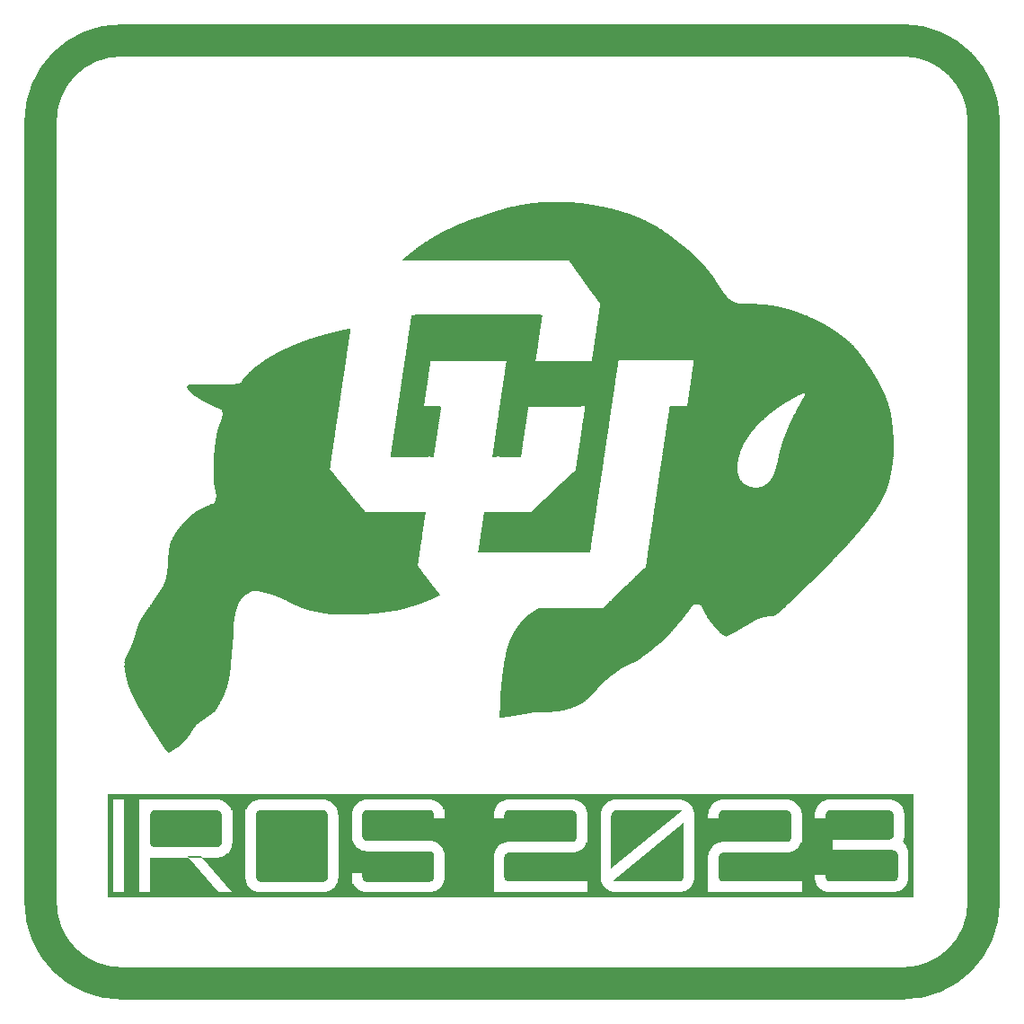
<source format=gbr>
%TF.GenerationSoftware,Altium Limited,Altium Designer,23.9.2 (47)*%
G04 Layer_Physical_Order=1*
G04 Layer_Color=255*
%FSLAX45Y45*%
%MOMM*%
%TF.SameCoordinates,0BEFCB04-381F-44A6-839B-04312DFDC744*%
%TF.FilePolarity,Positive*%
%TF.FileFunction,Copper,L1,Top,Signal*%
%TF.Part,Single*%
G01*
G75*
%TA.AperFunction,NonConductor*%
%ADD10C,3.04800*%
G36*
X533454Y2920522D02*
X536822Y2921441D01*
X540191Y2920522D01*
X545703Y2919910D01*
X549378Y2918073D01*
X551215Y2918685D01*
X557646Y2918991D01*
X564077Y2918685D01*
X565914Y2919297D01*
X568364Y2918685D01*
X570508Y2918379D01*
X575101Y2919297D01*
X576326Y2918073D01*
X577551Y2917460D01*
X579388Y2915623D01*
X586738Y2916235D01*
X588575Y2915623D01*
X592863Y2916235D01*
X594700Y2915623D01*
X598987Y2916235D01*
X600825Y2915623D01*
X609399Y2915010D01*
X611849Y2912560D01*
X614911Y2913173D01*
X616749Y2913785D01*
X619198Y2913173D01*
X630529Y2913479D01*
X633898Y2912560D01*
X644922Y2911948D01*
X649209Y2910111D01*
X651046Y2910723D01*
X661764Y2909804D01*
X663908Y2908886D01*
X665133Y2907661D01*
X685344Y2907048D01*
X687182Y2906436D01*
X690244Y2905211D01*
X692081Y2904598D01*
X693306Y2905211D01*
X695144Y2905823D01*
X698206Y2904598D01*
X699431Y2905211D01*
X701268Y2905823D01*
X704331Y2904598D01*
X708312Y2903680D01*
X711068Y2902761D01*
X720867Y2902149D01*
X725154Y2899699D01*
X729135Y2900005D01*
X736179Y2899699D01*
X738016Y2900311D01*
X741078Y2899086D01*
X745978Y2898474D01*
X747203Y2897249D01*
X749653Y2896636D01*
X752103Y2897249D01*
X761290Y2896636D01*
X767414Y2894186D01*
X771701Y2894799D01*
X773539Y2895412D01*
X778438Y2892349D01*
X782726Y2891737D01*
X784563Y2892349D01*
X786094Y2892043D01*
X788850Y2892349D01*
X791913Y2891124D01*
X796200Y2889287D01*
X805999Y2888674D01*
X807837Y2886837D01*
X810286Y2886225D01*
X813349Y2886837D01*
X815186Y2886225D01*
X819473Y2886837D01*
X821617Y2885306D01*
X821923Y2884387D01*
X824373Y2883775D01*
X836622Y2883162D01*
X838460Y2881325D01*
X840909Y2880712D01*
X845197Y2881325D01*
X847647Y2880712D01*
X853771Y2878262D01*
X864183Y2877650D01*
X866020Y2875813D01*
X868470Y2875200D01*
X871533Y2876425D01*
X875207Y2875200D01*
X877657Y2874588D01*
X880720Y2873975D01*
X881944Y2872750D01*
X883475Y2872444D01*
X886232Y2873363D01*
X887456Y2872750D01*
X888988Y2870607D01*
X891744Y2870301D01*
X892969Y2870913D01*
X894806Y2870301D01*
X896643Y2870913D01*
X898481Y2870301D01*
X901543Y2869076D01*
X904606Y2867238D01*
X908893Y2867851D01*
X911955Y2866626D01*
X913180Y2865401D01*
X915630Y2864789D01*
X918080Y2865401D01*
X919611Y2865095D01*
X920223Y2863870D01*
X921754Y2862338D01*
X927879Y2862951D01*
X929716Y2862338D01*
X931554Y2862951D01*
X935535Y2862032D01*
X936454Y2861114D01*
X937678Y2860501D01*
X940741Y2859276D01*
X942578Y2859889D01*
X945028Y2859276D01*
X946865Y2857439D01*
X951153Y2856826D01*
X955440Y2857439D01*
X958808Y2854683D01*
X960952Y2853764D01*
X964014Y2854989D01*
X966464Y2854377D01*
X970751Y2851314D01*
X975038Y2851927D01*
X977488Y2849477D01*
X979938Y2848865D01*
X986675Y2848252D01*
X989125Y2845802D01*
X992188Y2847027D01*
X995250Y2845802D01*
X998312Y2845190D01*
X999231Y2844271D01*
X999537Y2843352D01*
X1001374Y2842740D01*
X1005662Y2844577D01*
X1009030Y2841821D01*
X1009949Y2840902D01*
X1015155Y2841209D01*
X1016380Y2840596D01*
X1016992Y2839371D01*
X1018523Y2837840D01*
X1021892Y2838146D01*
X1027098Y2835390D01*
X1028935Y2834778D01*
X1031997Y2836003D01*
X1034447Y2835390D01*
X1036285Y2833553D01*
X1038735Y2832940D01*
X1040572Y2833553D01*
X1042409Y2832940D01*
X1043328Y2832022D01*
X1043941Y2830797D01*
X1046696Y2829878D01*
X1048534Y2830491D01*
X1051596Y2828653D01*
X1052821Y2827428D01*
X1058027Y2827735D01*
X1061702Y2827122D01*
X1063845Y2824978D01*
X1069358Y2824366D01*
X1070583Y2822529D01*
X1075482Y2821304D01*
X1076707Y2819466D01*
X1086507Y2818854D01*
X1087425Y2817935D01*
X1087731Y2817016D01*
X1090181Y2816404D01*
X1093856Y2815791D01*
X1095694Y2813954D01*
X1097531Y2813342D01*
X1100593Y2814567D01*
X1101818Y2813954D01*
X1102737Y2813036D01*
X1103349Y2811810D01*
X1108249Y2811198D01*
X1113455Y2808442D01*
X1115905Y2809054D01*
X1117436Y2807523D01*
X1118048Y2806298D01*
X1120192Y2805380D01*
X1123254Y2806604D01*
X1125704Y2805992D01*
X1127542Y2804155D01*
X1132441Y2803542D01*
X1134278Y2801705D01*
X1137341Y2800480D01*
X1140403Y2798643D01*
X1142241Y2798030D01*
X1147140Y2797418D01*
X1150202Y2795580D01*
X1154184Y2794662D01*
X1155715Y2793130D01*
X1160002Y2792518D01*
X1160920Y2791599D01*
X1161533Y2790374D01*
X1168270Y2789762D01*
X1171026Y2787006D01*
X1174701Y2786393D01*
X1175620Y2785475D01*
X1175926Y2784556D01*
X1177457Y2784250D01*
X1180213Y2785168D01*
X1181438Y2784556D01*
X1182969Y2782412D01*
X1185725Y2782106D01*
X1187563Y2782719D01*
X1190319Y2781187D01*
X1190931Y2779962D01*
X1193075Y2779044D01*
X1194912Y2779656D01*
X1196443Y2778125D01*
X1197056Y2776900D01*
X1199200Y2775981D01*
X1201037Y2776594D01*
X1202262Y2775981D01*
X1203793Y2773838D01*
X1204099Y2773532D01*
X1206549Y2774757D01*
X1208693Y2773225D01*
X1209305Y2772001D01*
X1212980Y2771388D01*
X1215736Y2768632D01*
X1219411Y2768020D01*
X1221860Y2765570D01*
X1224310Y2766182D01*
X1227373Y2765570D01*
X1231660Y2762507D01*
X1232885Y2761895D01*
X1235947Y2760670D01*
X1239622Y2760057D01*
X1241153Y2757914D01*
X1243603Y2757301D01*
X1245747Y2755158D01*
X1249727Y2754239D01*
X1251259Y2752708D01*
X1256158Y2752096D01*
X1261058Y2749033D01*
X1263508Y2748421D01*
X1264733Y2747196D01*
X1269020Y2746583D01*
X1270245Y2745358D01*
X1272695Y2744746D01*
X1274838Y2743827D01*
X1275451Y2742602D01*
X1278513Y2741378D01*
X1280657Y2739234D01*
X1284331Y2738621D01*
X1285556Y2736784D01*
X1289844Y2736172D01*
X1290762Y2735253D01*
X1291375Y2734028D01*
X1295968Y2733109D01*
X1297193Y2731272D01*
X1299643Y2730659D01*
X1301481Y2728822D01*
X1303930Y2728209D01*
X1305768Y2727597D01*
X1307605Y2725760D01*
X1310055Y2725147D01*
X1311892Y2724535D01*
X1313117Y2723310D01*
X1315567Y2723922D01*
X1317098Y2723004D01*
X1318017Y2720860D01*
X1322304Y2720248D01*
X1323223Y2719329D01*
X1323835Y2718104D01*
X1327510Y2717491D01*
X1329654Y2714735D01*
X1333635Y2714429D01*
X1333941Y2713510D01*
X1338228Y2711061D01*
X1339453Y2709836D01*
X1342515Y2709223D01*
X1343434Y2708304D01*
X1344047Y2707080D01*
X1348640Y2706161D01*
X1350477Y2704324D01*
X1351702Y2703711D01*
X1352927Y2701874D01*
X1357214Y2701261D01*
X1358746Y2699118D01*
X1363952Y2696362D01*
X1367014Y2695137D01*
X1368239Y2693912D01*
X1369464Y2693299D01*
X1371301Y2691462D01*
X1374976Y2690849D01*
X1376507Y2688706D01*
X1377426Y2687787D01*
X1378651Y2687175D01*
X1380488Y2685337D01*
X1383550Y2684725D01*
X1384775Y2683500D01*
X1391512Y2680438D01*
X1392737Y2679825D01*
X1393962Y2678600D01*
X1396718Y2677069D01*
X1397331Y2675232D01*
X1401618Y2674619D01*
X1402230Y2673394D01*
X1406211Y2669413D01*
X1409886Y2668801D01*
X1412948Y2665738D01*
X1415398Y2665126D01*
X1418461Y2662064D01*
X1422135Y2661451D01*
X1423973Y2659614D01*
X1425198Y2659001D01*
X1427035Y2657164D01*
X1431322Y2654714D01*
X1435303Y2651958D01*
X1435916Y2650121D01*
X1436835Y2649202D01*
X1439284Y2648590D01*
X1443571Y2646140D01*
X1445103Y2643996D01*
X1449696Y2641852D01*
X1453065Y2639096D01*
X1457658Y2634503D01*
X1460720Y2633890D01*
X1462558Y2632053D01*
X1463783Y2631441D01*
X1465620Y2629603D01*
X1469907Y2628991D01*
X1470826Y2628072D01*
X1471439Y2626847D01*
X1472970Y2625316D01*
X1474807Y2624703D01*
X1477257Y2622254D01*
X1480319Y2620416D01*
X1482769Y2617967D01*
X1483994Y2617354D01*
X1485831Y2613679D01*
X1489506Y2613067D01*
X1491343Y2610617D01*
X1493181Y2610004D01*
X1494406Y2607555D01*
X1495631Y2606942D01*
X1498081Y2604492D01*
X1501755Y2603880D01*
X1504205Y2600818D01*
X1508186Y2599286D01*
X1510330Y2597755D01*
X1514311Y2593774D01*
X1514617Y2592856D01*
X1515842Y2592243D01*
X1517373Y2590712D01*
X1517679Y2589793D01*
X1522579Y2588568D01*
X1523192Y2587343D01*
X1524417Y2586731D01*
X1525948Y2585200D01*
X1526560Y2583975D01*
X1528704Y2582444D01*
X1529929Y2581219D01*
X1532378Y2580606D01*
X1533603Y2579994D01*
X1536053Y2577544D01*
X1537278Y2576932D01*
X1538503Y2575094D01*
X1539728Y2574482D01*
X1546159Y2571113D01*
X1548302Y2567132D01*
X1555040Y2563457D01*
X1555652Y2562232D01*
X1556877Y2561620D01*
X1562389Y2558558D01*
X1565451Y2555495D01*
X1567595Y2554577D01*
X1568207Y2553352D01*
X1569126Y2552433D01*
X1573107Y2550902D01*
X1577088Y2546921D01*
X1578313Y2546308D01*
X1583213Y2541409D01*
X1586275Y2540796D01*
X1587194Y2539878D01*
X1588725Y2537122D01*
X1589950Y2536509D01*
X1594543Y2533140D01*
X1595462Y2530997D01*
X1599443Y2529466D01*
X1603118Y2525791D01*
X1603424Y2524872D01*
X1607405Y2523341D01*
X1608017Y2521504D01*
X1608630Y2520279D01*
X1609548Y2519360D01*
X1613530Y2519054D01*
X1614142Y2517829D01*
X1616898Y2514461D01*
X1618123Y2513236D01*
X1620573Y2512623D01*
X1621798Y2512011D01*
X1622717Y2511092D01*
X1623329Y2509867D01*
X1624860Y2508336D01*
X1627922Y2506498D01*
X1629760Y2504661D01*
X1631291Y2504355D01*
X1633128Y2501292D01*
X1635272Y2499149D01*
X1637416Y2498230D01*
X1639253Y2495168D01*
X1641397Y2493024D01*
X1645071Y2492412D01*
X1649052Y2488431D01*
X1649665Y2487206D01*
X1651808Y2485675D01*
X1652727Y2484756D01*
X1653033Y2483837D01*
X1656096Y2482613D01*
X1660077Y2480469D01*
X1661608Y2477713D01*
X1662833Y2477100D01*
X1664670Y2475263D01*
X1665895Y2474650D01*
X1666814Y2473732D01*
X1667426Y2472507D01*
X1669876Y2470669D01*
X1670488Y2469445D01*
X1672938Y2468832D01*
X1675082Y2467914D01*
X1676613Y2465770D01*
X1677838Y2465157D01*
X1678451Y2463932D01*
X1679982Y2462401D01*
X1680900Y2462095D01*
X1681513Y2460870D01*
X1683044Y2459339D01*
X1683963Y2459033D01*
X1684575Y2457808D01*
X1685494Y2456889D01*
X1686719Y2456277D01*
X1688250Y2454133D01*
X1690393Y2452602D01*
X1692231Y2450764D01*
X1693150Y2450458D01*
X1693762Y2449233D01*
X1694681Y2448315D01*
X1695906Y2447702D01*
X1697437Y2445558D01*
X1698662Y2444946D01*
X1699274Y2443721D01*
X1700805Y2442190D01*
X1702030Y2441578D01*
X1703561Y2439434D01*
X1706317Y2436678D01*
X1707542Y2436065D01*
X1708461Y2435147D01*
X1709074Y2433922D01*
X1712442Y2432391D01*
X1713667Y2431778D01*
X1714586Y2430860D01*
X1715198Y2429634D01*
X1716117Y2428716D01*
X1718567Y2428103D01*
X1720098Y2426572D01*
X1720710Y2424122D01*
X1721629Y2423204D01*
X1725610Y2421060D01*
X1727754Y2417079D01*
X1731735Y2414935D01*
X1732959Y2411873D01*
X1733878Y2410955D01*
X1736328Y2410342D01*
X1737247Y2409423D01*
X1739390Y2405442D01*
X1743371Y2403299D01*
X1744596Y2400237D01*
X1745515Y2399318D01*
X1747352Y2398705D01*
X1749802Y2396255D01*
X1754089Y2393805D01*
X1755621Y2392887D01*
X1756233Y2391662D01*
X1777975Y2369920D01*
X1779200Y2369307D01*
X1781344Y2365939D01*
X1782263Y2365020D01*
X1783488Y2364408D01*
X1786244Y2361651D01*
X1786550Y2358283D01*
X1790531Y2356139D01*
X1791756Y2353077D01*
X1792675Y2352158D01*
X1795124Y2351546D01*
X1796043Y2350627D01*
X1798187Y2346646D01*
X1802168Y2344503D01*
X1803393Y2341440D01*
X1804311Y2340521D01*
X1806761Y2339909D01*
X1808292Y2338378D01*
X1808905Y2335928D01*
X1809823Y2335009D01*
X1813804Y2332866D01*
X1815948Y2328885D01*
X1819929Y2326741D01*
X1821154Y2323679D01*
X1823604Y2320004D01*
X1824216Y2318779D01*
X1826972Y2316023D01*
X1828197Y2315410D01*
X1829728Y2313267D01*
X1831566Y2312042D01*
X1833097Y2308674D01*
X1837078Y2306530D01*
X1837691Y2305305D01*
X1840140Y2302855D01*
X1840753Y2301018D01*
X1842284Y2299487D01*
X1843509Y2298874D01*
X1845040Y2297343D01*
X1845652Y2294893D01*
X1847184Y2292750D01*
X1848409Y2292137D01*
X1849327Y2291218D01*
X1849940Y2289993D01*
X1851777Y2288768D01*
X1852389Y2287544D01*
X1853308Y2286625D01*
X1854533Y2286012D01*
X1855452Y2285094D01*
X1855758Y2284175D01*
X1856983Y2283563D01*
X1857902Y2280806D01*
X1858208Y2278663D01*
X1862495Y2278050D01*
X1863414Y2277132D01*
X1864026Y2273457D01*
X1870151Y2267332D01*
X1873826Y2260595D01*
X1881788Y2252633D01*
X1882094Y2249265D01*
X1884238Y2248346D01*
X1886075Y2245284D01*
X1887300Y2244671D01*
X1887912Y2243446D01*
X1889750Y2241609D01*
X1891587Y2238547D01*
X1892506Y2237628D01*
X1893731Y2237015D01*
X1894649Y2236097D01*
X1896487Y2231810D01*
X1898018Y2229053D01*
X1899243Y2228441D01*
X1900774Y2226910D01*
X1901386Y2225685D01*
X1905061Y2222010D01*
X1905674Y2219560D01*
X1906286Y2218335D01*
X1908123Y2216498D01*
X1908736Y2214048D01*
X1909348Y2212211D01*
X1913329Y2208230D01*
X1914554Y2207617D01*
X1918841Y2199043D01*
X1920067Y2198430D01*
X1921598Y2196899D01*
X1923435Y2192612D01*
X1924047Y2191387D01*
X1927110Y2188325D01*
X1929560Y2184038D01*
X1930785Y2182812D01*
X1931397Y2181588D01*
X1932622Y2180363D01*
X1933847Y2175463D01*
X1935378Y2172094D01*
X1936603Y2171482D01*
X1940584Y2167501D01*
X1941197Y2163826D01*
X1942115Y2162908D01*
X1943340Y2162295D01*
X1944259Y2157702D01*
X1945177Y2156783D01*
X1946096Y2156477D01*
X1946709Y2155252D01*
X1948546Y2153415D01*
X1950383Y2150352D01*
X1952527Y2146371D01*
X1953752Y2145759D01*
X1955283Y2144228D01*
X1955896Y2141778D01*
X1957733Y2139940D01*
X1959570Y2135041D01*
X1960795Y2133816D01*
X1962326Y2129835D01*
X1963551Y2128610D01*
X1964470Y2128304D01*
X1966307Y2125241D01*
X1969982Y2121566D01*
X1970901Y2118198D01*
X1972126Y2116973D01*
X1973351Y2116361D01*
X1977944Y2108092D01*
X1980394Y2105642D01*
X1982844Y2101355D01*
X1984069Y2100130D01*
X1985906Y2097068D01*
X1988050Y2093087D01*
X1989275Y2092475D01*
X1993256Y2088494D01*
X1993868Y2084206D01*
X1996012Y2082675D01*
X1996624Y2081450D01*
X1997849Y2080838D01*
X2002443Y2076244D01*
X2003055Y2072570D01*
X2007342Y2068282D01*
X2007955Y2065833D01*
X2009792Y2062770D01*
X2014386Y2058177D01*
X2015610Y2057564D01*
X2017142Y2056033D01*
X2018979Y2051746D01*
X2020510Y2048990D01*
X2022347Y2048377D01*
X2023266Y2047459D01*
X2023879Y2045621D01*
X2024797Y2044703D01*
X2025716Y2044396D01*
X2027860Y2040415D01*
X2029085Y2039803D01*
X2031228Y2037659D01*
X2031841Y2035209D01*
X2033372Y2033678D01*
X2034291Y2033372D01*
X2034903Y2032147D01*
X2037353Y2029697D01*
X2037965Y2028472D01*
X2040721Y2024491D01*
X2041946Y2023879D01*
X2044090Y2022348D01*
X2044703Y2021123D01*
X2046846Y2018367D01*
X2048071Y2017754D01*
X2048990Y2016836D01*
X2049602Y2014386D01*
X2050521Y2013467D01*
X2052971Y2012854D01*
X2053889Y2011936D01*
X2054196Y2011017D01*
X2055421Y2010405D01*
X2058176Y2007649D01*
X2058483Y2006730D01*
X2059708Y2006117D01*
X2062770Y2003055D01*
X2065526Y2003362D01*
X2066751Y2002749D01*
X2067670Y2000605D01*
X2068895Y1999993D01*
X2070732Y1999380D01*
X2073794Y1997543D01*
X2075632Y1995706D01*
X2078694Y1993868D01*
X2079919Y1992643D01*
X2083594Y1992031D01*
X2086044Y1989581D01*
X2086962Y1989275D01*
X2087575Y1988050D01*
X2089106Y1986519D01*
X2092781Y1985906D01*
X2094618Y1984069D01*
X2098293Y1983457D01*
X2100130Y1981619D01*
X2102580Y1981007D01*
X2103805Y1979169D01*
X2106255Y1978557D01*
X2108092Y1977944D01*
X2109317Y1976719D01*
X2114217Y1976107D01*
X2118504Y1973657D01*
X2123404Y1973045D01*
X2128303Y1969982D01*
X2132591Y1968145D01*
X2137490Y1967533D01*
X2139328Y1965695D01*
X2141778Y1965083D01*
X2144840Y1966307D01*
X2147902Y1964470D01*
X2149127Y1963245D01*
X2151883Y1962939D01*
X2158927Y1963245D01*
X2162601Y1960795D01*
X2165051Y1960183D01*
X2176688Y1960795D01*
X2179138Y1963245D01*
X2181587Y1962633D01*
X2183425Y1962020D01*
X2185875Y1963245D01*
X2188937Y1962020D01*
X2193224Y1962633D01*
X2194449Y1963245D01*
X2197511Y1962020D01*
X2200574Y1963245D01*
X2203636Y1962020D01*
X2206698Y1963245D01*
X2209761Y1962020D01*
X2212211Y1963245D01*
X2215273Y1962020D01*
X2218335Y1963245D01*
X2221398Y1962020D01*
X2225685Y1962633D01*
X2226910Y1963245D01*
X2229972Y1962020D01*
X2233034Y1963245D01*
X2236097Y1962020D01*
X2263045Y1961408D01*
X2264270Y1960183D01*
X2278050Y1960489D01*
X2289381Y1960183D01*
X2291218Y1960795D01*
X2295505Y1960183D01*
X2311429Y1959570D01*
X2313267Y1958958D01*
X2322760Y1959264D01*
X2325210Y1958652D01*
X2326128Y1957733D01*
X2333784Y1957427D01*
X2336540Y1957733D01*
X2338378Y1957121D01*
X2342665Y1957733D01*
X2344502Y1957121D01*
X2346952Y1957733D01*
X2351239Y1957121D01*
X2357364Y1956508D01*
X2359201Y1954671D01*
X2369919Y1954977D01*
X2377575Y1954671D01*
X2378800Y1955283D01*
X2381862Y1954058D01*
X2386762Y1953446D01*
X2387987Y1952221D01*
X2391049Y1951608D01*
X2392887Y1952221D01*
X2402686Y1951608D01*
X2404524Y1950996D01*
X2411873Y1950383D01*
X2414935Y1949159D01*
X2424735Y1949771D01*
X2426572Y1950383D01*
X2435147Y1946096D01*
X2438209Y1947321D01*
X2440046Y1947934D01*
X2443109Y1946709D01*
X2445558Y1946096D01*
X2449539Y1946403D01*
X2451989Y1945790D01*
X2457195Y1944259D01*
X2464238Y1944565D01*
X2469138Y1942728D01*
X2470057Y1941809D01*
X2472507Y1941197D01*
X2474956Y1941809D01*
X2489043Y1941197D01*
X2490268Y1939972D01*
X2493330Y1938747D01*
X2501905Y1938134D01*
X2506192Y1935684D01*
X2510479Y1936909D01*
X2514460Y1935991D01*
X2516604Y1933847D01*
X2518748Y1933541D01*
X2529466Y1933847D01*
X2530997Y1932316D01*
X2531609Y1931091D01*
X2539571Y1930478D01*
X2541715Y1929560D01*
X2543552Y1927722D01*
X2548452Y1928335D01*
X2550289Y1927722D01*
X2554577Y1928335D01*
X2557639Y1926498D01*
X2560701Y1925273D01*
X2569888Y1924660D01*
X2571113Y1923435D01*
X2573563Y1922823D01*
X2577850Y1922210D01*
X2579075Y1920985D01*
X2582137Y1919760D01*
X2589487Y1919148D01*
X2591018Y1917004D01*
X2591937Y1916698D01*
X2594999Y1917923D01*
X2596224Y1917311D01*
X2597449Y1916086D01*
X2600511Y1914861D01*
X2605105Y1915167D01*
X2607554Y1914554D01*
X2608473Y1913636D01*
X2609698Y1913023D01*
X2611536Y1912411D01*
X2615210Y1911799D01*
X2616435Y1910574D01*
X2619497Y1909348D01*
X2626847Y1908736D01*
X2629297Y1906286D01*
X2631747Y1906899D01*
X2632359Y1907511D01*
X2636646Y1904449D01*
X2642159Y1903836D01*
X2644608Y1901387D01*
X2650733Y1900774D01*
X2651652Y1899855D01*
X2652264Y1898630D01*
X2654408Y1898324D01*
X2656245Y1898937D01*
X2659307Y1898324D01*
X2660839Y1896181D01*
X2661757Y1895262D01*
X2664820Y1896487D01*
X2666044Y1895875D01*
X2667882Y1894037D01*
X2672782Y1892812D01*
X2673700Y1891893D01*
X2674007Y1890975D01*
X2676456Y1890362D01*
X2683194Y1889750D01*
X2691155Y1886075D01*
X2695749Y1885156D01*
X2696668Y1884238D01*
X2697892Y1883625D01*
X2699730Y1883013D01*
X2703405Y1882400D01*
X2704630Y1881175D01*
X2707692Y1879951D01*
X2712591Y1879338D01*
X2713510Y1878419D01*
X2714123Y1877194D01*
X2718716Y1876276D01*
X2719941Y1875051D01*
X2721472Y1874745D01*
X2723616Y1875051D01*
X2727903Y1871988D01*
X2733415Y1871376D01*
X2735253Y1869539D01*
X2737702Y1868926D01*
X2739540Y1868314D01*
X2741377Y1866476D01*
X2747502Y1865864D01*
X2749952Y1863414D01*
X2752708Y1863720D01*
X2754545Y1862495D01*
X2755158Y1861270D01*
X2760057Y1860658D01*
X2761589Y1859127D01*
X2764651Y1857902D01*
X2767101Y1858514D01*
X2772000Y1855452D01*
X2774450Y1854840D01*
X2775675Y1853615D01*
X2778125Y1853002D01*
X2779962Y1853615D01*
X2781494Y1852083D01*
X2782106Y1850859D01*
X2785781Y1850246D01*
X2789149Y1848102D01*
X2790987Y1847490D01*
X2793436Y1848715D01*
X2795580Y1847184D01*
X2796193Y1845959D01*
X2800786Y1843815D01*
X2802011Y1842590D01*
X2805379Y1841672D01*
X2807523Y1840140D01*
X2809360Y1839528D01*
X2811810Y1838916D01*
X2813035Y1837691D01*
X2815485Y1837078D01*
X2817323Y1837691D01*
X2820385Y1835853D01*
X2823141Y1833710D01*
X2823753Y1832485D01*
X2826509Y1831566D01*
X2831409Y1830953D01*
X2833247Y1829116D01*
X2837227Y1827585D01*
X2840290Y1826972D01*
X2842740Y1826360D01*
X2843658Y1825441D01*
X2854070Y1819929D01*
X2857132Y1818704D01*
X2860195Y1816867D01*
X2863257Y1815642D01*
X2873669Y1810742D01*
X2876119Y1810130D01*
X2877956Y1808293D01*
X2880406Y1807680D01*
X2881937Y1805536D01*
X2885000Y1804924D01*
X2886224Y1804311D01*
X2886837Y1803087D01*
X2887755Y1802168D01*
X2892043Y1801555D01*
X2892961Y1800637D01*
X2893574Y1799412D01*
X2897249Y1798799D01*
X2899392Y1796656D01*
X2904292Y1795431D01*
X2912254Y1791143D01*
X2913479Y1789919D01*
X2919297Y1787775D01*
X2931240Y1781344D01*
X2933078Y1780732D01*
X2939815Y1777057D01*
X2941040Y1775832D01*
X2944714Y1775219D01*
X2946246Y1773076D01*
X2950839Y1772157D01*
X2951758Y1771239D01*
X2952370Y1770014D01*
X2953289Y1769095D01*
X2955739Y1768482D01*
X2959413Y1766033D01*
X2962476Y1764808D01*
X2963701Y1764195D01*
X2967069Y1761439D01*
X2968600Y1759908D01*
X2972582Y1758377D01*
X2977481Y1755314D01*
X2978400Y1754396D01*
X2981768Y1753477D01*
X2983912Y1751946D01*
X2985749Y1751334D01*
X2992487Y1747659D01*
X2994936Y1745209D01*
X3000755Y1743065D01*
X3001673Y1742147D01*
X3002898Y1741534D01*
X3005654Y1739390D01*
X3006267Y1738166D01*
X3009329Y1737553D01*
X3011166Y1736941D01*
X3011779Y1735716D01*
X3015454Y1733878D01*
X3018210Y1731122D01*
X3020966Y1729591D01*
X3021885Y1727448D01*
X3024335Y1726835D01*
X3025559Y1727448D01*
X3029847Y1724385D01*
X3031071Y1723773D01*
X3034440Y1720404D01*
X3034746Y1719486D01*
X3039646Y1718261D01*
X3040258Y1717036D01*
X3042708Y1716423D01*
X3043321Y1717036D01*
X3045464Y1715505D01*
X3046077Y1714280D01*
X3048220Y1712748D01*
X3049752Y1710605D01*
X3051895Y1708461D01*
X3056795Y1707236D01*
X3058326Y1705093D01*
X3059245Y1704174D01*
X3063226Y1702643D01*
X3068432Y1699887D01*
X3069963Y1697743D01*
X3072106Y1696212D01*
X3074556Y1693762D01*
X3080069Y1690700D01*
X3082518Y1688250D01*
X3086499Y1686719D01*
X3088643Y1685188D01*
X3091705Y1682125D01*
X3092930Y1681513D01*
X3093849Y1680594D01*
X3094155Y1679676D01*
X3098136Y1678144D01*
X3099055Y1677226D01*
X3102117Y1675388D01*
X3103342Y1673551D01*
X3110385Y1670182D01*
X3111304Y1666814D01*
X3113141Y1666201D01*
X3115591Y1665589D01*
X3116816Y1664364D01*
X3118041Y1663752D01*
X3119572Y1662220D01*
X3119878Y1661302D01*
X3121103Y1660689D01*
X3122635Y1659158D01*
X3122941Y1658240D01*
X3124166Y1657627D01*
X3125084Y1656708D01*
X3125697Y1655483D01*
X3127840Y1653952D01*
X3129065Y1652115D01*
X3132740Y1651502D01*
X3138252Y1645990D01*
X3144989Y1642315D01*
X3146214Y1640478D01*
X3147439Y1639866D01*
X3148358Y1638947D01*
X3148970Y1637722D01*
X3149889Y1636803D01*
X3151114Y1636191D01*
X3152033Y1635272D01*
X3152339Y1634353D01*
X3154789Y1633741D01*
X3156626Y1633129D01*
X3158464Y1630679D01*
X3159688Y1630066D01*
X3162138Y1627616D01*
X3163057Y1627310D01*
X3163669Y1626085D01*
X3164588Y1625166D01*
X3165507Y1624860D01*
X3166119Y1623635D01*
X3167651Y1622104D01*
X3168875Y1621492D01*
X3171325Y1618429D01*
X3172244Y1618123D01*
X3172856Y1616898D01*
X3179900Y1612917D01*
X3188474Y1604343D01*
X3190924Y1603730D01*
X3192761Y1601893D01*
X3193986Y1601281D01*
X3197048Y1598218D01*
X3198274Y1597606D01*
X3202254Y1593625D01*
X3202867Y1591787D01*
X3203786Y1590869D01*
X3206848Y1589031D01*
X3207767Y1588113D01*
X3209298Y1585356D01*
X3212360Y1583519D01*
X3213891Y1581988D01*
X3214504Y1580151D01*
X3215422Y1579232D01*
X3218485Y1577395D01*
X3219404Y1576476D01*
X3221241Y1573413D01*
X3223384Y1572495D01*
X3225528Y1570351D01*
X3227059Y1567595D01*
X3230122Y1565758D01*
X3232877Y1563002D01*
X3234715Y1559939D01*
X3237165Y1555652D01*
X3246658Y1546159D01*
X3247883Y1545547D01*
X3248801Y1544628D01*
X3249414Y1543403D01*
X3251251Y1541566D01*
X3251864Y1537891D01*
X3252783Y1536972D01*
X3254007Y1536360D01*
X3255539Y1534216D01*
X3257376Y1532991D01*
X3257988Y1531766D01*
X3261970Y1527785D01*
X3262888Y1527479D01*
X3263501Y1526254D01*
X3264419Y1525335D01*
X3265644Y1524723D01*
X3266563Y1523804D01*
X3267788Y1520742D01*
X3269931Y1516761D01*
X3271157Y1516148D01*
X3272075Y1515230D01*
X3272688Y1514005D01*
X3274831Y1512473D01*
X3276056Y1510636D01*
X3277281Y1510024D01*
X3278200Y1509105D01*
X3278812Y1505430D01*
X3281262Y1502980D01*
X3281568Y1502062D01*
X3282793Y1501449D01*
X3284324Y1499918D01*
X3284630Y1499000D01*
X3285549Y1498693D01*
X3286774Y1495631D01*
X3287387Y1493794D01*
X3289836Y1493181D01*
X3291061Y1492569D01*
X3291674Y1490119D01*
X3294430Y1486750D01*
X3295961Y1485219D01*
X3297799Y1482157D01*
X3299636Y1480932D01*
X3300248Y1479707D01*
X3301167Y1478788D01*
X3302392Y1478176D01*
X3306067Y1470826D01*
X3308823Y1468683D01*
X3309435Y1467458D01*
X3311579Y1465926D01*
X3314641Y1459189D01*
X3318010Y1456433D01*
X3319235Y1453371D01*
X3319847Y1450921D01*
X3321991Y1449390D01*
X3325972Y1445409D01*
X3326584Y1444184D01*
X3328115Y1442653D01*
X3329340Y1442041D01*
X3329953Y1438366D01*
X3333015Y1435303D01*
X3334240Y1434691D01*
X3335159Y1433772D01*
X3335771Y1429485D01*
X3339446Y1427648D01*
X3343733Y1419686D01*
X3347714Y1415705D01*
X3348633Y1415398D01*
X3350470Y1411111D01*
X3351083Y1409886D01*
X3352614Y1407743D01*
X3353839Y1407130D01*
X3354757Y1406212D01*
X3355982Y1403149D01*
X3356595Y1401924D01*
X3359045Y1400700D01*
X3359657Y1395187D01*
X3361188Y1393044D01*
X3362413Y1392431D01*
X3366394Y1388450D01*
X3370069Y1381713D01*
X3372519Y1379263D01*
X3372825Y1375895D01*
X3376194Y1374976D01*
X3376806Y1373751D01*
X3378031Y1370689D01*
X3378643Y1367626D01*
X3379562Y1366708D01*
X3381399Y1366095D01*
X3382930Y1364564D01*
X3383543Y1363339D01*
X3384768Y1360277D01*
X3385381Y1359052D01*
X3387524Y1357521D01*
X3389974Y1353846D01*
X3390586Y1351396D01*
X3392117Y1349253D01*
X3393342Y1346190D01*
X3393955Y1344965D01*
X3397017Y1341903D01*
X3397630Y1340678D01*
X3398855Y1339453D01*
X3399467Y1336391D01*
X3400998Y1334860D01*
X3401917Y1334554D01*
X3402529Y1333329D01*
X3404979Y1329654D01*
X3405592Y1328429D01*
X3407429Y1327204D01*
X3408041Y1322917D01*
X3408960Y1321998D01*
X3410185Y1321386D01*
X3411716Y1318017D01*
X3413860Y1314036D01*
X3417841Y1312505D01*
X3418453Y1307605D01*
X3420903Y1306380D01*
X3421516Y1301481D01*
X3424272Y1298112D01*
X3425803Y1296581D01*
X3429478Y1289844D01*
X3431315Y1288007D01*
X3431928Y1286782D01*
X3439277Y1272695D01*
X3441727Y1270245D01*
X3445402Y1263508D01*
X3447239Y1262283D01*
X3448158Y1258915D01*
X3449689Y1256771D01*
X3454589Y1246359D01*
X3455201Y1243297D01*
X3457345Y1241766D01*
X3457957Y1238091D01*
X3461326Y1234722D01*
X3461938Y1233497D01*
X3463163Y1232273D01*
X3463776Y1231048D01*
X3466225Y1226760D01*
X3468675Y1224310D01*
X3469288Y1219411D01*
X3471125Y1217573D01*
X3472350Y1214511D01*
X3474187Y1211449D01*
X3476025Y1207162D01*
X3476637Y1205937D01*
X3478168Y1204406D01*
X3479087Y1204099D01*
X3479699Y1201649D01*
X3479087Y1201037D01*
X3483068Y1195219D01*
X3483987Y1194300D01*
X3484599Y1190625D01*
X3487049Y1188175D01*
X3487662Y1183276D01*
X3488580Y1182357D01*
X3489499Y1182051D01*
X3491030Y1178070D01*
X3491949Y1177151D01*
X3493480Y1173170D01*
X3494399Y1172251D01*
X3495623Y1169189D01*
X3497461Y1166127D01*
X3498686Y1163064D01*
X3502361Y1156940D01*
X3503586Y1155715D01*
X3504504Y1151121D01*
X3506035Y1147140D01*
X3507567Y1145609D01*
X3508485Y1145303D01*
X3509098Y1143466D01*
X3508485Y1141628D01*
X3510016Y1140097D01*
X3511241Y1139485D01*
X3512160Y1136728D01*
X3511547Y1134279D01*
X3512160Y1132441D01*
X3514304Y1130910D01*
X3515222Y1128767D01*
X3516447Y1125704D01*
X3517060Y1122642D01*
X3518897Y1122030D01*
X3520122Y1117130D01*
X3521041Y1116211D01*
X3521959Y1115905D01*
X3522572Y1111618D01*
X3524409Y1109780D01*
X3525022Y1106105D01*
X3526859Y1103043D01*
X3527471Y1100593D01*
X3528084Y1097531D01*
X3529921Y1095694D01*
X3531146Y1090794D01*
X3536046Y1080382D01*
X3537883Y1077320D01*
X3538496Y1075482D01*
X3539108Y1071808D01*
X3539721Y1069970D01*
X3540333Y1067520D01*
X3543396Y1064458D01*
X3544008Y1062008D01*
X3542783Y1058946D01*
X3545845Y1055884D01*
X3546458Y1050984D01*
X3548908Y1047309D01*
X3549520Y1042409D01*
X3551357Y1040572D01*
X3551970Y1036285D01*
X3552889Y1035366D01*
X3554114Y1034754D01*
X3555032Y1032610D01*
X3553807Y1029548D01*
X3555339Y1028016D01*
X3556563Y1027404D01*
X3557176Y1022504D01*
X3558094Y1020361D01*
X3559320Y1019136D01*
X3559932Y1016686D01*
X3560544Y1011786D01*
X3562382Y1009949D01*
X3562994Y1007499D01*
X3562382Y1003825D01*
X3564219Y1000762D01*
X3565444Y999537D01*
X3565138Y993719D01*
X3567894Y991575D01*
X3568506Y985451D01*
X3569731Y984226D01*
X3570344Y983001D01*
X3570956Y981163D01*
X3570344Y978714D01*
X3570956Y975651D01*
X3573406Y971976D01*
X3573712Y968608D01*
X3572181Y965239D01*
X3573712Y963708D01*
X3574937Y963096D01*
X3576468Y959727D01*
X3575856Y957277D01*
X3575244Y955440D01*
X3575856Y951153D01*
X3576775Y950234D01*
X3578000Y949622D01*
X3578612Y941047D01*
X3581368Y938291D01*
X3581981Y928492D01*
X3582899Y927573D01*
X3583818Y927267D01*
X3584430Y924817D01*
X3583818Y916855D01*
X3585043Y915630D01*
X3585655Y913792D01*
X3585043Y911955D01*
X3586268Y908893D01*
X3586880Y904606D01*
X3586268Y899093D01*
X3588105Y894806D01*
X3589330Y890519D01*
X3589024Y877351D01*
X3591780Y872145D01*
X3592392Y869695D01*
X3592086Y853465D01*
X3592699Y851015D01*
X3594230Y847034D01*
X3594842Y831723D01*
X3594230Y829885D01*
X3594842Y828048D01*
X3596067Y824986D01*
X3596680Y821311D01*
X3597292Y819474D01*
X3596986Y806918D01*
X3597598Y804468D01*
X3599129Y799262D01*
X3599742Y794363D01*
X3600354Y792525D01*
X3599742Y790688D01*
X3600048Y777520D01*
X3599742Y774151D01*
X3600967Y772926D01*
X3602804Y768639D01*
X3602192Y753940D01*
X3601579Y752715D01*
X3604029Y748428D01*
X3604642Y744141D01*
X3605254Y737404D01*
X3605867Y735566D01*
X3604642Y732504D01*
X3605254Y725767D01*
X3606479Y724542D01*
X3607092Y722092D01*
X3607704Y706781D01*
X3608316Y680445D01*
X3609541Y679220D01*
X3610460Y675239D01*
X3610766Y660846D01*
X3610154Y659009D01*
X3610766Y656559D01*
X3610460Y634816D01*
X3610766Y613686D01*
X3610154Y611849D01*
X3610766Y609399D01*
X3610460Y587657D01*
X3610766Y564077D01*
X3610154Y562240D01*
X3609541Y558565D01*
X3607704Y556728D01*
X3607092Y519980D01*
X3604642Y516305D01*
X3605254Y510793D01*
X3605867Y508956D01*
X3604642Y505893D01*
X3605867Y502831D01*
X3605254Y501606D01*
X3604029Y498544D01*
X3603110Y495175D01*
X3602804Y482007D01*
X3603417Y480782D01*
X3601579Y477720D01*
X3599742Y473433D01*
X3600048Y469452D01*
X3599742Y461796D01*
X3600354Y459959D01*
X3599129Y456896D01*
X3596680Y448934D01*
X3597905Y444647D01*
X3597292Y442197D01*
X3594230Y439135D01*
X3594842Y434235D01*
X3594230Y432398D01*
X3594842Y429948D01*
X3594230Y423823D01*
X3592392Y419536D01*
X3592086Y416168D01*
X3592392Y411574D01*
X3591780Y409737D01*
X3592392Y407899D01*
X3591780Y405450D01*
X3589943Y403612D01*
X3589330Y401162D01*
X3588718Y390751D01*
X3586880Y388913D01*
X3586268Y386463D01*
X3586574Y376358D01*
X3584124Y372683D01*
X3583818Y368089D01*
X3584430Y366252D01*
X3583818Y361965D01*
X3581368Y360128D01*
X3581062Y352472D01*
X3581368Y347266D01*
X3578306Y342978D01*
X3577693Y334404D01*
X3576468Y333179D01*
X3575244Y330117D01*
X3575856Y322767D01*
X3576468Y320930D01*
X3574631Y317868D01*
X3573406Y314805D01*
X3573712Y307149D01*
X3572181Y305006D01*
X3570344Y303169D01*
X3570650Y298575D01*
X3570038Y296125D01*
X3567281Y293982D01*
X3567894Y290919D01*
X3567281Y289082D01*
X3568506Y286019D01*
X3567894Y284182D01*
X3566057Y282957D01*
X3565444Y280507D01*
X3564832Y273770D01*
X3562994Y269483D01*
X3562076Y266115D01*
X3560544Y263971D01*
X3559320Y260909D01*
X3559932Y259071D01*
X3559320Y254172D01*
X3557482Y252334D01*
X3556870Y249884D01*
X3557482Y247435D01*
X3554420Y244372D01*
X3553807Y240085D01*
X3553195Y238860D01*
X3551970Y237635D01*
X3551357Y235185D01*
X3551970Y232735D01*
X3551357Y229673D01*
X3550439Y228754D01*
X3549520Y228448D01*
X3548295Y223548D01*
X3547376Y222630D01*
X3546152Y222017D01*
X3545539Y217118D01*
X3544008Y215587D01*
X3543396Y210687D01*
X3542477Y209768D01*
X3541252Y209156D01*
X3540946Y206400D01*
X3541558Y204562D01*
X3540639Y201806D01*
X3538496Y200888D01*
X3537883Y199050D01*
X3538496Y197825D01*
X3533596Y187413D01*
X3532677Y183432D01*
X3530534Y181289D01*
X3529921Y176389D01*
X3528084Y174552D01*
X3527471Y170264D01*
X3525328Y168733D01*
X3524715Y164446D01*
X3523491Y163834D01*
X3522572Y162915D01*
X3521347Y159853D01*
X3519510Y158015D01*
X3518897Y154340D01*
X3517978Y153422D01*
X3517060Y153116D01*
X3515835Y148216D01*
X3513997Y146991D01*
X3513079Y143010D01*
X3512160Y142091D01*
X3511547Y140254D01*
X3512160Y138416D01*
X3510629Y136885D01*
X3509404Y136273D01*
X3508485Y131679D01*
X3506341Y130148D01*
X3505729Y126473D01*
X3504504Y125861D01*
X3502973Y124330D01*
X3501442Y120349D01*
X3499298Y116980D01*
X3498686Y114530D01*
X3497461Y113306D01*
X3496848Y112081D01*
X3495011Y109018D01*
X3493174Y107181D01*
X3492561Y104731D01*
X3490111Y102281D01*
X3489499Y98606D01*
X3487049Y96157D01*
X3486437Y92482D01*
X3482149Y88195D01*
X3481537Y83907D01*
X3479087Y82682D01*
X3478475Y80233D01*
X3477862Y79008D01*
X3476637Y77783D01*
X3475106Y75027D01*
X3473881Y74414D01*
X3472962Y69208D01*
X3469288Y65534D01*
X3468675Y64308D01*
X3467757Y63390D01*
X3466838Y63084D01*
X3465613Y58184D01*
X3463469Y56653D01*
X3462857Y54203D01*
X3461326Y52059D01*
X3459182Y49303D01*
X3457957Y48691D01*
X3457039Y44097D01*
X3454589Y42260D01*
X3453976Y41035D01*
X3453057Y40116D01*
X3451833Y39504D01*
X3450914Y38585D01*
X3450301Y36135D01*
X3449689Y32461D01*
X3447545Y30929D01*
X3444483Y26030D01*
X3442339Y23886D01*
X3439583Y18680D01*
X3438358Y18068D01*
X3437440Y17149D01*
X3436827Y14699D01*
X3436215Y13474D01*
X3433459Y10106D01*
X3431928Y9187D01*
X3431315Y6737D01*
X3429478Y3675D01*
X3427334Y919D01*
X3426109Y306D01*
X3425497Y-2144D01*
X3421822Y-7656D01*
X3420597Y-8268D01*
X3418453Y-12862D01*
X3415697Y-16842D01*
X3414472Y-17455D01*
X3413554Y-18374D01*
X3412941Y-20211D01*
X3410491Y-22661D01*
X3409879Y-23886D01*
X3408960Y-24805D01*
X3408041Y-25111D01*
X3407429Y-27561D01*
X3406817Y-31235D01*
X3403142Y-34910D01*
X3402836Y-35829D01*
X3399773Y-36441D01*
X3398855Y-37360D01*
X3398548Y-41341D01*
X3395486Y-43178D01*
X3394261Y-45016D01*
X3393036Y-45628D01*
X3390893Y-50222D01*
X3388136Y-54203D01*
X3386912Y-54815D01*
X3385381Y-57571D01*
X3384768Y-61858D01*
X3381706Y-63083D01*
X3378031Y-66758D01*
X3377112Y-70739D01*
X3374050Y-72576D01*
X3373131Y-73495D01*
X3371294Y-76558D01*
X3363944Y-83907D01*
X3363332Y-86357D01*
X3362719Y-88194D01*
X3360882Y-90032D01*
X3359045Y-94931D01*
X3355676Y-97075D01*
X3349245Y-103506D01*
X3345570Y-110243D01*
X3344652Y-111162D01*
X3343733Y-111468D01*
X3343121Y-112693D01*
X3342202Y-113611D01*
X3340977Y-114224D01*
X3339446Y-116368D01*
X3337609Y-117592D01*
X3336996Y-120655D01*
X3335771Y-121880D01*
X3335159Y-123105D01*
X3333628Y-125248D01*
X3332403Y-125861D01*
X3331484Y-126779D01*
X3330871Y-128004D01*
X3329034Y-129229D01*
X3328422Y-131679D01*
X3327809Y-132904D01*
X3326584Y-134129D01*
X3325972Y-135354D01*
X3325053Y-136885D01*
X3323828Y-137498D01*
X3322909Y-138416D01*
X3322297Y-139641D01*
X3321378Y-140560D01*
X3320153Y-141172D01*
X3317397Y-143928D01*
X3316785Y-145153D01*
X3314641Y-146684D01*
X3313722Y-147603D01*
X3313110Y-150053D01*
X3310048Y-154340D01*
X3308210Y-156177D01*
X3307598Y-157403D01*
X3305454Y-158934D01*
X3302698Y-161690D01*
X3301473Y-164752D01*
X3299942Y-166283D01*
X3298717Y-166896D01*
X3297799Y-167814D01*
X3297186Y-170264D01*
X3293511Y-173939D01*
X3292899Y-175164D01*
X3287387Y-178226D01*
X3286774Y-180676D01*
X3286162Y-184351D01*
X3284630Y-185882D01*
X3281568Y-186494D01*
X3280650Y-187413D01*
X3280037Y-188638D01*
X3277587Y-190475D01*
X3276975Y-191700D01*
X3275137Y-192925D01*
X3274525Y-194150D01*
X3273606Y-195069D01*
X3272381Y-195681D01*
X3270850Y-199662D01*
X3270238Y-202725D01*
X3265951Y-205174D01*
X3265338Y-206399D01*
X3263194Y-207930D01*
X3262582Y-209156D01*
X3261357Y-209768D01*
X3257376Y-213749D01*
X3256764Y-214974D01*
X3255845Y-215893D01*
X3254926Y-216199D01*
X3254314Y-218649D01*
X3252476Y-221711D01*
X3251251Y-222936D01*
X3250945Y-223855D01*
X3249720Y-224467D01*
X3245127Y-229061D01*
X3244821Y-229979D01*
X3243596Y-230592D01*
X3239615Y-234573D01*
X3235940Y-241310D01*
X3233184Y-244066D01*
X3231959Y-244678D01*
X3229815Y-246822D01*
X3229203Y-248047D01*
X3225528Y-251722D01*
X3223997Y-255090D01*
X3219710Y-257540D01*
X3218791Y-259684D01*
X3213891Y-264583D01*
X3211441Y-268870D01*
X3205623Y-274689D01*
X3202561Y-276526D01*
X3200417Y-279895D01*
X3196436Y-283876D01*
X3194599Y-284488D01*
X3193680Y-285407D01*
X3192149Y-289388D01*
X3185106Y-296431D01*
X3184493Y-297656D01*
X3181431Y-300718D01*
X3180818Y-302556D01*
X3179287Y-304087D01*
X3176225Y-305924D01*
X3169794Y-312355D01*
X3166732Y-317867D01*
X3164282Y-320317D01*
X3163669Y-321542D01*
X3162751Y-322461D01*
X3161526Y-323073D01*
X3159995Y-325217D01*
X3158157Y-326442D01*
X3157545Y-327667D01*
X3155401Y-329198D01*
X3154176Y-331035D01*
X3152951Y-331648D01*
X3151420Y-333791D01*
X3149583Y-335016D01*
X3148970Y-336241D01*
X3148052Y-337160D01*
X3146827Y-337772D01*
X3145295Y-339916D01*
X3143458Y-341141D01*
X3142846Y-343591D01*
X3139783Y-347878D01*
X3120185Y-367477D01*
X3119572Y-368702D01*
X3117429Y-370233D01*
X3116204Y-372070D01*
X3114979Y-372683D01*
X3114060Y-373601D01*
X3113448Y-374826D01*
X3111304Y-376357D01*
X3110692Y-377582D01*
X3109466Y-378195D01*
X3107935Y-379726D01*
X3107323Y-380951D01*
X3105486Y-382176D01*
X3104873Y-383401D01*
X3101811Y-385851D01*
X3101505Y-386769D01*
X3100280Y-387382D01*
X3099361Y-388300D01*
X3098748Y-389525D01*
X3096299Y-391363D01*
X3095686Y-392588D01*
X3093236Y-394425D01*
X3092624Y-395650D01*
X3090787Y-396875D01*
X3090174Y-398100D01*
X3088030Y-399631D01*
X3086806Y-401468D01*
X3085581Y-402081D01*
X3084662Y-402999D01*
X3084049Y-404224D01*
X3081906Y-405756D01*
X3080681Y-407593D01*
X3079456Y-408205D01*
X3075169Y-416167D01*
X3073944Y-416780D01*
X3063838Y-426886D01*
X3063532Y-427804D01*
X3062307Y-428417D01*
X3034440Y-456284D01*
X3034134Y-457202D01*
X3032909Y-457815D01*
X3025866Y-464858D01*
X3025559Y-465777D01*
X3024335Y-466389D01*
X3022803Y-467920D01*
X3022191Y-469758D01*
X3019741Y-472208D01*
X3017291Y-476495D01*
X3013616Y-480170D01*
X3013310Y-481088D01*
X3012085Y-481701D01*
X3008717Y-485069D01*
X3008104Y-486294D01*
X3007186Y-487213D01*
X3005961Y-487825D01*
X3002592Y-491194D01*
X3001980Y-492419D01*
X3001061Y-493338D01*
X2999836Y-493950D01*
X2997080Y-496706D01*
X2996467Y-497931D01*
X2995549Y-498850D01*
X2994324Y-499462D01*
X2990955Y-502831D01*
X2990343Y-504056D01*
X2989424Y-504974D01*
X2988199Y-505587D01*
X2984831Y-508955D01*
X2984218Y-510180D01*
X2980543Y-513243D01*
X2979319Y-514467D01*
X2978706Y-515692D01*
X2977787Y-516611D01*
X2976562Y-517224D01*
X2973194Y-520592D01*
X2972582Y-521817D01*
X2971663Y-522736D01*
X2970438Y-523348D01*
X2967682Y-526104D01*
X2967069Y-527329D01*
X2966151Y-528248D01*
X2964926Y-528860D01*
X2961557Y-532229D01*
X2960945Y-533454D01*
X2960026Y-534373D01*
X2958801Y-534985D01*
X2955432Y-538354D01*
X2954820Y-539578D01*
X2951145Y-542641D01*
X2949920Y-543866D01*
X2949308Y-545091D01*
X2948389Y-546009D01*
X2947164Y-546622D01*
X2943796Y-549990D01*
X2943183Y-551215D01*
X2942265Y-552134D01*
X2941040Y-552746D01*
X2938284Y-555502D01*
X2937671Y-556727D01*
X2936753Y-557646D01*
X2935528Y-558258D01*
X2932159Y-561627D01*
X2931547Y-562852D01*
X2930628Y-563771D01*
X2929403Y-564383D01*
X2926034Y-567752D01*
X2925422Y-568977D01*
X2923278Y-570508D01*
X2920522Y-573264D01*
X2919910Y-574489D01*
X2918991Y-575407D01*
X2917766Y-576020D01*
X2914398Y-579388D01*
X2913785Y-580613D01*
X2912866Y-581532D01*
X2911642Y-582144D01*
X2908885Y-584901D01*
X2908273Y-586126D01*
X2907354Y-587044D01*
X2906129Y-587657D01*
X2902761Y-591025D01*
X2902148Y-592250D01*
X2901230Y-593169D01*
X2900005Y-593781D01*
X2896636Y-597150D01*
X2896330Y-598068D01*
X2895105Y-598681D01*
X2890512Y-603274D01*
X2889899Y-604499D01*
X2887755Y-606031D01*
X2885000Y-608786D01*
X2884387Y-610011D01*
X2883468Y-610930D01*
X2882243Y-611543D01*
X2879487Y-614299D01*
X2878875Y-615524D01*
X2877956Y-616442D01*
X2876731Y-617055D01*
X2873363Y-620423D01*
X2872750Y-621648D01*
X2871831Y-622567D01*
X2870607Y-623179D01*
X2867238Y-626548D01*
X2866626Y-627773D01*
X2864482Y-629304D01*
X2861726Y-632060D01*
X2861113Y-633285D01*
X2858970Y-634816D01*
X2854989Y-638797D01*
X2854376Y-640022D01*
X2852233Y-641553D01*
X2850089Y-643697D01*
X2849477Y-644922D01*
X2848558Y-645840D01*
X2847333Y-646453D01*
X2843965Y-649821D01*
X2843352Y-651046D01*
X2842433Y-651965D01*
X2841208Y-652578D01*
X2837840Y-655946D01*
X2837534Y-656865D01*
X2836309Y-657477D01*
X2828347Y-665439D01*
X2825897Y-666052D01*
X2822835Y-669114D01*
X2820997Y-669726D01*
X2820079Y-670645D01*
X2819772Y-671564D01*
X2818547Y-672176D01*
X2758220Y-732504D01*
X2757607Y-733729D01*
X2749646Y-738016D01*
X2749033Y-739241D01*
X2746889Y-740772D01*
X2745665Y-742609D01*
X2744440Y-743222D01*
X2743521Y-744140D01*
X2743215Y-745059D01*
X2741990Y-745672D01*
X2740459Y-747203D01*
X2739846Y-748428D01*
X2738009Y-749653D01*
X2737396Y-750878D01*
X2734947Y-752715D01*
X2734334Y-753940D01*
X2731884Y-755777D01*
X2731272Y-757002D01*
X2728822Y-758839D01*
X2728515Y-759758D01*
X2727291Y-760371D01*
X2725760Y-761902D01*
X2725147Y-763127D01*
X2723310Y-764352D01*
X2722697Y-765577D01*
X2720554Y-767108D01*
X2719329Y-768945D01*
X2718104Y-769558D01*
X2717185Y-770476D01*
X2716573Y-774151D01*
X2715042Y-775682D01*
X2711367Y-776295D01*
X2710142Y-778132D01*
X2708917Y-778745D01*
X2707692Y-780582D01*
X2706467Y-781195D01*
X2705548Y-782113D01*
X2704936Y-783338D01*
X2702792Y-784869D01*
X2689931Y-797731D01*
X2689012Y-798037D01*
X2688399Y-799262D01*
X2686868Y-801406D01*
X2685643Y-802018D01*
X2672782Y-814880D01*
X2669719Y-816105D01*
X2667576Y-817024D01*
X2666963Y-818248D01*
X2666044Y-819167D01*
X2664820Y-819779D01*
X2663289Y-821923D01*
X2661451Y-823148D01*
X2660839Y-824373D01*
X2659920Y-825292D01*
X2658695Y-825904D01*
X2655939Y-828660D01*
X2655326Y-829885D01*
X2653795Y-831416D01*
X2652877Y-831722D01*
X2652264Y-832948D01*
X2651345Y-833866D01*
X2650120Y-834479D01*
X2648589Y-836622D01*
X2646752Y-837847D01*
X2646139Y-839072D01*
X2645221Y-839991D01*
X2643996Y-840603D01*
X2642771Y-843666D01*
X2641546Y-844890D01*
X2632359Y-849790D01*
X2630215Y-853159D01*
X2629297Y-854077D01*
X2626847Y-854690D01*
X2623785Y-859590D01*
X2620722Y-861427D01*
X2619804Y-862345D01*
X2619191Y-864183D01*
X2617660Y-865714D01*
X2615823Y-866326D01*
X2614291Y-867858D01*
X2612454Y-870920D01*
X2606023Y-877351D01*
X2601736Y-879801D01*
X2599286Y-882250D01*
X2596836Y-882863D01*
X2595305Y-885007D01*
X2593774Y-886538D01*
X2592855Y-886844D01*
X2592243Y-888069D01*
X2573563Y-906749D01*
X2572644Y-907055D01*
X2571725Y-909199D01*
X2567744Y-910730D01*
X2564682Y-915017D01*
X2552739Y-926960D01*
X2551514Y-927573D01*
X2548452Y-929410D01*
X2547227Y-930023D01*
X2536203Y-941047D01*
X2534978Y-941659D01*
X2524260Y-952377D01*
X2523647Y-953602D01*
X2522729Y-954521D01*
X2520279Y-955133D01*
X2517216Y-956971D01*
X2516298Y-957890D01*
X2515685Y-959114D01*
X2510479Y-961871D01*
X2508642Y-962483D01*
X2506804Y-965545D01*
X2504049Y-967077D01*
X2503436Y-968301D01*
X2498843Y-969220D01*
X2497311Y-971364D01*
X2495168Y-972282D01*
X2493943Y-973507D01*
X2489656Y-974120D01*
X2488737Y-975038D01*
X2488125Y-976263D01*
X2484450Y-976876D01*
X2482919Y-978407D01*
X2481694Y-979019D01*
X2479856Y-979632D01*
X2474956Y-980244D01*
X2473732Y-981469D01*
X2471894Y-982082D01*
X2470057Y-981469D01*
X2466382Y-982082D01*
X2462707Y-984532D01*
X2446171Y-985144D01*
X2444946Y-986369D01*
X2438821Y-986982D01*
X2436984Y-987594D01*
X2418304Y-987288D01*
X2413710Y-990044D01*
X2411873Y-990656D01*
X2408811Y-989431D01*
X2406361Y-990044D01*
X2405748Y-990656D01*
X2402686Y-989431D01*
X2400236Y-990044D01*
X2398399Y-991881D01*
X2395949Y-992494D01*
X2388906Y-992188D01*
X2387068Y-992800D01*
X2386456Y-994025D01*
X2385537Y-994943D01*
X2383394Y-995250D01*
X2376350Y-994943D01*
X2373288Y-996781D01*
X2370226Y-998006D01*
X2365020Y-997700D01*
X2362876Y-999843D01*
X2360426Y-1000456D01*
X2358895Y-1000762D01*
X2356139Y-1000456D01*
X2353689Y-1002906D01*
X2350933Y-1003212D01*
X2346952Y-1002906D01*
X2344196Y-1005049D01*
X2343890Y-1005968D01*
X2337153Y-1006580D01*
X2335928Y-1007805D01*
X2332866Y-1009030D01*
X2329191Y-1009643D01*
X2324903Y-1011480D01*
X2321841Y-1013317D01*
X2320004Y-1013930D01*
X2316329Y-1014542D01*
X2302243Y-1021279D01*
X2299793Y-1021892D01*
X2298874Y-1022811D01*
X2298261Y-1024035D01*
X2295199Y-1025873D01*
X2294587Y-1027098D01*
X2290912Y-1027710D01*
X2288768Y-1030466D01*
X2286625Y-1031385D01*
X2286012Y-1032610D01*
X2285093Y-1033529D01*
X2280806Y-1035366D01*
X2278356Y-1035978D01*
X2276825Y-1036897D01*
X2276213Y-1038122D01*
X2274069Y-1040266D01*
X2270394Y-1040878D01*
X2269169Y-1042715D01*
X2267945Y-1043328D01*
X2264882Y-1046390D01*
X2261514Y-1046696D01*
X2260901Y-1047921D01*
X2259983Y-1048840D01*
X2258758Y-1049453D01*
X2255695Y-1051290D01*
X2253245Y-1051902D01*
X2252021Y-1053127D01*
X2248958Y-1054965D01*
X2247121Y-1056802D01*
X2240384Y-1060477D01*
X2239159Y-1061702D01*
X2235484Y-1062314D01*
X2234566Y-1063233D01*
X2233953Y-1064458D01*
X2233034Y-1065377D01*
X2231809Y-1065989D01*
X2229972Y-1067826D01*
X2226297Y-1068439D01*
X2225072Y-1070276D01*
X2222622Y-1070889D01*
X2220785Y-1071501D01*
X2219866Y-1072420D01*
X2219254Y-1073645D01*
X2218335Y-1074564D01*
X2215885Y-1075176D01*
X2207923Y-1079463D01*
X2204861Y-1080688D01*
X2203636Y-1081301D01*
X2201799Y-1083138D01*
X2199961Y-1083750D01*
X2197511Y-1086200D01*
X2193531Y-1087731D01*
X2181587Y-1094162D01*
X2179138Y-1096612D01*
X2175769Y-1097531D01*
X2174238Y-1099062D01*
X2171788Y-1099674D01*
X2168726Y-1101512D01*
X2164439Y-1103961D01*
X2161376Y-1107024D01*
X2158314Y-1108249D01*
X2157089Y-1108861D01*
X2150964Y-1112536D01*
X2146677Y-1113148D01*
X2145146Y-1115292D01*
X2143003Y-1116823D01*
X2141165Y-1118661D01*
X2136878Y-1120498D01*
X2134428Y-1121111D01*
X2132591Y-1122948D01*
X2125854Y-1126010D01*
X2124629Y-1126623D01*
X2120341Y-1129072D01*
X2117892Y-1131522D01*
X2114217Y-1132135D01*
X2113298Y-1133054D01*
X2112686Y-1134278D01*
X2108092Y-1135197D01*
X2107174Y-1136116D01*
X2106867Y-1137035D01*
X2102580Y-1139484D01*
X2100130Y-1141934D01*
X2097680Y-1142547D01*
X2095843Y-1141934D01*
X2093393Y-1142547D01*
X2091862Y-1144690D01*
X2089718Y-1146221D01*
X2088493Y-1148059D01*
X2084512Y-1148365D01*
X2083594Y-1150509D01*
X2081144Y-1151121D01*
X2079306Y-1152959D01*
X2076244Y-1154183D01*
X2074407Y-1156021D01*
X2069507Y-1156633D01*
X2065220Y-1160920D01*
X2061851Y-1161227D01*
X2060933Y-1163370D01*
X2058483Y-1163983D01*
X2055727Y-1164289D01*
X2054808Y-1166433D01*
X2052358Y-1167045D01*
X2051133Y-1166433D01*
X2049908Y-1167658D01*
X2041946Y-1171332D01*
X2037659Y-1171945D01*
X2036740Y-1172864D01*
X2036128Y-1174088D01*
X2028472Y-1174395D01*
X2025410Y-1172557D01*
X2022347Y-1171332D01*
X2018367Y-1171638D01*
X2015917Y-1171026D01*
X2009180Y-1168576D01*
X2005199Y-1164595D01*
X2001218Y-1163064D01*
X1997237Y-1160920D01*
X1992950Y-1158471D01*
X1991724Y-1156633D01*
X1987437Y-1154183D01*
X1984069Y-1150815D01*
X1983456Y-1149590D01*
X1980088Y-1147446D01*
X1978557Y-1145303D01*
X1977332Y-1144690D01*
X1976719Y-1143465D01*
X1975188Y-1141322D01*
X1973963Y-1140709D01*
X1969982Y-1136728D01*
X1969370Y-1134891D01*
X1967839Y-1132747D01*
X1966614Y-1132135D01*
X1965082Y-1129991D01*
X1963245Y-1128766D01*
X1962633Y-1127541D01*
X1961714Y-1126623D01*
X1960795Y-1126317D01*
X1960183Y-1125091D01*
X1959264Y-1124173D01*
X1958345Y-1123867D01*
X1957733Y-1122642D01*
X1951608Y-1116517D01*
X1948546Y-1111005D01*
X1937522Y-1099981D01*
X1936909Y-1098756D01*
X1935991Y-1097837D01*
X1934765Y-1097225D01*
X1933847Y-1096306D01*
X1933234Y-1095081D01*
X1931091Y-1093550D01*
X1929866Y-1091712D01*
X1927722Y-1090794D01*
X1927110Y-1086506D01*
X1916086Y-1075482D01*
X1915779Y-1074564D01*
X1914554Y-1073951D01*
X1911798Y-1071195D01*
X1911186Y-1069970D01*
X1909655Y-1067826D01*
X1906899Y-1066295D01*
X1906286Y-1062620D01*
X1896487Y-1052821D01*
X1894649Y-1047921D01*
X1891893Y-1047003D01*
X1890668Y-1046390D01*
X1889750Y-1043634D01*
X1889137Y-1042409D01*
X1888218Y-1041490D01*
X1885156Y-1040878D01*
X1884238Y-1036285D01*
X1880563Y-1033222D01*
X1878113Y-1030772D01*
X1877500Y-1027710D01*
X1875969Y-1026179D01*
X1875051Y-1025873D01*
X1873519Y-1022504D01*
X1872294Y-1021892D01*
X1870763Y-1020361D01*
X1870151Y-1019136D01*
X1867089Y-1016686D01*
X1865864Y-1013624D01*
X1865251Y-1011174D01*
X1862189Y-1009336D01*
X1860964Y-1006274D01*
X1858514Y-1001987D01*
X1856064Y-999537D01*
X1855452Y-998312D01*
X1854533Y-997393D01*
X1853308Y-996781D01*
X1852389Y-994637D01*
X1853002Y-993412D01*
X1849940Y-990350D01*
X1849327Y-989125D01*
X1846265Y-983613D01*
X1845040Y-982388D01*
X1844428Y-978713D01*
X1839528Y-975651D01*
X1838915Y-971364D01*
X1836772Y-969832D01*
X1836159Y-968608D01*
X1834934Y-967995D01*
X1833403Y-963402D01*
X1831566Y-961564D01*
X1830953Y-959114D01*
X1830341Y-957277D01*
X1828504Y-955440D01*
X1827891Y-950540D01*
X1826054Y-948703D01*
X1820541Y-937066D01*
X1819929Y-933391D01*
X1817479Y-927879D01*
X1816867Y-924817D01*
X1815642Y-923592D01*
X1815029Y-918079D01*
X1813192Y-916855D01*
X1812580Y-912567D01*
X1810130Y-911342D01*
X1809517Y-907055D01*
X1805230Y-902768D01*
X1804617Y-900318D01*
X1804005Y-898481D01*
X1803086Y-897562D01*
X1800024Y-896950D01*
X1799412Y-891437D01*
X1797881Y-889294D01*
X1795737Y-887763D01*
X1794512Y-885925D01*
X1792062Y-885313D01*
X1789918Y-885007D01*
X1789306Y-883782D01*
X1785325Y-879801D01*
X1782569Y-880107D01*
X1781344Y-879495D01*
X1780732Y-878270D01*
X1776751Y-874289D01*
X1773076Y-873676D01*
X1771238Y-871839D01*
X1767564Y-871226D01*
X1766645Y-870308D01*
X1766033Y-869083D01*
X1763889Y-868777D01*
X1760827Y-870001D01*
X1757764Y-869389D01*
X1755927Y-868777D01*
X1752865Y-870001D01*
X1749190Y-869389D01*
X1747352Y-868777D01*
X1743678Y-870001D01*
X1737553Y-870614D01*
X1732041Y-873676D01*
X1730204Y-874289D01*
X1725916Y-876738D01*
X1724079Y-877351D01*
X1721629Y-877963D01*
X1720098Y-880107D01*
X1717342Y-882863D01*
X1714892Y-883475D01*
X1713973Y-884394D01*
X1713361Y-885619D01*
X1711523Y-886844D01*
X1709992Y-890213D01*
X1706317Y-890825D01*
X1702643Y-898174D01*
X1700499Y-899093D01*
X1699887Y-901543D01*
X1699274Y-902768D01*
X1697130Y-904299D01*
X1695599Y-906443D01*
X1693762Y-907668D01*
X1691925Y-910730D01*
X1691312Y-912567D01*
X1688862Y-916855D01*
X1686412Y-919304D01*
X1685800Y-920529D01*
X1682125Y-922367D01*
X1681513Y-924204D01*
X1681819Y-925735D01*
X1680594Y-926960D01*
X1679369Y-927573D01*
X1677532Y-932472D01*
X1667426Y-942578D01*
X1666814Y-946865D01*
X1664364Y-948090D01*
X1663751Y-949315D01*
X1662220Y-950846D01*
X1661301Y-951153D01*
X1660689Y-952377D01*
X1657014Y-959114D01*
X1652115Y-964014D01*
X1651502Y-967689D01*
X1647215Y-970139D01*
X1645684Y-973507D01*
X1644459Y-974120D01*
X1641090Y-977488D01*
X1638028Y-983001D01*
X1637109Y-983919D01*
X1635884Y-984532D01*
X1634047Y-988206D01*
X1631904Y-991575D01*
X1629147Y-994331D01*
X1627922Y-994943D01*
X1626085Y-998006D01*
X1624860Y-998618D01*
X1623329Y-1000149D01*
X1622717Y-1002599D01*
X1619960Y-1005968D01*
X1618429Y-1007499D01*
X1617817Y-1008724D01*
X1611692Y-1014848D01*
X1611080Y-1017911D01*
X1609242Y-1019748D01*
X1608630Y-1020973D01*
X1600668Y-1028935D01*
X1600974Y-1030466D01*
X1599443Y-1032610D01*
X1597299Y-1033529D01*
X1596381Y-1034447D01*
X1593931Y-1038735D01*
X1591787Y-1040878D01*
X1590562Y-1041490D01*
X1589644Y-1042409D01*
X1589031Y-1043634D01*
X1587500Y-1046390D01*
X1586275Y-1047003D01*
X1585356Y-1047921D01*
X1584744Y-1050371D01*
X1584131Y-1051596D01*
X1583213Y-1052515D01*
X1581988Y-1053127D01*
X1580457Y-1054659D01*
X1579844Y-1055883D01*
X1577088Y-1059252D01*
X1574026Y-1062927D01*
X1572801Y-1063539D01*
X1571270Y-1066908D01*
X1570657Y-1068132D01*
X1569126Y-1069664D01*
X1567901Y-1070276D01*
X1565758Y-1072420D01*
X1565145Y-1073645D01*
X1563001Y-1075788D01*
X1560552Y-1076401D01*
X1559327Y-1077013D01*
X1558408Y-1077932D01*
X1557795Y-1082219D01*
X1555652Y-1083750D01*
X1546771Y-1092631D01*
X1546159Y-1096306D01*
X1539116Y-1103349D01*
X1538197Y-1103655D01*
X1537584Y-1104880D01*
X1536053Y-1106412D01*
X1534828Y-1107024D01*
X1533297Y-1109167D01*
X1532072Y-1109780D01*
X1531460Y-1111005D01*
X1529010Y-1113455D01*
X1528091Y-1116823D01*
X1526560Y-1118354D01*
X1525948Y-1119579D01*
X1524417Y-1121111D01*
X1523192Y-1121723D01*
X1521660Y-1123867D01*
X1519823Y-1125091D01*
X1519211Y-1126317D01*
X1517067Y-1127848D01*
X1515536Y-1129991D01*
X1513698Y-1131216D01*
X1513086Y-1132441D01*
X1510636Y-1134891D01*
X1507267Y-1141322D01*
X1506043Y-1141934D01*
X1505124Y-1142853D01*
X1504511Y-1144078D01*
X1502368Y-1145609D01*
X1501143Y-1147446D01*
X1499918Y-1148059D01*
X1498999Y-1148977D01*
X1498693Y-1149896D01*
X1497468Y-1150509D01*
X1494100Y-1153877D01*
X1491650Y-1158164D01*
X1490425Y-1159389D01*
X1488587Y-1162452D01*
X1485525Y-1164289D01*
X1484300Y-1167351D01*
X1483382Y-1168270D01*
X1480319Y-1169495D01*
X1479401Y-1170414D01*
X1478788Y-1171638D01*
X1475726Y-1174088D01*
X1473888Y-1177151D01*
X1470826Y-1178988D01*
X1470214Y-1180213D01*
X1468070Y-1181744D01*
X1466845Y-1184807D01*
X1463783Y-1186031D01*
X1461027Y-1188788D01*
X1460108Y-1190931D01*
X1457046Y-1192769D01*
X1453371Y-1196443D01*
X1449390Y-1198587D01*
X1448777Y-1199812D01*
X1446634Y-1201343D01*
X1445409Y-1203180D01*
X1444184Y-1203793D01*
X1443265Y-1204712D01*
X1442653Y-1205936D01*
X1440509Y-1207467D01*
X1437753Y-1210224D01*
X1437447Y-1211142D01*
X1434385Y-1212980D01*
X1433160Y-1214817D01*
X1429485Y-1215430D01*
X1427954Y-1217573D01*
X1425810Y-1219104D01*
X1424279Y-1221248D01*
X1422442Y-1222473D01*
X1421829Y-1223698D01*
X1414173Y-1231354D01*
X1412948Y-1231966D01*
X1410805Y-1233497D01*
X1409274Y-1236253D01*
X1405293Y-1236559D01*
X1404680Y-1237784D01*
X1403761Y-1238703D01*
X1402537Y-1239316D01*
X1399474Y-1242990D01*
X1395800Y-1246665D01*
X1393350Y-1247278D01*
X1391512Y-1247890D01*
X1388144Y-1251259D01*
X1387531Y-1252483D01*
X1386000Y-1254015D01*
X1383550Y-1254627D01*
X1382019Y-1256158D01*
X1381407Y-1257383D01*
X1379876Y-1258914D01*
X1376813Y-1259527D01*
X1375588Y-1261977D01*
X1373445Y-1262895D01*
X1372526Y-1265039D01*
X1369464Y-1266876D01*
X1366095Y-1270245D01*
X1365789Y-1271164D01*
X1362114Y-1271776D01*
X1361195Y-1272695D01*
X1360583Y-1275145D01*
X1356908Y-1278207D01*
X1355377Y-1279738D01*
X1352927Y-1280350D01*
X1350171Y-1281882D01*
X1349559Y-1283107D01*
X1348640Y-1284025D01*
X1347415Y-1284638D01*
X1345578Y-1287088D01*
X1338841Y-1290762D01*
X1327816Y-1301787D01*
X1326591Y-1302399D01*
X1323529Y-1305461D01*
X1314342Y-1309749D01*
X1313117Y-1310361D01*
X1311586Y-1311892D01*
X1311280Y-1312811D01*
X1310055Y-1313423D01*
X1308524Y-1314954D01*
X1308218Y-1315873D01*
X1306993Y-1316486D01*
X1303930Y-1319548D01*
X1300255Y-1320160D01*
X1299031Y-1323223D01*
X1294743Y-1325673D01*
X1291069Y-1329347D01*
X1287700Y-1330878D01*
X1287088Y-1332104D01*
X1283413Y-1335166D01*
X1281576Y-1336391D01*
X1280963Y-1337616D01*
X1278207Y-1338534D01*
X1276982Y-1339147D01*
X1272695Y-1343434D01*
X1269939Y-1344965D01*
X1269326Y-1346190D01*
X1268408Y-1347721D01*
X1261671Y-1351396D01*
X1256771Y-1356296D01*
X1255240Y-1356602D01*
X1254321Y-1356296D01*
X1250953Y-1359052D01*
X1245747Y-1364258D01*
X1242378Y-1365789D01*
X1241766Y-1367014D01*
X1240847Y-1367932D01*
X1238397Y-1368545D01*
X1235335Y-1370382D01*
X1231660Y-1374057D01*
X1229823Y-1374670D01*
X1225842Y-1378651D01*
X1225229Y-1379876D01*
X1221248Y-1381407D01*
X1219717Y-1383550D01*
X1216961Y-1385694D01*
X1215123Y-1386306D01*
X1214205Y-1387225D01*
X1213592Y-1388450D01*
X1209918Y-1390287D01*
X1208693Y-1391512D01*
X1208386Y-1392431D01*
X1199200Y-1397331D01*
X1197974Y-1399168D01*
X1194606Y-1400087D01*
X1190013Y-1402843D01*
X1187563Y-1403455D01*
X1185725Y-1405293D01*
X1180213Y-1407742D01*
X1177151Y-1409580D01*
X1174089Y-1412642D01*
X1170414Y-1413255D01*
X1167964Y-1415705D01*
X1162758Y-1415398D01*
X1161533Y-1416011D01*
X1160920Y-1417848D01*
X1157858Y-1419686D01*
X1157246Y-1420910D01*
X1155102Y-1421217D01*
X1153265Y-1420604D01*
X1150815Y-1421217D01*
X1149590Y-1422442D01*
X1148365Y-1423054D01*
X1143465Y-1426116D01*
X1141015Y-1426729D01*
X1139791Y-1427954D01*
X1136728Y-1429178D01*
X1133666Y-1431016D01*
X1130604Y-1432241D01*
X1125704Y-1434691D01*
X1123867Y-1434078D01*
X1120192Y-1436528D01*
X1114680Y-1438978D01*
X1111618Y-1439590D01*
X1109168Y-1442040D01*
X1105493Y-1442653D01*
X1104268Y-1444490D01*
X1100593Y-1445103D01*
X1099674Y-1446021D01*
X1099062Y-1447246D01*
X1098143Y-1448165D01*
X1095081Y-1447552D01*
X1094162Y-1448471D01*
X1093550Y-1449696D01*
X1092631Y-1450615D01*
X1087119Y-1451227D01*
X1085282Y-1453065D01*
X1081913Y-1453983D01*
X1065070Y-1462864D01*
X1062620Y-1465314D01*
X1061396Y-1465926D01*
X1059558Y-1466539D01*
X1054659Y-1467151D01*
X1053127Y-1468682D01*
X1051596Y-1471439D01*
X1046696Y-1472051D01*
X1045472Y-1473888D01*
X1044247Y-1474501D01*
X1042715Y-1476032D01*
X1042409Y-1476951D01*
X1038735Y-1477563D01*
X1037816Y-1478482D01*
X1037203Y-1480932D01*
X1036285Y-1481850D01*
X1033835Y-1482463D01*
X1029548Y-1485525D01*
X1028323Y-1486137D01*
X1026485Y-1487975D01*
X1023423Y-1489812D01*
X1022504Y-1491956D01*
X1021586Y-1492875D01*
X1020054Y-1493181D01*
X1019136Y-1492875D01*
X1016073Y-1495937D01*
X1014849Y-1496549D01*
X1009336Y-1499612D01*
X1005968Y-1502980D01*
X1005662Y-1503899D01*
X1002599Y-1505736D01*
X1001374Y-1507574D01*
X993719Y-1511555D01*
X993106Y-1512780D01*
X992188Y-1513698D01*
X985450Y-1517373D01*
X983001Y-1519823D01*
X978713Y-1522273D01*
X978101Y-1523498D01*
X976876Y-1524110D01*
X974426Y-1526560D01*
X971364Y-1528397D01*
X967383Y-1530541D01*
X966770Y-1531766D01*
X965239Y-1533297D01*
X964014Y-1533910D01*
X962789Y-1535134D01*
X961871Y-1535441D01*
X961258Y-1536666D01*
X959727Y-1538197D01*
X956052Y-1538809D01*
X954521Y-1540953D01*
X951765Y-1543709D01*
X949315Y-1544321D01*
X947478Y-1544934D01*
X946559Y-1545852D01*
X946253Y-1546771D01*
X945028Y-1547384D01*
X941047Y-1551365D01*
X940434Y-1553202D01*
X938291Y-1554121D01*
X935841Y-1556571D01*
X934616Y-1557183D01*
X929410Y-1559939D01*
X928798Y-1561164D01*
X927267Y-1562695D01*
X926042Y-1563308D01*
X925123Y-1564226D01*
X924817Y-1565145D01*
X921142Y-1565758D01*
X920223Y-1566676D01*
X919611Y-1569126D01*
X918692Y-1570045D01*
X916242Y-1570657D01*
X911955Y-1573719D01*
X910730Y-1574332D01*
X909811Y-1575251D01*
X909199Y-1576476D01*
X908280Y-1577394D01*
X907055Y-1578007D01*
X906137Y-1578925D01*
X905524Y-1580150D01*
X903687Y-1581375D01*
X903074Y-1582600D01*
X902156Y-1583519D01*
X900931Y-1584131D01*
X894806Y-1587806D01*
X888681Y-1593931D01*
X885619Y-1595156D01*
X884701Y-1596074D01*
X884088Y-1597299D01*
X880413Y-1599137D01*
X869083Y-1610467D01*
X867858Y-1611080D01*
X866327Y-1613223D01*
X862652Y-1613836D01*
X858977Y-1617511D01*
X858671Y-1618429D01*
X857446Y-1619042D01*
X841216Y-1635272D01*
X840909Y-1636191D01*
X839685Y-1636803D01*
X838766Y-1637722D01*
X837847Y-1641090D01*
X836316Y-1642621D01*
X835397Y-1644765D01*
X834172Y-1645377D01*
X832641Y-1646909D01*
X832029Y-1649971D01*
X830191Y-1651808D01*
X829579Y-1653033D01*
X817942Y-1664670D01*
X816105Y-1668957D01*
X815492Y-1670182D01*
X813961Y-1671713D01*
X812736Y-1672326D01*
X811205Y-1674469D01*
X809368Y-1675694D01*
X808755Y-1678144D01*
X807837Y-1679063D01*
X806612Y-1679675D01*
X805080Y-1681819D01*
X793444Y-1693456D01*
X791606Y-1696518D01*
X790688Y-1697437D01*
X788850Y-1698049D01*
X787932Y-1698968D01*
X787319Y-1700805D01*
X785175Y-1702949D01*
X783338Y-1703561D01*
X781807Y-1705092D01*
X781501Y-1706011D01*
X780276Y-1706624D01*
X779357Y-1707542D01*
X778745Y-1709992D01*
X777826Y-1710911D01*
X776601Y-1711523D01*
X775070Y-1713054D01*
X774457Y-1714279D01*
X770783Y-1716117D01*
X769864Y-1717648D01*
X768639Y-1718260D01*
X767720Y-1719179D01*
X766496Y-1722241D01*
X764352Y-1723773D01*
X763433Y-1724691D01*
X762821Y-1725916D01*
X761290Y-1727447D01*
X760065Y-1728060D01*
X759146Y-1728979D01*
X758533Y-1730203D01*
X756084Y-1732041D01*
X755471Y-1733266D01*
X753634Y-1734491D01*
X751490Y-1738472D01*
X748428Y-1739697D01*
X746590Y-1741534D01*
X744753Y-1742146D01*
X743834Y-1743065D01*
X743222Y-1745515D01*
X739547Y-1748577D01*
X738935Y-1749802D01*
X736485Y-1750415D01*
X735260Y-1751640D01*
X733422Y-1754702D01*
X731279Y-1757458D01*
X728216Y-1758683D01*
X724236Y-1760827D01*
X723011Y-1763889D01*
X722092Y-1764807D01*
X718111Y-1766951D01*
X717498Y-1768176D01*
X716580Y-1769095D01*
X715355Y-1769707D01*
X714130Y-1771545D01*
X712905Y-1772157D01*
X712293Y-1773382D01*
X709230Y-1774607D01*
X708312Y-1775526D01*
X707699Y-1777363D01*
X706168Y-1778894D01*
X703106Y-1780119D01*
X701881Y-1780732D01*
X698819Y-1783794D01*
X697593Y-1784406D01*
X693613Y-1788387D01*
X693000Y-1789612D01*
X689325Y-1790225D01*
X686569Y-1792981D01*
X685344Y-1793593D01*
X683813Y-1795737D01*
X680138Y-1796349D01*
X679220Y-1797880D01*
X677995Y-1798493D01*
X674320Y-1800943D01*
X673095Y-1801555D01*
X670645Y-1804005D01*
X668808Y-1804617D01*
X664521Y-1807680D01*
X663296Y-1809517D01*
X660846Y-1808905D01*
X659008Y-1809517D01*
X657784Y-1811355D01*
X653496Y-1811967D01*
X652271Y-1814417D01*
X651046Y-1815029D01*
X649209Y-1816867D01*
X646147Y-1818704D01*
X643697Y-1819929D01*
X641860Y-1819317D01*
X640328Y-1820848D01*
X639716Y-1822073D01*
X636041Y-1822685D01*
X635429Y-1823910D01*
X633898Y-1825441D01*
X628079Y-1825135D01*
X626854Y-1826360D01*
X626242Y-1827585D01*
X623486Y-1828503D01*
X622261Y-1827891D01*
X620423Y-1829728D01*
X617974Y-1830341D01*
X616136Y-1830953D01*
X614299Y-1832791D01*
X610624Y-1833403D01*
X609399Y-1834628D01*
X608174Y-1835240D01*
X603274Y-1838303D01*
X600825Y-1838915D01*
X595312Y-1838303D01*
X593781Y-1839834D01*
X593475Y-1840753D01*
X589188Y-1841365D01*
X586738Y-1843815D01*
X583369Y-1844734D01*
X581838Y-1846265D01*
X579388Y-1846877D01*
X575714Y-1847490D01*
X573876Y-1849327D01*
X571427Y-1849940D01*
X568364Y-1848715D01*
X567445Y-1849633D01*
X566833Y-1850858D01*
X565914Y-1851777D01*
X559790Y-1852389D01*
X557952Y-1854227D01*
X555503Y-1854839D01*
X551828Y-1855452D01*
X550603Y-1856677D01*
X547540Y-1857902D01*
X544478Y-1857289D01*
X542641Y-1856677D01*
X541416Y-1857289D01*
X540497Y-1858208D01*
X540191Y-1859127D01*
X537741Y-1859739D01*
X531004Y-1860351D01*
X529167Y-1862189D01*
X522429Y-1862801D01*
X520592Y-1864639D01*
X518142Y-1865251D01*
X512018Y-1865864D01*
X508343Y-1868314D01*
X501606Y-1867701D01*
X499768Y-1869538D01*
X496706Y-1870763D01*
X491500Y-1870457D01*
X490581Y-1871376D01*
X489357Y-1871988D01*
X488132Y-1873213D01*
X476495Y-1873826D01*
X472820Y-1876275D01*
X459346Y-1876888D01*
X453834Y-1879338D01*
X450772Y-1878113D01*
X447709Y-1879338D01*
X445259Y-1879950D01*
X442197Y-1881175D01*
X426273Y-1881788D01*
X425048Y-1883012D01*
X420149Y-1883625D01*
X418311Y-1884238D01*
X415249Y-1883012D01*
X412186Y-1884238D01*
X395344Y-1883931D01*
X391975Y-1885462D01*
X389526Y-1886075D01*
X385238Y-1885462D01*
X382788Y-1886075D01*
X354615Y-1886687D01*
X354003Y-1887300D01*
X350940Y-1886075D01*
X301944Y-1886687D01*
X300718Y-1887300D01*
X297656Y-1886075D01*
X269483Y-1886687D01*
X268870Y-1887300D01*
X265808Y-1886075D01*
X263358Y-1886687D01*
X261521Y-1887300D01*
X256009Y-1886687D01*
X254171Y-1886075D01*
X252946Y-1886687D01*
X248659Y-1888525D01*
X235185Y-1889137D01*
X233348Y-1889750D01*
X229979Y-1888831D01*
X227836Y-1888525D01*
X224773Y-1889750D01*
X221711Y-1889137D01*
X219874Y-1888525D01*
X211912Y-1892199D01*
X207624Y-1891587D01*
X199050Y-1892199D01*
X197212Y-1894037D01*
X194763Y-1894649D01*
X186801Y-1895262D01*
X184963Y-1897099D01*
X176695Y-1897405D01*
X172714Y-1897099D01*
X171183Y-1898018D01*
X170570Y-1899243D01*
X167814Y-1900162D01*
X161996Y-1899855D01*
X159240Y-1900162D01*
X157403Y-1899549D01*
X156178Y-1900162D01*
X155259Y-1901080D01*
X154646Y-1902305D01*
X143010Y-1902917D01*
X136579Y-1905674D01*
X128004Y-1906286D01*
X121880Y-1908736D01*
X116980Y-1908123D01*
X115755Y-1907511D01*
X112693Y-1908736D01*
X109630Y-1907511D01*
X108406Y-1908123D01*
X106875Y-1909042D01*
X106262Y-1910267D01*
X105343Y-1911186D01*
X103506Y-1911798D01*
X100444Y-1910573D01*
X94319Y-1911186D01*
X88807Y-1913635D01*
X80233Y-1914248D01*
X74108Y-1916698D01*
X62777Y-1916392D01*
X61246Y-1917923D01*
X58796Y-1918535D01*
X54509Y-1917923D01*
X51447Y-1919148D01*
X47159Y-1918535D01*
X45322Y-1920373D01*
X40422Y-1921598D01*
X38585Y-1920985D01*
X37054Y-1921291D01*
X33685Y-1920985D01*
X32154Y-1922516D01*
X31542Y-1923741D01*
X14393Y-1924354D01*
X12249Y-1925885D01*
X9187Y-1927110D01*
X-306Y-1926804D01*
X-6737Y-1929560D01*
X-9799Y-1930172D01*
X-12862Y-1928947D01*
X-15924Y-1930785D01*
X-18986Y-1932009D01*
X-23274Y-1932622D01*
X-25723Y-1932009D01*
X-34298Y-1932622D01*
X-35829Y-1934765D01*
X-37973Y-1935072D01*
X-40423Y-1933847D01*
X-43485Y-1935072D01*
X-52672Y-1935684D01*
X-55734Y-1936909D01*
X-59409Y-1937522D01*
X-61246Y-1938134D01*
X-65534Y-1937522D01*
X-67371Y-1936909D01*
X-68596Y-1938134D01*
X-69514Y-1938440D01*
X-70127Y-1939665D01*
X-71046Y-1940584D01*
X-72883Y-1941196D01*
X-75945Y-1939971D01*
X-82070Y-1940584D01*
X-83601Y-1942727D01*
X-102281Y-1943034D01*
X-103200Y-1942115D01*
X-103506Y-1868314D01*
X-102281Y-1867088D01*
X-101363Y-1866782D01*
X-100750Y-1864333D01*
X-100137Y-1800636D01*
X-98300Y-1798799D01*
X-97688Y-1755927D01*
X-96463Y-1754702D01*
X-95850Y-1753477D01*
X-95238Y-1751640D01*
X-94625Y-1699580D01*
X-94013Y-1698968D01*
X-95238Y-1695906D01*
X-94625Y-1689781D01*
X-94013Y-1687331D01*
X-92788Y-1686106D01*
X-92176Y-1683656D01*
X-91869Y-1668039D01*
X-92176Y-1664670D01*
X-89113Y-1659770D01*
X-90338Y-1656708D01*
X-89113Y-1654258D01*
X-90338Y-1651196D01*
X-89113Y-1648134D01*
X-90338Y-1645071D01*
X-89113Y-1642621D01*
X-90338Y-1639559D01*
X-89726Y-1637109D01*
X-89113Y-1635272D01*
X-88501Y-1629760D01*
X-87276Y-1626698D01*
X-87582Y-1604342D01*
X-86051Y-1599749D01*
X-86663Y-1597912D01*
X-86051Y-1591175D01*
X-84213Y-1589337D01*
X-84826Y-1583213D01*
X-84213Y-1576476D01*
X-82989Y-1575251D01*
X-82376Y-1572801D01*
X-81151Y-1569739D01*
X-82376Y-1566676D01*
X-81764Y-1558714D01*
X-82376Y-1552589D01*
X-80539Y-1548302D01*
X-79007Y-1544321D01*
X-78701Y-1541565D01*
X-79926Y-1538503D01*
X-79314Y-1534216D01*
X-79620Y-1527785D01*
X-79007Y-1525335D01*
X-77476Y-1523804D01*
X-76252Y-1520742D01*
X-76864Y-1518292D01*
X-76252Y-1506042D01*
X-73802Y-1503593D01*
X-74108Y-1485525D01*
X-73189Y-1484606D01*
X-72577Y-1483381D01*
X-70739Y-1481544D01*
X-71352Y-1473582D01*
X-70739Y-1465007D01*
X-68902Y-1460720D01*
X-68289Y-1454596D01*
X-68902Y-1452146D01*
X-68289Y-1449084D01*
X-66146Y-1447552D01*
X-65534Y-1431016D01*
X-64921Y-1429791D01*
X-63696Y-1429178D01*
X-62777Y-1428260D01*
X-62165Y-1417236D01*
X-60328Y-1415398D01*
X-59715Y-1413561D01*
X-60940Y-1410499D01*
X-60328Y-1408049D01*
X-59715Y-1407436D01*
X-60940Y-1404374D01*
X-60328Y-1402536D01*
X-57878Y-1398862D01*
X-58184Y-1386919D01*
X-57571Y-1385694D01*
X-56347Y-1385081D01*
X-54815Y-1383550D01*
X-55428Y-1377425D01*
X-54815Y-1371301D01*
X-53897Y-1370382D01*
X-52672Y-1369770D01*
X-51753Y-1367626D01*
X-52365Y-1365789D01*
X-51753Y-1358439D01*
X-50528Y-1357214D01*
X-50222Y-1354458D01*
X-50528Y-1352315D01*
X-49303Y-1348640D01*
X-48078Y-1347415D01*
X-46853Y-1344353D01*
X-47466Y-1341903D01*
X-46853Y-1337616D01*
X-44404Y-1333941D01*
X-44097Y-1321998D01*
X-41341Y-1320467D01*
X-41647Y-1315261D01*
X-39504Y-1313730D01*
X-38891Y-1311280D01*
X-39504Y-1306993D01*
X-38891Y-1305155D01*
X-37973Y-1304236D01*
X-36748Y-1303624D01*
X-36135Y-1291987D01*
X-34604Y-1289844D01*
X-33379Y-1286781D01*
X-32767Y-1284331D01*
X-30929Y-1283107D01*
X-30317Y-1281269D01*
X-31542Y-1278207D01*
X-30929Y-1275757D01*
X-29705Y-1274532D01*
X-28479Y-1271470D01*
X-28786Y-1266876D01*
X-27867Y-1264733D01*
X-25417Y-1262283D01*
X-26030Y-1259833D01*
X-23886Y-1257689D01*
X-22967Y-1257383D01*
X-22355Y-1255546D01*
X-22967Y-1253708D01*
X-22355Y-1250034D01*
X-21436Y-1249115D01*
X-20211Y-1248502D01*
X-19905Y-1248196D01*
X-20518Y-1246359D01*
X-20824Y-1244828D01*
X-19599Y-1241765D01*
X-18680Y-1240847D01*
X-18068Y-1236559D01*
X-17455Y-1233497D01*
X-15618Y-1231660D01*
X-15005Y-1227985D01*
X-12555Y-1224310D01*
X-12249Y-1220942D01*
X-9493Y-1219411D01*
X-10106Y-1214511D01*
X-9187Y-1213592D01*
X-7962Y-1212980D01*
X-7043Y-1212061D01*
X-6431Y-1205936D01*
X-5206Y-1204712D01*
X-3981Y-1201649D01*
X-2144Y-1198587D01*
X-1531Y-1196749D01*
X-306Y-1193687D01*
X919Y-1191237D01*
X306Y-1189400D01*
X2450Y-1187256D01*
X3369Y-1186950D01*
X3981Y-1182663D01*
X6431Y-1178988D01*
X7043Y-1176538D01*
X9493Y-1172864D01*
X10106Y-1170414D01*
X11330Y-1169189D01*
X11943Y-1165514D01*
X13780Y-1163677D01*
X15005Y-1160614D01*
X16843Y-1157552D01*
X17455Y-1155102D01*
X18680Y-1153877D01*
X20211Y-1149896D01*
X21742Y-1148365D01*
X22661Y-1144996D01*
X24192Y-1142853D01*
X25417Y-1139791D01*
X27254Y-1136728D01*
X30011Y-1133360D01*
X30317Y-1132441D01*
X29704Y-1130604D01*
X31848Y-1128460D01*
X33073Y-1127848D01*
X36748Y-1120498D01*
X37972Y-1119885D01*
X38891Y-1118967D01*
X38279Y-1117130D01*
X41341Y-1112842D01*
X41954Y-1111617D01*
X43791Y-1109780D01*
X44404Y-1106105D01*
X49609Y-1100899D01*
X50834Y-1100287D01*
X51753Y-1097531D01*
X52365Y-1095081D01*
X53284Y-1094162D01*
X54509Y-1093550D01*
X58184Y-1087425D01*
X59102Y-1087119D01*
X59715Y-1085282D01*
X59102Y-1084669D01*
X61246Y-1081913D01*
X62165Y-1081607D01*
X62777Y-1080382D01*
X63696Y-1078851D01*
X64921Y-1078238D01*
X66452Y-1076707D01*
X67064Y-1074257D01*
X69208Y-1070889D01*
X70433Y-1070276D01*
X71352Y-1069358D01*
X71964Y-1068132D01*
X75027Y-1065070D01*
X78089Y-1059558D01*
X80539Y-1057108D01*
X81151Y-1055883D01*
X86663Y-1050371D01*
X87276Y-1047921D01*
X88194Y-1047003D01*
X89419Y-1046390D01*
X90338Y-1045472D01*
X90951Y-1044247D01*
X93706Y-1040266D01*
X94931Y-1039653D01*
X96463Y-1037509D01*
X98300Y-1036285D01*
X98912Y-1035060D01*
X100444Y-1033529D01*
X101362Y-1033222D01*
X102587Y-1030160D01*
X105650Y-1027098D01*
X105956Y-1026179D01*
X109937Y-1024648D01*
X111468Y-1020667D01*
X112693Y-1020054D01*
X123717Y-1009030D01*
X124942Y-1008418D01*
X125861Y-1007499D01*
X126473Y-1006274D01*
X138110Y-994637D01*
X138416Y-993719D01*
X140866Y-993106D01*
X142091Y-992494D01*
X143622Y-990350D01*
X145459Y-989125D01*
X146072Y-987900D01*
X146991Y-986982D01*
X148216Y-986369D01*
X149747Y-984225D01*
X154646Y-981163D01*
X156484Y-978101D01*
X157403Y-977182D01*
X160465Y-975957D01*
X161690Y-975345D01*
X167814Y-969220D01*
X169039Y-968608D01*
X169958Y-967689D01*
X170570Y-966464D01*
X172714Y-965545D01*
X173939Y-966158D01*
X180064Y-960033D01*
X181288Y-959421D01*
X182820Y-957277D01*
X186494Y-956665D01*
X189251Y-953908D01*
X190475Y-953296D01*
X194763Y-950234D01*
X195988Y-949009D01*
X199969Y-947478D01*
X203643Y-944415D01*
X204868Y-943190D01*
X205175Y-942272D01*
X209462Y-939822D01*
X210687Y-938597D01*
X213136Y-937985D01*
X218649Y-934922D01*
X221711Y-931860D01*
X228448Y-928798D01*
X229673Y-928185D01*
X232123Y-925735D01*
X235798Y-925123D01*
X236716Y-924204D01*
X237329Y-922979D01*
X238860Y-921448D01*
X241922Y-920223D01*
X243760Y-919611D01*
X246822Y-917773D01*
X249884Y-916548D01*
X251109Y-915324D01*
X256928Y-913180D01*
X260909Y-909199D01*
X267033Y-908586D01*
X268870Y-906749D01*
X271320Y-906137D01*
X273770Y-906749D01*
X274383Y-907361D01*
X277445Y-906137D01*
X279895Y-906749D01*
X280507Y-907361D01*
X283570Y-906137D01*
X286632Y-907361D01*
X289694Y-906137D01*
X292144Y-907361D01*
X295206Y-906137D01*
X298575Y-907055D01*
X301331Y-906137D01*
X303781Y-907361D01*
X306843Y-906137D01*
X309293Y-906749D01*
X309905Y-907361D01*
X312968Y-906137D01*
X316030Y-907361D01*
X319092Y-906137D01*
X321542Y-907361D01*
X324605Y-906137D01*
X327973Y-907055D01*
X330729Y-906137D01*
X333179Y-907361D01*
X336241Y-906137D01*
X339610Y-907055D01*
X342366Y-906137D01*
X345428Y-907361D01*
X348491Y-906137D01*
X350940Y-907361D01*
X354003Y-906137D01*
X357371Y-907055D01*
X360127Y-906137D01*
X362577Y-907361D01*
X365639Y-906137D01*
X368089Y-906749D01*
X368702Y-907361D01*
X371764Y-906137D01*
X374826Y-907361D01*
X377889Y-906137D01*
X380339Y-907361D01*
X383401Y-906137D01*
X386769Y-907055D01*
X389526Y-906137D01*
X391975Y-907361D01*
X395038Y-906137D01*
X397487Y-906749D01*
X398100Y-907361D01*
X401162Y-906137D01*
X404224Y-907361D01*
X407287Y-906137D01*
X409737Y-907361D01*
X412799Y-906137D01*
X416168Y-907055D01*
X418923Y-906137D01*
X421373Y-907361D01*
X424436Y-906137D01*
X427804Y-907055D01*
X430560Y-906137D01*
X433623Y-907361D01*
X436685Y-906137D01*
X439135Y-907361D01*
X442197Y-906137D01*
X445566Y-907055D01*
X448322Y-906137D01*
X450772Y-907361D01*
X453834Y-906137D01*
X456284Y-906749D01*
X456896Y-907361D01*
X459958Y-906137D01*
X463021Y-907361D01*
X466083Y-906137D01*
X468533Y-907361D01*
X471595Y-906137D01*
X474964Y-907055D01*
X477720Y-906137D01*
X480170Y-907361D01*
X483232Y-906137D01*
X485682Y-906749D01*
X486294Y-907361D01*
X489357Y-906137D01*
X492419Y-907361D01*
X495481Y-906137D01*
X497931Y-907361D01*
X500993Y-906137D01*
X504362Y-907055D01*
X507118Y-906137D01*
X509568Y-907361D01*
X512630Y-906137D01*
X515999Y-907055D01*
X518755Y-906137D01*
X521817Y-907361D01*
X524879Y-906137D01*
X527329Y-907361D01*
X530392Y-906137D01*
X533760Y-907055D01*
X536516Y-906137D01*
X538966Y-907361D01*
X542028Y-906137D01*
X544478Y-906749D01*
X545091Y-907361D01*
X548153Y-906137D01*
X551215Y-907361D01*
X554278Y-906137D01*
X556727Y-907361D01*
X559790Y-906137D01*
X563158Y-907055D01*
X565914Y-906137D01*
X568364Y-907361D01*
X571427Y-906137D01*
X573876Y-906749D01*
X574489Y-907361D01*
X577551Y-906137D01*
X580613Y-907361D01*
X583676Y-906137D01*
X586126Y-907361D01*
X589188Y-906137D01*
X592556Y-907055D01*
X595312Y-906137D01*
X597762Y-907361D01*
X600825Y-906137D01*
X604193Y-907055D01*
X606949Y-906137D01*
X610011Y-907361D01*
X613074Y-906137D01*
X615524Y-907361D01*
X618586Y-906137D01*
X621955Y-907055D01*
X624711Y-906137D01*
X627161Y-907361D01*
X630223Y-906137D01*
X632673Y-906749D01*
X633285Y-907361D01*
X636347Y-906137D01*
X639410Y-907361D01*
X642472Y-906137D01*
X644922Y-907361D01*
X647984Y-906137D01*
X651353Y-907055D01*
X654109Y-906137D01*
X656559Y-907361D01*
X659621Y-906137D01*
X662071Y-906749D01*
X662683Y-907361D01*
X665745Y-906137D01*
X668808Y-907361D01*
X671870Y-906137D01*
X674320Y-907361D01*
X677382Y-906137D01*
X680751Y-907055D01*
X683507Y-906137D01*
X685957Y-907361D01*
X689019Y-906137D01*
X692387Y-907055D01*
X695144Y-906137D01*
X698206Y-907361D01*
X701268Y-906137D01*
X703718Y-907361D01*
X706780Y-906137D01*
X710149Y-907055D01*
X712905Y-906137D01*
X715355Y-907361D01*
X718417Y-906137D01*
X720867Y-906749D01*
X721480Y-907361D01*
X724542Y-906137D01*
X727604Y-907361D01*
X730667Y-906137D01*
X733116Y-907361D01*
X736179Y-906137D01*
X739547Y-907055D01*
X742303Y-906137D01*
X744753Y-907361D01*
X747815Y-906137D01*
X750265Y-906749D01*
X750878Y-907361D01*
X753940Y-906137D01*
X757002Y-907361D01*
X760065Y-906137D01*
X762514Y-907361D01*
X765577Y-906137D01*
X768945Y-907055D01*
X771701Y-906137D01*
X774151Y-907361D01*
X777214Y-906137D01*
X780582Y-907055D01*
X783338Y-906137D01*
X786401Y-907361D01*
X789463Y-906137D01*
X791913Y-907361D01*
X794975Y-906137D01*
X798343Y-907055D01*
X801099Y-906137D01*
X803549Y-907361D01*
X806612Y-906137D01*
X809061Y-906749D01*
X809674Y-907361D01*
X812736Y-906137D01*
X815798Y-907361D01*
X818861Y-906137D01*
X821311Y-907361D01*
X824373Y-906137D01*
X827742Y-907055D01*
X830498Y-906137D01*
X832948Y-907361D01*
X836010Y-906137D01*
X838460Y-906749D01*
X839072Y-907361D01*
X842134Y-906137D01*
X845197Y-907361D01*
X848259Y-906137D01*
X850709Y-907361D01*
X853771Y-906137D01*
X857140Y-907055D01*
X859896Y-906137D01*
X862958Y-907361D01*
X871533Y-902462D01*
X896337Y-877657D01*
X896643Y-876738D01*
X897868Y-876126D01*
X899400Y-874595D01*
X900012Y-872145D01*
X904912Y-869083D01*
X925736Y-848259D01*
X926042Y-847340D01*
X927267Y-846728D01*
X928798Y-845197D01*
X929410Y-842747D01*
X932166Y-841828D01*
X935229Y-839991D01*
X939516Y-837541D01*
X949621Y-827435D01*
X949928Y-826517D01*
X951153Y-825904D01*
X952071Y-824985D01*
X953602Y-821004D01*
X955440Y-819167D01*
X958502Y-817330D01*
X959727Y-815492D01*
X962177Y-814880D01*
X963708Y-813349D01*
X964320Y-812124D01*
X967995Y-809061D01*
X978407Y-798650D01*
X979020Y-797425D01*
X981163Y-795894D01*
X983307Y-791300D01*
X984838Y-789769D01*
X987900Y-787932D01*
X989125Y-786094D01*
X991575Y-785482D01*
X993106Y-783950D01*
X993719Y-782726D01*
X997393Y-779663D01*
X998312Y-778745D01*
X999537Y-778132D01*
X1004743Y-775376D01*
X1005355Y-772314D01*
X1008724Y-770170D01*
X1010561Y-765883D01*
X1014849Y-763433D01*
X1017298Y-760371D01*
X1020361Y-758533D01*
X1021279Y-756390D01*
X1024648Y-753021D01*
X1027710Y-752409D01*
X1028629Y-751490D01*
X1028935Y-750571D01*
X1030160Y-749959D01*
X1031691Y-748428D01*
X1031997Y-747509D01*
X1033222Y-746897D01*
X1034754Y-745366D01*
X1035060Y-744447D01*
X1036285Y-743834D01*
X1037203Y-742916D01*
X1037816Y-739853D01*
X1041184Y-736485D01*
X1043022Y-735872D01*
X1043941Y-734954D01*
X1045778Y-731891D01*
X1046696Y-730973D01*
X1049759Y-729135D01*
X1050678Y-726992D01*
X1054046Y-723623D01*
X1057108Y-723010D01*
X1058027Y-722092D01*
X1058333Y-721173D01*
X1059558Y-720561D01*
X1061089Y-719030D01*
X1061702Y-717805D01*
X1063845Y-716273D01*
X1075176Y-704943D01*
X1077320Y-700962D01*
X1081301Y-698818D01*
X1081913Y-697593D01*
X1085588Y-694531D01*
X1092937Y-687182D01*
X1093550Y-685957D01*
X1094468Y-685038D01*
X1095694Y-684426D01*
X1110699Y-669420D01*
X1111311Y-668195D01*
X1112230Y-667277D01*
X1115598Y-665745D01*
X1116211Y-664521D01*
X1120804Y-659927D01*
X1122948Y-659008D01*
X1124785Y-655946D01*
X1136116Y-644615D01*
X1139484Y-643697D01*
X1142547Y-638185D01*
X1147140Y-633591D01*
X1149590Y-632979D01*
X1151734Y-631448D01*
X1152346Y-628385D01*
X1156940Y-623792D01*
X1160002Y-623179D01*
X1160920Y-622261D01*
X1162452Y-618280D01*
X1167964Y-612768D01*
X1170414Y-612155D01*
X1171945Y-611236D01*
X1172557Y-610011D01*
X1175007Y-605724D01*
X1177151Y-603581D01*
X1179601Y-602968D01*
X1180826Y-602356D01*
X1181744Y-601437D01*
X1182357Y-600212D01*
X1186031Y-597762D01*
X1218186Y-565608D01*
X1219104Y-565302D01*
X1219717Y-564077D01*
X1242072Y-541722D01*
X1245134Y-540497D01*
X1246053Y-539578D01*
X1246359Y-538660D01*
X1247584Y-538047D01*
X1248502Y-537128D01*
X1249115Y-535904D01*
X1250034Y-534985D01*
X1251259Y-534373D01*
X1253708Y-531923D01*
X1255546Y-531310D01*
X1268714Y-518142D01*
X1269326Y-516305D01*
X1271776Y-513855D01*
X1272389Y-512630D01*
X1273307Y-511711D01*
X1274532Y-511099D01*
X1275145Y-505587D01*
X1275451Y-498544D01*
X1274838Y-496706D01*
X1275451Y-493644D01*
X1276370Y-492725D01*
X1277288Y-492419D01*
X1277901Y-488132D01*
X1277595Y-478638D01*
X1278513Y-476495D01*
X1280350Y-474657D01*
X1280044Y-468227D01*
X1280350Y-465470D01*
X1279738Y-463633D01*
X1280350Y-461183D01*
X1282800Y-456896D01*
X1282188Y-452609D01*
X1282800Y-444647D01*
X1284025Y-441585D01*
X1285250Y-437297D01*
X1285863Y-424436D01*
X1287088Y-423211D01*
X1288313Y-420149D01*
X1288006Y-406368D01*
X1291375Y-402999D01*
X1290762Y-399937D01*
X1290150Y-398100D01*
X1290762Y-390750D01*
X1292600Y-388913D01*
X1293212Y-386463D01*
X1293825Y-368089D01*
X1294743Y-367170D01*
X1295662Y-366864D01*
X1296275Y-364414D01*
X1295968Y-350634D01*
X1296887Y-349715D01*
X1297500Y-348491D01*
X1298724Y-347265D01*
X1299337Y-344816D01*
X1298112Y-341753D01*
X1298724Y-339916D01*
X1298112Y-338079D01*
X1298724Y-336241D01*
X1299949Y-333179D01*
X1301174Y-331954D01*
X1301787Y-329504D01*
X1301174Y-327054D01*
X1301481Y-320011D01*
X1301174Y-316030D01*
X1302399Y-312968D01*
X1303012Y-307456D01*
X1304237Y-304393D01*
X1304849Y-292756D01*
X1307299Y-290307D01*
X1306993Y-284488D01*
X1307605Y-281426D01*
X1308218Y-278976D01*
X1309749Y-277445D01*
X1310361Y-274382D01*
X1309749Y-272545D01*
X1310055Y-269789D01*
X1309136Y-267033D01*
X1309749Y-262746D01*
X1309136Y-260909D01*
X1309749Y-257846D01*
X1310974Y-254784D01*
X1311586Y-252334D01*
X1312199Y-250497D01*
X1311586Y-248659D01*
X1312199Y-241922D01*
X1315261Y-235798D01*
X1314648Y-233960D01*
X1315261Y-224161D01*
X1317711Y-219874D01*
X1318323Y-203950D01*
X1319548Y-202725D01*
X1320160Y-197212D01*
X1320773Y-195375D01*
X1319548Y-192313D01*
X1320160Y-188026D01*
X1322611Y-182513D01*
X1323223Y-167202D01*
X1325060Y-165364D01*
X1325673Y-162915D01*
X1326285Y-147603D01*
X1328735Y-145153D01*
X1328123Y-137191D01*
X1327510Y-135354D01*
X1331185Y-127392D01*
X1330572Y-123105D01*
X1331185Y-112693D01*
X1333635Y-109018D01*
X1334247Y-96156D01*
X1336697Y-90032D01*
X1336391Y-79314D01*
X1337003Y-76864D01*
X1337922Y-74720D01*
X1339147Y-73495D01*
X1338841Y-68289D01*
X1339759Y-64921D01*
X1338534Y-61858D01*
X1339147Y-58184D01*
X1341597Y-54509D01*
X1340984Y-48384D01*
X1341597Y-41647D01*
X1342822Y-40422D01*
X1343434Y-39198D01*
X1344047Y-37360D01*
X1344659Y-23886D01*
X1347109Y-19599D01*
X1347721Y-6124D01*
X1348946Y-3062D01*
X1349865Y306D01*
X1350171Y3675D01*
X1348946Y6737D01*
X1350171Y9800D01*
X1352008Y11637D01*
X1352621Y30011D01*
X1355071Y35523D01*
X1355683Y46547D01*
X1357521Y48384D01*
X1358133Y52059D01*
X1356908Y55122D01*
X1357521Y56959D01*
X1357214Y63390D01*
X1358439Y66452D01*
X1360583Y68596D01*
X1359971Y76558D01*
X1360583Y79008D01*
X1359971Y81458D01*
X1360583Y85745D01*
X1361808Y86970D01*
X1362420Y88195D01*
X1363033Y90032D01*
X1363645Y102281D01*
X1364870Y103506D01*
X1366095Y107793D01*
X1366708Y122493D01*
X1368545Y126780D01*
X1369158Y128617D01*
X1368545Y130454D01*
X1369158Y140866D01*
X1371607Y143316D01*
X1370995Y147603D01*
X1370382Y149441D01*
X1370995Y154953D01*
X1373445Y158628D01*
X1374057Y176389D01*
X1376507Y180676D01*
X1377119Y193538D01*
X1379569Y197213D01*
X1378957Y199663D01*
X1378344Y201500D01*
X1379569Y204562D01*
X1378344Y207624D01*
X1378957Y210687D01*
X1380794Y212524D01*
X1381407Y216811D01*
X1382019Y231511D01*
X1384469Y233960D01*
X1385082Y247435D01*
X1386919Y249272D01*
X1387531Y251722D01*
X1386919Y256622D01*
X1386306Y258459D01*
X1386919Y260296D01*
X1387531Y262746D01*
X1388144Y267033D01*
X1389369Y267646D01*
X1389981Y270096D01*
X1389369Y272546D01*
X1389675Y280201D01*
X1389369Y283570D01*
X1392431Y287857D01*
X1393043Y301331D01*
X1393962Y302250D01*
X1394881Y302556D01*
X1395493Y305006D01*
X1395187Y307762D01*
X1395493Y316030D01*
X1394881Y317255D01*
X1395493Y319093D01*
X1396106Y322767D01*
X1397943Y325830D01*
X1398555Y338079D01*
X1399781Y341141D01*
X1400393Y342366D01*
X1401006Y344204D01*
X1400393Y347266D01*
X1399781Y349103D01*
X1400087Y353084D01*
X1399781Y356453D01*
X1403455Y360128D01*
X1402843Y364415D01*
X1403455Y376051D01*
X1404680Y379114D01*
X1405905Y383401D01*
X1406518Y390751D01*
X1407130Y392588D01*
X1407742Y393813D01*
X1408967Y395038D01*
X1409274Y396569D01*
X1407742Y400550D01*
X1408967Y403612D01*
X1407742Y406675D01*
X1409580Y410962D01*
X1410193Y412187D01*
X1411724Y415555D01*
X1410805Y418924D01*
X1411417Y429336D01*
X1412642Y432398D01*
X1413867Y436685D01*
X1414480Y446485D01*
X1416317Y447709D01*
X1416929Y450159D01*
X1416317Y452609D01*
X1416929Y459959D01*
X1416317Y461796D01*
X1416929Y466083D01*
X1418767Y467921D01*
X1419379Y470370D01*
X1419686Y471902D01*
X1419073Y474352D01*
X1418767Y479557D01*
X1419379Y481395D01*
X1420298Y485376D01*
X1421829Y488744D01*
X1422442Y499156D01*
X1423666Y500381D01*
X1424891Y504668D01*
X1424585Y517836D01*
X1426116Y521817D01*
X1427954Y526104D01*
X1427341Y527942D01*
X1427954Y535904D01*
X1430404Y541416D01*
X1429791Y546316D01*
X1429179Y547541D01*
X1430404Y550603D01*
X1429791Y553053D01*
X1429179Y554278D01*
X1430404Y555503D01*
X1431016Y556728D01*
X1432241Y559790D01*
X1432853Y575101D01*
X1435303Y580614D01*
X1435916Y590413D01*
X1438366Y594088D01*
X1437753Y596538D01*
X1437141Y597763D01*
X1438366Y600825D01*
X1437141Y603887D01*
X1438366Y606950D01*
X1437141Y609399D01*
X1441428Y615524D01*
X1440203Y618586D01*
X1440816Y629610D01*
X1442653Y631448D01*
X1443265Y633898D01*
X1443878Y646147D01*
X1445715Y647984D01*
X1446328Y652271D01*
X1446021Y661152D01*
X1446634Y667277D01*
X1449390Y671258D01*
X1448165Y675545D01*
X1448777Y681057D01*
X1451534Y684426D01*
X1451840Y687182D01*
X1451227Y689019D01*
X1451840Y700044D01*
X1453677Y701268D01*
X1454290Y705556D01*
X1454902Y719030D01*
X1456740Y720255D01*
X1457352Y722705D01*
X1456740Y725155D01*
X1457352Y734954D01*
X1459802Y738629D01*
X1459189Y741079D01*
X1458577Y741691D01*
X1459802Y744753D01*
X1459189Y747203D01*
X1458577Y749040D01*
X1459495Y752409D01*
X1460414Y753328D01*
X1461027Y754552D01*
X1461639Y756390D01*
X1462252Y766802D01*
X1462864Y768639D01*
X1463477Y774764D01*
X1464701Y775989D01*
X1465314Y787626D01*
X1467151Y790688D01*
X1467764Y792525D01*
X1467151Y799262D01*
X1466539Y801100D01*
X1467764Y804162D01*
X1467458Y808143D01*
X1468376Y810287D01*
X1469601Y811511D01*
X1470826Y815186D01*
X1469601Y818249D01*
X1470214Y823148D01*
X1470826Y824986D01*
X1471439Y829273D01*
X1472664Y832335D01*
X1473276Y844584D01*
X1475726Y847034D01*
X1475419Y861427D01*
X1476338Y863571D01*
X1477563Y864796D01*
X1478176Y867245D01*
X1477869Y873064D01*
X1478176Y873370D01*
X1477563Y875208D01*
X1478176Y878270D01*
X1479401Y879495D01*
X1480013Y880720D01*
X1480625Y882557D01*
X1481238Y897869D01*
X1483688Y900318D01*
X1483382Y904912D01*
X1483688Y912568D01*
X1483075Y914405D01*
X1484913Y917467D01*
X1486137Y920530D01*
X1486750Y932779D01*
X1489200Y938291D01*
X1488587Y940741D01*
X1487975Y941353D01*
X1489200Y944416D01*
X1488587Y946866D01*
X1487975Y947478D01*
X1489200Y950540D01*
X1489812Y954215D01*
X1491650Y957277D01*
X1491037Y959727D01*
X1491650Y969527D01*
X1494100Y973201D01*
X1494712Y987288D01*
X1495324Y989125D01*
X1497162Y993413D01*
X1497774Y996475D01*
X1509105Y996781D01*
X1510942Y996169D01*
X1513392Y996781D01*
X1517679Y996169D01*
X1519517Y996781D01*
X1526560Y996475D01*
X1536053Y996781D01*
X1537890Y996169D01*
X1540340Y996781D01*
X1546771Y996475D01*
X1556264Y996781D01*
X1558102Y996169D01*
X1560552Y996781D01*
X1567595Y996475D01*
X1577088Y996781D01*
X1578925Y996169D01*
X1581375Y996781D01*
X1588419Y996475D01*
X1597912Y996781D01*
X1599749Y996169D01*
X1601587Y996781D01*
X1608630Y996475D01*
X1618123Y996781D01*
X1619960Y996169D01*
X1622410Y996781D01*
X1629454Y996475D01*
X1638947Y996781D01*
X1640784Y996169D01*
X1643234Y996781D01*
X1649665Y996475D01*
X1659158Y996781D01*
X1660995Y996169D01*
X1662527Y996475D01*
X1663139Y998925D01*
X1662527Y1001374D01*
X1663139Y1007499D01*
X1664976Y1009337D01*
X1665589Y1011786D01*
X1666201Y1024036D01*
X1668651Y1026485D01*
X1668039Y1028935D01*
X1667426Y1030160D01*
X1668651Y1033222D01*
X1667426Y1036285D01*
X1668651Y1037510D01*
X1668039Y1040572D01*
X1667426Y1042409D01*
X1668039Y1046084D01*
X1670488Y1051596D01*
X1671101Y1064458D01*
X1672326Y1067520D01*
X1673551Y1071808D01*
X1673245Y1081913D01*
X1676307Y1085588D01*
X1676613Y1091406D01*
X1675388Y1094469D01*
X1676001Y1096919D01*
X1676613Y1098756D01*
X1676307Y1102737D01*
X1677532Y1105799D01*
X1678451Y1106718D01*
X1679063Y1109168D01*
X1678451Y1113455D01*
X1679063Y1120804D01*
X1680900Y1122642D01*
X1681513Y1125092D01*
X1682125Y1138566D01*
X1683963Y1140403D01*
X1684575Y1142853D01*
X1683963Y1146528D01*
X1684575Y1148365D01*
X1683657Y1153571D01*
X1684881Y1158471D01*
X1686412Y1162452D01*
X1687025Y1164902D01*
X1686412Y1172251D01*
X1689475Y1177151D01*
X1689169Y1181132D01*
X1689781Y1191544D01*
X1691925Y1193687D01*
X1692537Y1196137D01*
X1691925Y1197975D01*
X1692537Y1212061D01*
X1694987Y1217573D01*
X1695599Y1227985D01*
X1696824Y1229210D01*
X1697437Y1230435D01*
X1698049Y1232273D01*
X1697437Y1234722D01*
X1696824Y1235947D01*
X1698049Y1239009D01*
X1697437Y1240235D01*
X1696824Y1242072D01*
X1698049Y1245134D01*
X1698662Y1247584D01*
X1701112Y1250034D01*
X1700499Y1252484D01*
X1699887Y1254321D01*
X1700499Y1261058D01*
X1701112Y1262896D01*
X1701724Y1267795D01*
X1702949Y1270858D01*
X1703561Y1281882D01*
X1705399Y1283719D01*
X1706011Y1285557D01*
X1704786Y1288619D01*
X1705399Y1291069D01*
X1706011Y1292906D01*
X1705399Y1295356D01*
X1704786Y1297193D01*
X1705399Y1299643D01*
X1706011Y1301481D01*
X1706624Y1305155D01*
X1708461Y1308218D01*
X1707849Y1316180D01*
X1710911Y1321079D01*
X1711523Y1337003D01*
X1713361Y1338841D01*
X1713667Y1340984D01*
X1713361Y1346190D01*
X1713973Y1348028D01*
X1713361Y1352927D01*
X1713973Y1354765D01*
X1714586Y1355990D01*
X1716423Y1357827D01*
X1715811Y1369464D01*
X1716423Y1374364D01*
X1718873Y1376813D01*
X1718567Y1391206D01*
X1720710Y1394575D01*
X1721323Y1396412D01*
X1721935Y1409274D01*
X1723160Y1412949D01*
X1724385Y1414173D01*
X1724691Y1426117D01*
X1723160Y1428260D01*
X1721017Y1430404D01*
X1018830Y1430097D01*
X1015461Y1430404D01*
X1014542Y1429485D01*
X1015155Y1425198D01*
X1015767Y1423360D01*
X1015155Y1421523D01*
X1012092Y1418461D01*
X1012705Y1413561D01*
X1012092Y1411724D01*
X1012705Y1407436D01*
X1011480Y1404374D01*
X1010867Y1401312D01*
X1009643Y1398249D01*
X1010255Y1395800D01*
X1009643Y1386613D01*
X1007805Y1382326D01*
X1007193Y1378038D01*
X1006580Y1368851D01*
X1004131Y1364564D01*
X1004743Y1362114D01*
X1004437Y1358133D01*
X1005049Y1355683D01*
X1003824Y1352621D01*
X1002293Y1347415D01*
X1001680Y1336391D01*
X1001068Y1334554D01*
X1000456Y1330266D01*
X999231Y1327204D01*
X998618Y1313730D01*
X996781Y1311892D01*
X996168Y1309443D01*
X996475Y1298112D01*
X995556Y1295968D01*
X994331Y1294744D01*
X993106Y1290456D01*
X994331Y1287394D01*
X993719Y1283107D01*
X993106Y1281269D01*
X992494Y1276370D01*
X991269Y1273307D01*
X990656Y1264120D01*
X988207Y1261671D01*
X987900Y1246053D01*
X988207Y1244522D01*
X985144Y1241459D01*
X985450Y1227067D01*
X984838Y1224617D01*
X983001Y1219717D01*
X982694Y1216961D01*
X983307Y1215124D01*
X982694Y1210836D01*
X983307Y1208999D01*
X982694Y1206549D01*
X981469Y1205324D01*
X980244Y1201037D01*
X980857Y1199200D01*
X980244Y1190625D01*
X977182Y1183888D01*
X977795Y1182051D01*
X977182Y1172251D01*
X976570Y1170414D01*
X975957Y1165514D01*
X975345Y1163677D01*
X974732Y1161227D01*
X975345Y1154490D01*
X974732Y1152653D01*
X974120Y1148365D01*
X972895Y1145303D01*
X972283Y1136116D01*
X970445Y1134279D01*
X969833Y1131829D01*
X969220Y1118355D01*
X968608Y1116517D01*
X967995Y1112230D01*
X966770Y1109168D01*
X967383Y1098143D01*
X967995Y1096919D01*
X965239Y1093550D01*
X964320Y1092631D01*
X963708Y1090181D01*
X964933Y1087119D01*
X964320Y1084669D01*
X964627Y1080076D01*
X963402Y1078238D01*
X962177Y1077626D01*
X961258Y1074257D01*
X961871Y1072420D01*
X960952Y1062314D01*
X960339Y1059865D01*
X958808Y1055884D01*
X958196Y1041797D01*
X955746Y1038122D01*
X956052Y1030467D01*
X955440Y1026792D01*
X954215Y1023729D01*
X953296Y1022811D01*
X953602Y1016380D01*
X952990Y1011480D01*
X951765Y1008418D01*
X951153Y1005968D01*
X950846Y1004437D01*
X951459Y1002599D01*
X950846Y989738D01*
X947784Y984838D01*
X948396Y982388D01*
X947784Y971976D01*
X946559Y970751D01*
X945334Y967689D01*
X945947Y962790D01*
X946559Y962177D01*
X945334Y959115D01*
X946253Y955746D01*
X945028Y952684D01*
X942272Y947478D01*
X943497Y943191D01*
X942884Y936454D01*
X940434Y930941D01*
X939822Y918692D01*
X937372Y915017D01*
X936760Y900318D01*
X934310Y894806D01*
X935535Y890519D01*
X934922Y886232D01*
X934310Y880107D01*
X933697Y878270D01*
X932472Y877045D01*
X931860Y859284D01*
X930023Y857446D01*
X929410Y854996D01*
X928798Y845809D01*
X927573Y844584D01*
X926348Y840297D01*
X926654Y830192D01*
X926042Y827742D01*
X924510Y825598D01*
X923898Y823761D01*
X924510Y820086D01*
X923898Y818249D01*
X924510Y813961D01*
X923898Y812124D01*
X923285Y807837D01*
X921448Y805999D01*
X922061Y798037D01*
X921448Y793138D01*
X918998Y789463D01*
X918386Y775376D01*
X917467Y774458D01*
X916242Y773845D01*
X915936Y764964D01*
X917161Y762515D01*
X915936Y759452D01*
X916855Y756084D01*
X915324Y753940D01*
X912874Y747816D01*
X914099Y743528D01*
X913486Y739241D01*
X911649Y734954D01*
X911036Y732504D01*
X910424Y719642D01*
X907974Y717192D01*
X907362Y698819D01*
X905524Y696981D01*
X904912Y693306D01*
X906137Y690244D01*
X905524Y687794D01*
X904912Y682282D01*
X903074Y680445D01*
X902768Y677076D01*
X903074Y665133D01*
X901849Y663908D01*
X900012Y659621D01*
X899400Y643085D01*
X898175Y641860D01*
X896950Y637573D01*
X897256Y627467D01*
X896337Y625323D01*
X894500Y622261D01*
X894194Y618280D01*
X895112Y615524D01*
X894500Y611849D01*
X893887Y611237D01*
X894500Y610624D01*
X891744Y607256D01*
X891438Y605112D01*
X892662Y602050D01*
X892050Y595925D01*
X890825Y592863D01*
X890213Y589800D01*
X888988Y587351D01*
X889600Y585513D01*
X888988Y575101D01*
X887763Y573876D01*
X887150Y572652D01*
X886538Y570814D01*
X887150Y562852D01*
X887763Y562240D01*
X885925Y557952D01*
X884701Y554890D01*
X883475Y553665D01*
X884088Y551215D01*
X884701Y549378D01*
X884088Y542641D01*
X883475Y540804D01*
X882863Y537741D01*
X881638Y536516D01*
X881026Y518755D01*
X879801Y515693D01*
X878576Y511405D01*
X878882Y502525D01*
X875514Y497931D01*
X876126Y493032D01*
X876738Y491194D01*
X876126Y486907D01*
X875514Y482007D01*
X873676Y480170D01*
X873064Y477720D01*
X873676Y469758D01*
X873064Y464246D01*
X870614Y458734D01*
X870001Y447097D01*
X867551Y444647D01*
X867858Y440054D01*
X867551Y432398D01*
X868164Y430560D01*
X866327Y427498D01*
X865102Y424436D01*
X864796Y418617D01*
X865714Y415249D01*
X864796Y411880D01*
X864183Y408818D01*
X862652Y405450D01*
X863264Y403000D01*
X862652Y393200D01*
X860202Y388913D01*
X859590Y387076D01*
X860202Y385238D01*
X859590Y376051D01*
X858365Y374827D01*
X857140Y371764D01*
X856527Y357065D01*
X854078Y350941D01*
X855302Y346653D01*
X854690Y342366D01*
X851321Y335323D01*
X852240Y331954D01*
X851627Y321542D01*
X849790Y319705D01*
X849178Y317255D01*
X848565Y301944D01*
X847647Y301025D01*
X846728Y300719D01*
X846115Y298269D01*
X847034Y294288D01*
X847340Y293369D01*
X846728Y291532D01*
X847340Y285407D01*
X844584Y282039D01*
X843666Y281120D01*
X843053Y279283D01*
X844278Y276220D01*
X843359Y265502D01*
X841828Y263359D01*
X841216Y261521D01*
X840603Y246822D01*
X838154Y241310D01*
X837541Y226611D01*
X835704Y224773D01*
X835091Y222324D01*
X835704Y220486D01*
X835091Y214362D01*
X832641Y210687D01*
X833254Y207012D01*
X833866Y205175D01*
X833254Y195988D01*
X831416Y191701D01*
X830804Y187413D01*
X830191Y173327D01*
X827742Y167814D01*
X827129Y155565D01*
X825904Y154340D01*
X824679Y151278D01*
X825292Y148828D01*
X825904Y146991D01*
X825292Y142704D01*
X823454Y138416D01*
X822842Y135966D01*
X822229Y118818D01*
X821004Y117593D01*
X820392Y116368D01*
X819780Y114530D01*
X819167Y104119D01*
X817942Y102894D01*
X817330Y101669D01*
X816717Y99831D01*
X817330Y97994D01*
X817024Y94625D01*
X817942Y91257D01*
X815492Y86970D01*
X814267Y83907D01*
X814880Y75945D01*
X814267Y66146D01*
X811818Y62471D01*
X811205Y50222D01*
X808755Y47772D01*
X809061Y43791D01*
X808755Y35523D01*
X809368Y33685D01*
X808755Y31848D01*
X807530Y28786D01*
X806918Y26336D01*
X806305Y24499D01*
X805693Y11637D01*
X803243Y7962D01*
X803856Y4287D01*
X804468Y3675D01*
X803243Y613D01*
X803856Y-1225D01*
X804468Y-2450D01*
X801406Y-7962D01*
X800793Y-9799D01*
X801406Y-11637D01*
X800793Y-21436D01*
X799568Y-24498D01*
X798343Y-28786D01*
X797731Y-44097D01*
X795281Y-49609D01*
X796506Y-52671D01*
X795281Y-55734D01*
X796506Y-58796D01*
X794669Y-61858D01*
X793444Y-63083D01*
X792831Y-77170D01*
X790994Y-79007D01*
X790381Y-83295D01*
X789769Y-99219D01*
X787932Y-101056D01*
X787319Y-103506D01*
X787625Y-113611D01*
X786094Y-115755D01*
X784869Y-118817D01*
X785482Y-126779D01*
X783032Y-132904D01*
X782419Y-135354D01*
X781807Y-148828D01*
X779357Y-152503D01*
X779663Y-156484D01*
X779357Y-164140D01*
X779969Y-165977D01*
X779357Y-167814D01*
X778745Y-171489D01*
X777520Y-172714D01*
X776907Y-175164D01*
X776601Y-180982D01*
X777520Y-184351D01*
X776907Y-186800D01*
X775682Y-188026D01*
X773845Y-192313D01*
X774457Y-195987D01*
X775070Y-197825D01*
X774151Y-201193D01*
X773232Y-203950D01*
X772620Y-205174D01*
X770783Y-208237D01*
X772008Y-211299D01*
X771395Y-221098D01*
X770783Y-222936D01*
X770170Y-228448D01*
X768945Y-231510D01*
X768333Y-239472D01*
X765883Y-245597D01*
X767108Y-249884D01*
X765883Y-252334D01*
X767108Y-255396D01*
X765883Y-258459D01*
X764352Y-259990D01*
X763433Y-260296D01*
X764045Y-266421D01*
X763433Y-278057D01*
X762208Y-279282D01*
X761596Y-280507D01*
X760983Y-282345D01*
X760371Y-297656D01*
X757921Y-300106D01*
X758227Y-312049D01*
X756696Y-314193D01*
X755471Y-315417D01*
X756084Y-322155D01*
X755471Y-323992D01*
X756084Y-326442D01*
X755165Y-332873D01*
X753021Y-336854D01*
X752409Y-347265D01*
X749959Y-352778D01*
X750265Y-365333D01*
X749346Y-367477D01*
X748428Y-368396D01*
X747509Y-368702D01*
X747203Y-371458D01*
X747509Y-380338D01*
X744753Y-383707D01*
X743528Y-384320D01*
X741691Y-384932D01*
X738628Y-383707D01*
X735566Y-384932D01*
X-306843Y-384320D01*
X-308987Y-382788D01*
X-309599Y-380951D01*
X-307149Y-376664D01*
X-306537Y-365639D01*
X-303475Y-363190D01*
X-304087Y-358902D01*
X-303475Y-344816D01*
X-302250Y-343591D01*
X-301637Y-342366D01*
X-301025Y-340528D01*
X-300412Y-324604D01*
X-297963Y-319092D01*
X-298575Y-315417D01*
X-299187Y-313580D01*
X-297963Y-312355D01*
X-297350Y-311130D01*
X-296125Y-308068D01*
X-295513Y-290919D01*
X-294288Y-287857D01*
X-293063Y-282957D01*
X-293369Y-275914D01*
X-290613Y-267033D01*
X-290307Y-265502D01*
X-290613Y-263358D01*
X-290000Y-261521D01*
X-291225Y-258459D01*
X-290613Y-256621D01*
X-288163Y-254171D01*
X-286938Y-249884D01*
X-288163Y-246822D01*
X-287551Y-234573D01*
X-286326Y-233348D01*
X-285101Y-230285D01*
X-285407Y-226304D01*
X-285101Y-222936D01*
X-285713Y-221098D01*
X-285101Y-218649D01*
X-282651Y-216199D01*
X-282039Y-199662D01*
X-280201Y-197825D01*
X-279589Y-195375D01*
X-280201Y-191088D01*
X-279589Y-181288D01*
X-278364Y-180064D01*
X-277751Y-178839D01*
X-277139Y-177001D01*
X-277445Y-165671D01*
X-276220Y-163833D01*
X-274995Y-163221D01*
X-274383Y-143622D01*
X-273770Y-142397D01*
X-272545Y-141785D01*
X-271627Y-140866D01*
X-271014Y-126779D01*
X-269177Y-124942D01*
X-268564Y-122492D01*
X-269177Y-118205D01*
X-269789Y-116368D01*
X-268564Y-113305D01*
X-269789Y-110243D01*
X-269177Y-109018D01*
X-267952Y-107793D01*
X-266727Y-104731D01*
X-267033Y-90950D01*
X-263971Y-84826D01*
X-263665Y-78395D01*
X-264277Y-76558D01*
X-263665Y-75333D01*
X-261215Y-71658D01*
X-260909Y-67677D01*
X-261215Y-55121D01*
X-259377Y-53284D01*
X-258153Y-50222D01*
X-258765Y-44710D01*
X-258153Y-42872D01*
X-258765Y-40422D01*
X-258153Y-34298D01*
X-256315Y-32460D01*
X-255703Y-30011D01*
X-256315Y-25723D01*
X-255703Y-23886D01*
X-255090Y-22661D01*
X-253865Y-21436D01*
X-252640Y-18374D01*
X-253253Y-15924D01*
X-252640Y-1837D01*
X-251722Y-918D01*
X-249272Y-306D01*
X-244985Y306D01*
X-235492Y0D01*
X-218036Y306D01*
X-216199Y-306D01*
X-213749Y306D01*
X-203643Y0D01*
X-191700Y306D01*
X-189863Y-306D01*
X-187413Y306D01*
X-176695Y0D01*
X-159240Y306D01*
X-157403Y-306D01*
X-154953Y306D01*
X-144847Y0D01*
X-132904Y306D01*
X-131067Y-306D01*
X-128617Y306D01*
X-117899Y0D01*
X-105956Y306D01*
X-104118Y-306D01*
X-101669Y306D01*
X-91563Y0D01*
X-82682Y306D01*
X-80845Y-306D01*
X-78395Y306D01*
X-65227Y0D01*
X-56347Y306D01*
X-54509Y-306D01*
X-52059Y306D01*
X-38891Y0D01*
X-30011Y306D01*
X-28173Y-306D01*
X-25723Y306D01*
X-12555Y0D01*
X-3062Y306D01*
X-1225Y-306D01*
X1225Y306D01*
X11330Y0D01*
X23274Y306D01*
X25111Y-306D01*
X27561Y306D01*
X37666Y0D01*
X49609Y306D01*
X51447Y-306D01*
X53897Y306D01*
X64002Y0D01*
X75945Y306D01*
X77783Y-306D01*
X80233Y306D01*
X90338Y0D01*
X102281Y306D01*
X104118Y-306D01*
X106568Y306D01*
X122799Y0D01*
X123717Y919D01*
X125554Y1531D01*
X126780Y306D01*
X130454Y-306D01*
X131679Y919D01*
X133517Y1531D01*
X136579Y306D01*
X138110Y0D01*
X140560Y613D01*
X143928Y1531D01*
X145766Y919D01*
X146991Y-306D01*
X150053Y306D01*
X151278Y1531D01*
X155565Y919D01*
X158628Y-306D01*
X161077Y306D01*
X164140Y1531D01*
X167508Y613D01*
X168427Y-306D01*
X174552Y306D01*
X181595Y0D01*
X187719Y613D01*
X188638Y1531D01*
X191700Y306D01*
X193538Y919D01*
X197825Y5206D01*
X199050Y5818D01*
X199969Y6737D01*
X200581Y7962D01*
X201806Y9187D01*
X202418Y10412D01*
X203337Y11331D01*
X204562Y11943D01*
X205481Y12862D01*
X205787Y13781D01*
X207012Y14393D01*
X208543Y15924D01*
X208849Y16843D01*
X210074Y17455D01*
X211605Y18986D01*
X212218Y20211D01*
X215893Y23274D01*
X224161Y31542D01*
X225386Y32154D01*
X226304Y33073D01*
X226917Y34298D01*
X228754Y35523D01*
X230286Y38279D01*
X233348Y37666D01*
X234879Y39198D01*
X235491Y40423D01*
X237941Y42260D01*
X238554Y43485D01*
X240391Y44710D01*
X241004Y45935D01*
X243147Y47466D01*
X244372Y49303D01*
X245597Y49916D01*
X246516Y50834D01*
X247128Y52059D01*
X249272Y53590D01*
X250497Y55428D01*
X251722Y56040D01*
X252640Y56959D01*
X253253Y58184D01*
X255090Y59409D01*
X255703Y60634D01*
X258152Y62471D01*
X258765Y63696D01*
X261215Y65534D01*
X261827Y66758D01*
X264277Y68596D01*
X264889Y69821D01*
X267339Y71658D01*
X267952Y72883D01*
X269789Y74108D01*
X270402Y75333D01*
X271320Y76252D01*
X272545Y76864D01*
X273464Y77783D01*
X274076Y79008D01*
X286019Y90951D01*
X287244Y91563D01*
X292757Y94625D01*
X293369Y98300D01*
X295206Y100137D01*
X298269Y101975D01*
X300718Y104425D01*
X301944Y105037D01*
X303475Y106568D01*
X304087Y107793D01*
X305006Y109324D01*
X308068Y111162D01*
X308987Y112081D01*
X309599Y113306D01*
X310518Y114224D01*
X313580Y114837D01*
X315111Y116980D01*
X336241Y138110D01*
X340835Y140254D01*
X342366Y143622D01*
X343591Y144235D01*
X344816Y146072D01*
X346041Y146685D01*
X346959Y147603D01*
X347572Y148828D01*
X350022Y149441D01*
X353697Y152503D01*
X355534Y154340D01*
X357065Y158322D01*
X359515Y158934D01*
X360740Y159546D01*
X361658Y160465D01*
X362271Y162915D01*
X363802Y165058D01*
X365027Y165671D01*
X369314Y168121D01*
X370233Y169040D01*
X370845Y171489D01*
X372989Y174245D01*
X376051Y175470D01*
X377276Y176083D01*
X380645Y179451D01*
X381257Y180676D01*
X382788Y182207D01*
X385851Y183432D01*
X387382Y185576D01*
X389832Y187413D01*
X390138Y188332D01*
X391363Y188945D01*
X392894Y190476D01*
X393200Y191394D01*
X394425Y192007D01*
X416168Y213749D01*
X416474Y214668D01*
X417699Y215280D01*
X419230Y216811D01*
X419536Y217730D01*
X420761Y218343D01*
X425661Y223242D01*
X428110Y223855D01*
X430560Y226305D01*
X433623Y228142D01*
X434847Y229979D01*
X436073Y230592D01*
X437297Y232429D01*
X438522Y233042D01*
X440053Y234573D01*
X440360Y235492D01*
X441585Y236104D01*
X442503Y237023D01*
X443116Y238248D01*
X445259Y239779D01*
X445872Y241004D01*
X447097Y241616D01*
X448628Y243147D01*
X449240Y244372D01*
X451078Y245597D01*
X451690Y246822D01*
X454752Y249272D01*
X455059Y250191D01*
X456284Y250803D01*
X457203Y251722D01*
X457815Y252947D01*
X460265Y254784D01*
X460571Y255703D01*
X461796Y256315D01*
X463327Y257846D01*
X463939Y259071D01*
X468839Y262134D01*
X472514Y265808D01*
X473126Y267033D01*
X475882Y270402D01*
X481395Y275914D01*
X484457Y277139D01*
X486294Y280814D01*
X489357Y283876D01*
X492419Y285101D01*
X495175Y286632D01*
X495787Y287857D01*
X496706Y288776D01*
X497931Y289388D01*
X499462Y291532D01*
X501300Y292757D01*
X501912Y293982D01*
X504056Y295513D01*
X505281Y297350D01*
X506505Y297963D01*
X530392Y321848D01*
X533454Y322461D01*
X573264Y362271D01*
X574489Y362883D01*
X577245Y365640D01*
X577857Y366864D01*
X580001Y369008D01*
X581226Y369621D01*
X583063Y370233D01*
X586126Y372070D01*
X610318Y396263D01*
X611237Y400244D01*
X611849Y403306D01*
X613992Y405450D01*
X613380Y412799D01*
X613992Y414636D01*
X615830Y417699D01*
X616443Y419536D01*
X616136Y429642D01*
X617055Y431786D01*
X618280Y433010D01*
X618892Y435460D01*
X619505Y450772D01*
X621955Y453222D01*
X622567Y466696D01*
X625017Y470370D01*
X624404Y478945D01*
X623792Y480170D01*
X625017Y483232D01*
X623792Y486294D01*
X624404Y487519D01*
X625936Y489663D01*
X627161Y490275D01*
X628079Y491194D01*
X627467Y493644D01*
X626854Y495481D01*
X627467Y505893D01*
X628079Y507731D01*
X628692Y510181D01*
X629304Y511405D01*
X629916Y513243D01*
X630529Y523042D01*
X632366Y526104D01*
X632979Y528554D01*
X632673Y544172D01*
X634510Y549072D01*
X635429Y549991D01*
X634816Y557340D01*
X637266Y562852D01*
X637879Y565302D01*
X638491Y580001D01*
X640328Y581839D01*
X640941Y584288D01*
X640328Y587963D01*
X640941Y589800D01*
X640635Y597456D01*
X641247Y599906D01*
X643391Y605112D01*
X643085Y612768D01*
X645228Y616136D01*
X646453Y617361D01*
X645534Y631754D01*
X647066Y633898D01*
X648290Y635123D01*
X648903Y637573D01*
X648290Y639410D01*
X649209Y651353D01*
X651353Y655334D01*
X651965Y668196D01*
X654415Y670645D01*
X653803Y673095D01*
X653190Y674933D01*
X654415Y677995D01*
X653803Y681670D01*
X653190Y683507D01*
X654415Y686569D01*
X655027Y689019D01*
X656865Y692694D01*
X656252Y694531D01*
X656865Y699431D01*
X657477Y701268D01*
X658090Y707393D01*
X659315Y708618D01*
X659927Y725155D01*
X662071Y726686D01*
X662377Y730054D01*
X661764Y731279D01*
X662377Y733116D01*
X662071Y741385D01*
X662990Y744753D01*
X663602Y749653D01*
X664827Y752715D01*
X664214Y758227D01*
X666052Y760065D01*
X666664Y761290D01*
X667277Y763127D01*
X667889Y780276D01*
X669727Y784563D01*
X670339Y788850D01*
X669727Y790688D01*
X670033Y794669D01*
X669727Y796812D01*
X671564Y799875D01*
X672789Y802937D01*
X672176Y809674D01*
X672789Y811511D01*
X674626Y814574D01*
X675851Y815799D01*
X675239Y818249D01*
X674932Y831416D01*
X675851Y833560D01*
X677689Y834785D01*
X678301Y837235D01*
X677689Y839685D01*
X678607Y852240D01*
X679220Y853465D01*
X680445Y854078D01*
X681057Y867552D01*
X683813Y873983D01*
X683201Y878270D01*
X682588Y880107D01*
X683813Y883169D01*
X684426Y889907D01*
X686875Y893581D01*
X685957Y896950D01*
X685651Y903993D01*
X688713Y908893D01*
X688407Y923286D01*
X691163Y927879D01*
X691775Y932166D01*
X691469Y937985D01*
X692081Y940435D01*
X693000Y941353D01*
X693613Y942578D01*
X694225Y944416D01*
X693613Y948703D01*
X694225Y950540D01*
X693613Y954827D01*
X694225Y957277D01*
X696062Y960340D01*
X696675Y962790D01*
X697287Y986063D01*
X699737Y991575D01*
X698819Y993719D01*
X696369Y994331D01*
X693919Y993719D01*
X666052Y994025D01*
X662683Y993106D01*
X659315Y994025D01*
X657784Y994331D01*
X655946Y993719D01*
X654109Y994331D01*
X651046Y993106D01*
X647678Y994025D01*
X646147Y994331D01*
X644309Y993719D01*
X642472Y994331D01*
X639410Y993106D01*
X636347Y993719D01*
X634510Y994331D01*
X632673Y993719D01*
X630835Y994331D01*
X627773Y993106D01*
X624711Y993719D01*
X622873Y994331D01*
X621036Y993719D01*
X619198Y994331D01*
X616136Y993106D01*
X612461Y993719D01*
X610624Y994331D01*
X609399Y993719D01*
X607562Y994331D01*
X604499Y993106D01*
X600825Y993719D01*
X598987Y994331D01*
X597150Y993719D01*
X595312Y994331D01*
X592250Y993106D01*
X588882Y994025D01*
X587350Y994331D01*
X585513Y993719D01*
X583676Y994331D01*
X580613Y993106D01*
X577551Y993719D01*
X575714Y994331D01*
X573876Y993719D01*
X572039Y994331D01*
X568977Y993106D01*
X565914Y993719D01*
X564077Y994331D01*
X562240Y993719D01*
X560402Y994331D01*
X557340Y993106D01*
X553665Y993719D01*
X551828Y994331D01*
X550603Y993719D01*
X548765Y994331D01*
X545703Y993106D01*
X542028Y993719D01*
X540191Y994331D01*
X538354Y993719D01*
X536516Y994331D01*
X533454Y993106D01*
X530085Y994025D01*
X528554Y994331D01*
X526717Y993719D01*
X524879Y994331D01*
X521817Y993106D01*
X518755Y993719D01*
X516917Y994331D01*
X515080Y993719D01*
X513243Y994331D01*
X510180Y993106D01*
X507118Y993719D01*
X505281Y994331D01*
X503443Y993719D01*
X501606Y994331D01*
X498544Y993106D01*
X494869Y993719D01*
X493032Y994331D01*
X491806Y993719D01*
X489969Y994331D01*
X486907Y993106D01*
X483232Y993719D01*
X481395Y994331D01*
X479557Y993719D01*
X477720Y994331D01*
X474658Y993106D01*
X471289Y994025D01*
X469758Y994331D01*
X467921Y993719D01*
X466083Y994331D01*
X463021Y993106D01*
X459958Y993719D01*
X458121Y994331D01*
X456284Y993719D01*
X454446Y994331D01*
X451384Y993106D01*
X448322Y993719D01*
X446484Y994331D01*
X444647Y993719D01*
X442810Y994331D01*
X439747Y993106D01*
X436073Y993719D01*
X434235Y994331D01*
X433010Y993719D01*
X431173Y994331D01*
X428110Y993106D01*
X424436Y993719D01*
X422598Y994331D01*
X420761Y993719D01*
X418923Y994331D01*
X415861Y993106D01*
X412493Y994025D01*
X410962Y994331D01*
X409124Y993719D01*
X407287Y994331D01*
X404224Y993106D01*
X401162Y993719D01*
X399325Y994331D01*
X397487Y993719D01*
X395650Y994331D01*
X392588Y993106D01*
X389526Y993719D01*
X387688Y994331D01*
X385851Y993719D01*
X384013Y994331D01*
X380951Y993106D01*
X377276Y993719D01*
X375439Y994331D01*
X374214Y993719D01*
X372376Y994331D01*
X369314Y993106D01*
X365639Y993719D01*
X363802Y994331D01*
X361965Y993719D01*
X360127Y994331D01*
X357065Y993106D01*
X353697Y994025D01*
X352165Y994331D01*
X350328Y993719D01*
X348491Y994331D01*
X345428Y993106D01*
X342366Y993719D01*
X340528Y994331D01*
X338691Y993719D01*
X336854Y994331D01*
X333792Y993106D01*
X330729Y993719D01*
X328892Y994331D01*
X327054Y993719D01*
X325217Y994331D01*
X322155Y993106D01*
X318480Y993719D01*
X316642Y994331D01*
X315418Y993719D01*
X313580Y994331D01*
X310518Y993106D01*
X306843Y993719D01*
X305006Y994331D01*
X303168Y993719D01*
X301331Y994331D01*
X298269Y993106D01*
X294900Y994025D01*
X293369Y994331D01*
X291532Y993719D01*
X289694Y994331D01*
X286632Y993106D01*
X283570Y993719D01*
X281732Y994331D01*
X279895Y993719D01*
X278057Y994331D01*
X274995Y993106D01*
X271933Y993719D01*
X270095Y994331D01*
X268258Y993719D01*
X266421Y994331D01*
X263358Y993106D01*
X259684Y993719D01*
X257846Y994331D01*
X256621Y993719D01*
X254784Y994331D01*
X251722Y993106D01*
X248047Y993719D01*
X246210Y994331D01*
X244372Y993719D01*
X242535Y994331D01*
X239472Y993106D01*
X236104Y994025D01*
X234573Y994331D01*
X232735Y993719D01*
X230898Y994331D01*
X227836Y993106D01*
X224773Y993719D01*
X222936Y994331D01*
X221099Y993719D01*
X219261Y994331D01*
X216199Y993106D01*
X213136Y993719D01*
X211299Y994331D01*
X209462Y993719D01*
X207624Y994331D01*
X204562Y993106D01*
X200887Y993719D01*
X199050Y994331D01*
X197825Y993719D01*
X195988Y994331D01*
X192925Y993106D01*
X189251Y993719D01*
X187413Y994331D01*
X185576Y993719D01*
X180982Y994025D01*
X177614Y993106D01*
X174245Y994025D01*
X172102Y994331D01*
X165365Y990656D01*
X164446Y989738D01*
X163833Y975651D01*
X161996Y973814D01*
X161383Y971364D01*
X161996Y963402D01*
X161383Y957277D01*
X160771Y954827D01*
X159852Y953909D01*
X158934Y953603D01*
X159240Y949009D01*
X158934Y945640D01*
X159546Y943803D01*
X158934Y941353D01*
X155871Y934616D01*
X156484Y932166D01*
X155871Y920530D01*
X154953Y919611D01*
X154034Y919305D01*
X153422Y916855D01*
X152809Y901543D01*
X150972Y899706D01*
X150359Y897256D01*
X150972Y889907D01*
X151584Y888069D01*
X149134Y881945D01*
X147909Y880720D01*
X147297Y878882D01*
X149134Y874595D01*
X147297Y870920D01*
X148522Y867858D01*
X147909Y865408D01*
X145459Y861733D01*
X145766Y857752D01*
X145459Y853159D01*
X146072Y851321D01*
X145459Y849484D01*
X144235Y846422D01*
X143010Y842134D01*
X142397Y840297D01*
X143010Y838460D01*
X142397Y836010D01*
X143622Y832948D01*
X143010Y829885D01*
X139335Y826211D01*
X139947Y823761D01*
X140560Y821923D01*
X140254Y816717D01*
X140560Y813349D01*
X138110Y807837D01*
X137498Y795587D01*
X135048Y791913D01*
X134435Y790075D01*
X135048Y788238D01*
X134435Y777826D01*
X133823Y775989D01*
X133210Y771702D01*
X131986Y768639D01*
X132292Y758534D01*
X130148Y755165D01*
X128923Y753940D01*
X129842Y750572D01*
X130148Y749040D01*
X129535Y747203D01*
X130148Y744753D01*
X128617Y740772D01*
X128004Y738322D01*
X127086Y735566D01*
X126780Y728523D01*
X127086Y723317D01*
X124636Y719030D01*
X124023Y717192D01*
X123411Y703106D01*
X120961Y700656D01*
X121574Y690244D01*
X122186Y688407D01*
X117899Y679832D01*
X119124Y676770D01*
X117899Y673708D01*
X119736Y669421D01*
X119124Y667583D01*
X118511Y666358D01*
X117593Y665439D01*
X116368Y664827D01*
X116061Y653497D01*
X116674Y651659D01*
X112999Y643697D01*
X113612Y639410D01*
X112999Y631448D01*
X110549Y627773D01*
X109937Y624711D01*
X111162Y621648D01*
X110549Y617361D01*
X111162Y615524D01*
X110549Y612462D01*
X109324Y609399D01*
X108712Y608174D01*
X107487Y606950D01*
X108099Y603887D01*
X108712Y602050D01*
X108099Y595312D01*
X106262Y593475D01*
X105037Y590413D01*
X105650Y588576D01*
X105037Y578776D01*
X103200Y576939D01*
X102587Y572652D01*
X102893Y563158D01*
X100750Y559790D01*
X100137Y557952D01*
X100750Y555503D01*
X100137Y553053D01*
X100444Y544172D01*
X99219Y541110D01*
X97688Y539579D01*
X97075Y535904D01*
X97688Y534066D01*
X97381Y528861D01*
X97688Y523042D01*
X95544Y520286D01*
X91869Y519674D01*
X90644Y518449D01*
X88194Y517224D01*
X86357Y517836D01*
X69821Y518449D01*
X66758Y519674D01*
X48384Y519061D01*
X45322Y517836D01*
X-106568Y518449D01*
X-109631Y519674D01*
X-154953Y519061D01*
X-156178Y517836D01*
X-159852Y518449D01*
X-164140Y520899D01*
X-168427Y519061D01*
X-170877Y518449D01*
X-173939Y520286D01*
X-174858Y523042D01*
X-172408Y528554D01*
X-173020Y531004D01*
X-172408Y543253D01*
X-169958Y549378D01*
X-170571Y554278D01*
X-167508Y557340D01*
X-166896Y559790D01*
X-168121Y564077D01*
X-167508Y566527D01*
X-167814Y576633D01*
X-167202Y579695D01*
X-165058Y581839D01*
X-164446Y584901D01*
X-165058Y586738D01*
X-164446Y596538D01*
X-161996Y602050D01*
X-162302Y610318D01*
X-158934Y614911D01*
X-159546Y621036D01*
X-158934Y633898D01*
X-157096Y638185D01*
X-156484Y651659D01*
X-154034Y655334D01*
X-153422Y668808D01*
X-150972Y670645D01*
X-150359Y691469D01*
X-149747Y693306D01*
X-147910Y697594D01*
X-149134Y700656D01*
X-149441Y702187D01*
X-148828Y704637D01*
X-146072Y709230D01*
X-146378Y720561D01*
X-144541Y725461D01*
X-143622Y726379D01*
X-143010Y728829D01*
X-143622Y731279D01*
X-143010Y742916D01*
X-140560Y746591D01*
X-139947Y749653D01*
X-141172Y752715D01*
X-140254Y759758D01*
X-139029Y760983D01*
X-137804Y761596D01*
X-137498Y763739D01*
X-138723Y766802D01*
X-138110Y769252D01*
X-138416Y776908D01*
X-137804Y779357D01*
X-136885Y780276D01*
X-136273Y781501D01*
X-135048Y784563D01*
X-135660Y786401D01*
X-135048Y790688D01*
X-134435Y792525D01*
X-133823Y796812D01*
X-132598Y798037D01*
X-132904Y813043D01*
X-130148Y817636D01*
X-129536Y836010D01*
X-128311Y837235D01*
X-127086Y839685D01*
X-127698Y841522D01*
X-127086Y848259D01*
X-124636Y851934D01*
X-124023Y870920D01*
X-122186Y872758D01*
X-121574Y875208D01*
X-120961Y889907D01*
X-118511Y893581D01*
X-119124Y896031D01*
X-120349Y899093D01*
X-119736Y900931D01*
X-119124Y902156D01*
X-117286Y905218D01*
X-116674Y907668D01*
X-116980Y923898D01*
X-113612Y927267D01*
X-114224Y933391D01*
X-113612Y941966D01*
X-111774Y945028D01*
X-111162Y947478D01*
X-110549Y949315D01*
X-111774Y952378D01*
X-111162Y956052D01*
X-109937Y957277D01*
X-108099Y961564D01*
X-109018Y964933D01*
X-109324Y967689D01*
X-108712Y969527D01*
X-109018Y976570D01*
X-108406Y979020D01*
X-106875Y982388D01*
X-106262Y984838D01*
X-105650Y994025D01*
X-103812Y995862D01*
X-103200Y998312D01*
X-102587Y1013624D01*
X-101669Y1014543D01*
X-100750Y1014849D01*
X-100137Y1017298D01*
X-100750Y1023423D01*
X-100137Y1031385D01*
X-97381Y1034754D01*
X-97075Y1036285D01*
X-98300Y1039347D01*
X-97688Y1047922D01*
X-95544Y1049453D01*
X-94931Y1069051D01*
X-93400Y1070583D01*
X-92176Y1073645D01*
X-91869Y1083751D01*
X-92176Y1085894D01*
X-91257Y1086813D01*
X-90032Y1087425D01*
X-89113Y1088344D01*
X-89726Y1092631D01*
X-90338Y1094469D01*
X-89113Y1097531D01*
X-90338Y1100593D01*
X-89726Y1103043D01*
X-87276Y1106718D01*
X-87582Y1120498D01*
X-84826Y1129379D01*
X-84213Y1131216D01*
X-84826Y1133054D01*
X-84213Y1139178D01*
X-82989Y1140403D01*
X-81764Y1143466D01*
X-82070Y1155409D01*
X-78701Y1161839D01*
X-79620Y1165208D01*
X-79926Y1167351D01*
X-79314Y1169189D01*
X-79926Y1173476D01*
X-79314Y1175314D01*
X-78089Y1178376D01*
X-76252Y1184501D01*
X-76864Y1186338D01*
X-76252Y1189400D01*
X-73802Y1191850D01*
X-73189Y1214511D01*
X-71352Y1216349D01*
X-70739Y1218798D01*
X-71352Y1221248D01*
X-70739Y1231048D01*
X-68289Y1236560D01*
X-68902Y1244522D01*
X-65840Y1248809D01*
X-65227Y1268408D01*
X-64308Y1269326D01*
X-63390Y1269633D01*
X-62777Y1272083D01*
X-62165Y1285557D01*
X-59715Y1291681D01*
X-60328Y1295356D01*
X-60940Y1297193D01*
X-60328Y1299643D01*
X-59715Y1301481D01*
X-59102Y1303931D01*
X-57265Y1305155D01*
X-57878Y1308830D01*
X-58490Y1310667D01*
X-57878Y1312505D01*
X-58184Y1320773D01*
X-57265Y1321692D01*
X-55734Y1325673D01*
X-54815Y1328429D01*
X-55428Y1330879D01*
X-54815Y1337003D01*
X-53590Y1340066D01*
X-52365Y1344353D01*
X-52059Y1352621D01*
X-52978Y1355377D01*
X-52365Y1357827D01*
X-50528Y1359665D01*
X-49916Y1360889D01*
X-49303Y1362727D01*
X-50528Y1365789D01*
X-50222Y1368545D01*
X-50528Y1370076D01*
X-49916Y1371914D01*
X-49303Y1374364D01*
X-48691Y1377426D01*
X-47466Y1378651D01*
X-46853Y1381713D01*
X-47466Y1383550D01*
X-46853Y1390288D01*
X-45628Y1393350D01*
X-44404Y1397637D01*
X-43791Y1414173D01*
X-41341Y1417848D01*
X-41954Y1421523D01*
X-42872Y1422442D01*
X-45322Y1423054D01*
X-49610Y1422442D01*
X-52059Y1423054D01*
X-54509Y1422442D01*
X-58796Y1423054D01*
X-60634Y1422442D01*
X-64308Y1423054D01*
X-66146Y1422442D01*
X-70433Y1423054D01*
X-72270Y1422442D01*
X-75945Y1423054D01*
X-77783Y1422442D01*
X-79620Y1423054D01*
X-80845Y1424279D01*
X-83907Y1424891D01*
X-85745Y1424279D01*
X-152503D01*
X-413105Y1424585D01*
X-416474Y1423054D01*
X-420761Y1423667D01*
X-423823Y1424891D01*
X-426273Y1424279D01*
X-430560Y1423667D01*
X-431785Y1422442D01*
X-435460Y1423054D01*
X-436685Y1424279D01*
X-439441Y1424585D01*
X-452303Y1423973D01*
X-455059Y1423054D01*
X-459346Y1424891D01*
X-463633Y1423054D01*
X-470677Y1422748D01*
X-473433Y1423054D01*
X-475270Y1422442D01*
X-478945Y1423054D01*
X-480782Y1422442D01*
X-485069Y1423054D01*
X-486907Y1422442D01*
X-490582Y1423054D01*
X-492419Y1422442D01*
X-496706Y1423054D01*
X-498544Y1422442D01*
X-502831Y1423054D01*
X-504668Y1422442D01*
X-508343Y1423054D01*
X-510180Y1422442D01*
X-513243Y1423054D01*
X-517530Y1424891D01*
X-519980Y1424279D01*
X-523042Y1423054D01*
X-529473Y1422748D01*
X-532229Y1423054D01*
X-534066Y1422442D01*
X-538354Y1423054D01*
X-541416Y1423667D01*
X-544478Y1424891D01*
X-549378Y1423667D01*
X-550603Y1422442D01*
X-554890Y1423054D01*
X-556727Y1423667D01*
X-559790Y1422442D01*
X-561627Y1423054D01*
X-563464Y1424891D01*
X-566833Y1424585D01*
X-568977Y1424891D01*
X-570202Y1423667D01*
X-572651Y1423054D01*
X-576939Y1424891D01*
X-579388Y1424279D01*
X-636654Y1424585D01*
X-639410Y1423054D01*
X-642472Y1424279D01*
X-659621Y1423667D01*
X-662683Y1422442D01*
X-666970Y1423054D01*
X-668808Y1422442D01*
X-673095Y1423054D01*
X-674933Y1422442D01*
X-679220Y1423054D01*
X-681057Y1422442D01*
X-684732Y1423054D01*
X-686569Y1422442D01*
X-690857Y1423054D01*
X-692694Y1422442D01*
X-696369Y1423054D01*
X-698206Y1422442D01*
X-702493Y1423054D01*
X-704331Y1422442D01*
X-708618Y1423054D01*
X-710455Y1422442D01*
X-714130Y1423054D01*
X-715967Y1422442D01*
X-719030Y1423054D01*
X-723317Y1424891D01*
X-727604Y1424279D01*
X-733422Y1424585D01*
X-735566Y1423667D01*
X-737404Y1423054D01*
X-746897Y1422748D01*
X-749653Y1423054D01*
X-752715Y1421829D01*
X-755165Y1421217D01*
X-755778Y1418767D01*
X-756390Y1415705D01*
X-758533Y1410499D01*
X-758840Y1400393D01*
X-758533Y1395800D01*
X-759452Y1394268D01*
X-760677Y1393656D01*
X-762208Y1389675D01*
X-761596Y1387838D01*
X-760983Y1383550D01*
X-761596Y1376813D01*
X-764046Y1373139D01*
X-764658Y1370689D01*
X-764046Y1368239D01*
X-763739Y1366708D01*
X-764352Y1359971D01*
X-766189Y1355071D01*
X-767108Y1352315D01*
X-766496Y1348640D01*
X-767108Y1346803D01*
X-766496Y1342515D01*
X-767108Y1340066D01*
X-768945Y1338228D01*
X-769558Y1335778D01*
X-770170Y1322304D01*
X-772008Y1320467D01*
X-772620Y1318017D01*
X-772008Y1306993D01*
X-771395Y1305155D01*
X-774151Y1301787D01*
X-775070Y1301481D01*
X-775682Y1299031D01*
X-774457Y1297806D01*
X-774151Y1295050D01*
X-775682Y1291681D01*
X-774457Y1288619D01*
X-775070Y1286169D01*
X-777520Y1281882D01*
X-778132Y1269020D01*
X-780582Y1263508D01*
X-779970Y1251871D01*
X-779357Y1250034D01*
X-779970Y1248809D01*
X-781807Y1246972D01*
X-782420Y1245747D01*
X-783644Y1242684D01*
X-782420Y1239622D01*
X-782726Y1234416D01*
X-782420Y1231660D01*
X-784869Y1229210D01*
X-785482Y1224923D01*
X-786094Y1212061D01*
X-787932Y1210224D01*
X-788544Y1206549D01*
X-787932Y1204712D01*
X-788238Y1200731D01*
X-787932Y1197362D01*
X-791606Y1190013D01*
X-790994Y1188175D01*
X-791300Y1182969D01*
X-790381Y1180213D01*
X-790994Y1178376D01*
X-791913Y1177457D01*
X-793138Y1176845D01*
X-794056Y1174089D01*
X-793444Y1169801D01*
X-792831Y1168577D01*
X-793444Y1166739D01*
X-794056Y1163677D01*
X-795894Y1159390D01*
X-796506Y1156940D01*
X-795894Y1149590D01*
X-796506Y1147753D01*
X-795894Y1144078D01*
X-798344Y1139791D01*
X-798956Y1137954D01*
X-799568Y1123254D01*
X-802018Y1117742D01*
X-801406Y1110393D01*
X-800793Y1108555D01*
X-803856Y1103043D01*
X-805081Y1101818D01*
X-804468Y1098756D01*
X-803856Y1096919D01*
X-804468Y1095694D01*
X-805081Y1093856D01*
X-804468Y1092631D01*
X-803856Y1090794D01*
X-804468Y1086507D01*
X-806305Y1083444D01*
X-806918Y1081607D01*
X-807531Y1068745D01*
X-808755Y1067520D01*
X-809980Y1064458D01*
X-809674Y1053740D01*
X-812430Y1044859D01*
X-813043Y1042409D01*
X-811818Y1039347D01*
X-812430Y1035672D01*
X-813043Y1034448D01*
X-812430Y1032610D01*
X-814880Y1027098D01*
X-815492Y1012399D01*
X-817942Y1008724D01*
X-817330Y1002599D01*
X-816717Y994025D01*
X-804162Y993719D01*
X-802325Y995556D01*
X-799262Y996169D01*
X-797425Y995556D01*
X-793444Y994025D01*
X-788850Y993719D01*
X-784563Y995556D01*
X-665746Y994944D01*
X-662683Y993719D01*
X-657477Y993413D01*
X-656865Y990963D01*
X-657477Y980551D01*
X-658090Y978714D01*
X-659009Y975345D01*
X-659927Y972589D01*
X-659621Y960033D01*
X-660540Y957890D01*
X-661764Y956665D01*
X-662990Y952378D01*
X-662377Y946253D01*
X-661764Y944416D01*
X-662377Y941966D01*
X-664827Y937679D01*
X-665439Y935841D01*
X-664827Y929716D01*
X-665439Y924204D01*
X-666664Y921142D01*
X-667889Y916855D01*
X-668502Y901543D01*
X-670339Y900318D01*
X-670645Y892050D01*
X-670033Y888988D01*
X-669727Y888069D01*
X-673401Y880107D01*
X-672789Y872145D01*
X-673708Y867552D01*
X-675239Y866021D01*
X-675851Y863571D01*
X-676464Y848872D01*
X-678914Y845197D01*
X-678301Y835398D01*
X-678914Y829885D01*
X-681363Y827435D01*
X-681976Y813961D01*
X-684426Y810287D01*
X-683813Y804774D01*
X-683201Y802937D01*
X-684426Y799875D01*
X-685038Y794975D01*
X-686263Y791913D01*
X-686875Y780888D01*
X-689325Y775376D01*
X-689938Y760065D01*
X-691163Y758840D01*
X-692388Y755778D01*
X-692081Y745059D01*
X-694838Y736179D01*
X-694225Y730054D01*
X-694838Y723929D01*
X-697287Y718417D01*
X-697900Y703718D01*
X-700350Y700044D01*
X-699737Y693919D01*
X-700044Y692388D01*
X-699737Y689019D01*
X-700350Y687182D01*
X-702799Y681670D01*
X-702187Y670645D01*
X-702799Y668808D01*
X-704637Y665746D01*
X-705862Y662683D01*
X-704943Y659315D01*
X-704637Y658396D01*
X-705249Y656559D01*
X-705862Y650434D01*
X-707087Y649209D01*
X-708312Y646147D01*
X-707699Y644310D01*
X-708312Y641860D01*
X-707699Y635735D01*
X-708924Y632673D01*
X-710455Y628692D01*
X-711068Y614605D01*
X-712599Y612462D01*
X-713824Y609399D01*
X-713211Y604499D01*
X-712599Y602662D01*
X-713824Y601437D01*
X-714436Y593475D01*
X-716886Y589800D01*
X-716274Y586738D01*
X-715661Y584901D01*
X-716274Y580614D01*
X-717499Y577551D01*
X-718723Y573264D01*
X-718417Y562546D01*
X-720561Y558565D01*
X-721786Y555503D01*
X-721480Y552134D01*
X-721786Y546928D01*
X-721173Y545703D01*
X-721786Y543866D01*
X-722398Y542641D01*
X-724236Y539579D01*
X-723623Y534679D01*
X-724236Y532841D01*
X-723623Y528554D01*
X-724236Y526717D01*
X-723623Y522430D01*
X-725154Y519674D01*
X-730667Y519061D01*
X-732504Y518449D01*
X-735566Y519674D01*
X-741078Y519061D01*
X-742303Y517836D01*
X-743834Y517530D01*
X-755471Y518142D01*
X-758533Y519368D01*
X-759452Y520286D01*
X-760983Y520592D01*
X-763739Y519674D01*
X-780888Y519061D01*
X-783951Y517836D01*
X-1074257Y518449D01*
X-1077320Y519674D01*
X-1098143Y519061D01*
X-1101206Y517836D01*
X-1132441Y518449D01*
X-1133972Y519980D01*
X-1133360Y523655D01*
X-1132748Y525492D01*
X-1132441Y532535D01*
X-1131216Y533148D01*
X-1130297Y534066D01*
X-1130910Y538354D01*
X-1131523Y540191D01*
X-1130910Y542641D01*
X-1131216Y547234D01*
X-1129991Y550297D01*
X-1129073Y551215D01*
X-1127848Y555503D01*
X-1128460Y557340D01*
X-1127848Y566527D01*
X-1124785Y572652D01*
X-1125398Y574489D01*
X-1124785Y584288D01*
X-1122336Y587963D01*
X-1122948Y592250D01*
X-1122336Y595925D01*
X-1123561Y598987D01*
X-1122642Y602968D01*
X-1121111Y606950D01*
X-1120498Y609399D01*
X-1120192Y610930D01*
X-1120498Y621036D01*
X-1117742Y624405D01*
X-1116824Y644310D01*
X-1114986Y646147D01*
X-1114374Y648597D01*
X-1115598Y652271D01*
X-1114986Y654109D01*
X-1113761Y659009D01*
X-1111924Y663296D01*
X-1112230Y674626D01*
X-1110086Y677382D01*
X-1109474Y679832D01*
X-1108861Y696981D01*
X-1106412Y700656D01*
X-1105799Y713518D01*
X-1103349Y717192D01*
X-1104574Y721480D01*
X-1103349Y724542D01*
X-1103043Y733423D01*
X-1101818Y734035D01*
X-1100900Y734954D01*
X-1101512Y738629D01*
X-1102124Y740466D01*
X-1101512Y742303D01*
X-1101818Y746897D01*
X-1101206Y749347D01*
X-1098450Y754552D01*
X-1099062Y758840D01*
X-1098450Y763739D01*
X-1097225Y766802D01*
X-1096000Y771089D01*
X-1095387Y787626D01*
X-1092937Y791913D01*
X-1093856Y795281D01*
X-1092937Y798037D01*
X-1092325Y807224D01*
X-1091100Y808449D01*
X-1090794Y811205D01*
X-1091100Y818861D01*
X-1088038Y823761D01*
X-1087425Y840910D01*
X-1084975Y846422D01*
X-1085588Y854384D01*
X-1084975Y858058D01*
X-1082219Y861427D01*
X-1081913Y863571D01*
X-1083138Y866633D01*
X-1082526Y868470D01*
X-1083138Y874595D01*
X-1080688Y878882D01*
X-1080076Y880720D01*
X-1079463Y896644D01*
X-1077013Y900931D01*
X-1076401Y911955D01*
X-1073951Y915630D01*
X-1074257Y929410D01*
X-1073339Y931554D01*
X-1071501Y933391D01*
X-1071808Y939822D01*
X-1071501Y943191D01*
X-1072726Y946253D01*
X-1070889Y949315D01*
X-1069664Y952378D01*
X-1069051Y955440D01*
X-1069664Y957277D01*
X-1069051Y963402D01*
X-1065989Y969527D01*
X-1066602Y971364D01*
X-1065989Y984838D01*
X-1064764Y987900D01*
X-1063539Y992188D01*
X-1064152Y999537D01*
X-1060477Y1006887D01*
X-1061702Y1009949D01*
X-1061090Y1020361D01*
X-1059252Y1022198D01*
X-1058639Y1024648D01*
X-1058027Y1041185D01*
X-1055577Y1046697D01*
X-1056496Y1051290D01*
X-1056802Y1052209D01*
X-1054352Y1056496D01*
X-1053127Y1057721D01*
X-1052515Y1060171D01*
X-1053740Y1063233D01*
X-1053127Y1065683D01*
X-1053434Y1074564D01*
X-1052209Y1077626D01*
X-1050678Y1079157D01*
X-1050065Y1093856D01*
X-1049453Y1095694D01*
X-1048228Y1098756D01*
X-1047615Y1101206D01*
X-1047003Y1109780D01*
X-1046084Y1110699D01*
X-1045166Y1111005D01*
X-1044553Y1113455D01*
X-1044859Y1123561D01*
X-1044553Y1129991D01*
X-1045166Y1130604D01*
X-1044247Y1132135D01*
X-1043022Y1132748D01*
X-1042103Y1133666D01*
X-1041797Y1138260D01*
X-1043328Y1143466D01*
X-1042103Y1146528D01*
X-1040266Y1152653D01*
X-1039653Y1155102D01*
X-1040266Y1156940D01*
X-1039653Y1165514D01*
X-1036591Y1168577D01*
X-1037203Y1172864D01*
X-1036591Y1186338D01*
X-1035366Y1187563D01*
X-1034141Y1191850D01*
X-1034754Y1199200D01*
X-1032304Y1202874D01*
X-1031691Y1204712D01*
X-1032304Y1206549D01*
X-1031691Y1218798D01*
X-1029242Y1221248D01*
X-1028629Y1239622D01*
X-1027404Y1240847D01*
X-1026179Y1243909D01*
X-1026485Y1255852D01*
X-1024342Y1257383D01*
X-1023729Y1259833D01*
X-1023117Y1275757D01*
X-1020667Y1278207D01*
X-1021279Y1288007D01*
X-1020667Y1294131D01*
X-1019442Y1295356D01*
X-1018830Y1296581D01*
X-1018217Y1298418D01*
X-1017605Y1310667D01*
X-1016380Y1311892D01*
X-1015155Y1316180D01*
X-1015461Y1329348D01*
X-1013930Y1333329D01*
X-1012705Y1334554D01*
X-1013318Y1340066D01*
X-1012092Y1342515D01*
X-1012705Y1344353D01*
X-1010868Y1347415D01*
X-1010255Y1349253D01*
X-1010868Y1351090D01*
X-1010255Y1363339D01*
X-1007805Y1367014D01*
X-1007193Y1384163D01*
X-1004743Y1389675D01*
X-1005049Y1399781D01*
X-1001681Y1406212D01*
X-1002906Y1409274D01*
X-1002293Y1420298D01*
X-1000456Y1422136D01*
X-999843Y1424585D01*
X-999231Y1438060D01*
X-997393Y1439897D01*
X-996781Y1442347D01*
X-996168Y1452759D01*
X-994331Y1454596D01*
X-993719Y1457046D01*
X-994944Y1460108D01*
X-994331Y1462558D01*
X-993719Y1475420D01*
X-991575Y1480013D01*
X-991881Y1488894D01*
X-988819Y1493181D01*
X-988207Y1509105D01*
X-985757Y1511555D01*
X-986063Y1516148D01*
X-985450Y1529623D01*
X-983919Y1531766D01*
X-982695Y1532991D01*
X-983307Y1536053D01*
X-983919Y1537891D01*
X-983307Y1541566D01*
X-982695Y1543403D01*
X-982388Y1544934D01*
X-981163Y1545547D01*
X-980244Y1546465D01*
X-980857Y1549528D01*
X-981469Y1551365D01*
X-980857Y1563614D01*
X-977795Y1568514D01*
X-978407Y1570964D01*
X-977795Y1581376D01*
X-976570Y1584438D01*
X-975345Y1588725D01*
X-974732Y1599137D01*
X-972895Y1603424D01*
X-973508Y1609549D01*
X-972895Y1618736D01*
X-971057Y1620573D01*
X-970445Y1624860D01*
X-969833Y1634660D01*
X-968608Y1637722D01*
X-967383Y1642009D01*
X-966770Y1655483D01*
X-965545Y1656708D01*
X-964933Y1657933D01*
X-964321Y1659771D01*
X-965545Y1662833D01*
X-964933Y1665283D01*
X-965239Y1669876D01*
X-964627Y1672326D01*
X-964014Y1677226D01*
X-963096Y1678144D01*
X-962483Y1680594D01*
X-961564Y1685188D01*
X-960952Y1687637D01*
X-959421Y1691006D01*
X-958808Y1709380D01*
X-956359Y1711830D01*
X-956665Y1715811D01*
X-956359Y1721629D01*
X-956971Y1722242D01*
X-956359Y1724079D01*
X-955746Y1727754D01*
X-953909Y1730816D01*
X-954521Y1736328D01*
X-953909Y1738166D01*
X-954521Y1742453D01*
X-952378Y1745209D01*
X-951153Y1745822D01*
X-950846Y1748577D01*
X-952071Y1751640D01*
X-951459Y1763277D01*
X-949009Y1767564D01*
X-948397Y1769401D01*
X-949009Y1771239D01*
X-948397Y1780425D01*
X-947172Y1781650D01*
X-945947Y1784713D01*
X-945334Y1798187D01*
X-944109Y1799412D01*
X-942884Y1802474D01*
X-944109Y1806149D01*
X-942884Y1809211D01*
X-944109Y1812273D01*
X-943497Y1817173D01*
X-941660Y1819011D01*
X-941047Y1821460D01*
X-940434Y1831872D01*
X-938597Y1833710D01*
X-937985Y1836159D01*
X-937372Y1853308D01*
X-934004Y1856677D01*
X-926042Y1856064D01*
X-924204Y1856677D01*
X-921142Y1857902D01*
X-916855Y1856677D01*
X-914405Y1856064D01*
X-907362Y1856371D01*
X-904606Y1855452D01*
X-902768Y1856064D01*
X-901543Y1857289D01*
X-895419Y1857902D01*
X283570Y1857289D01*
X285407Y1855452D01*
X289082Y1856064D01*
X290919Y1856677D01*
X292757Y1856064D01*
X294594Y1856677D01*
X296738Y1855146D01*
X297350Y1852696D01*
X296738Y1849021D01*
X295512Y1845959D01*
X294900Y1835547D01*
X293675Y1832485D01*
X292450Y1828198D01*
X292757Y1817479D01*
X289388Y1814111D01*
X290000Y1811048D01*
X290613Y1809211D01*
X290000Y1804924D01*
X290613Y1803087D01*
X290000Y1801249D01*
X288163Y1799412D01*
X287551Y1795124D01*
X286938Y1782263D01*
X285101Y1780425D01*
X284488Y1776751D01*
X285101Y1774913D01*
X284794Y1764808D01*
X285101Y1762052D01*
X284182Y1760520D01*
X282957Y1759908D01*
X281426Y1758377D01*
X282039Y1754090D01*
X281426Y1742453D01*
X280507Y1741534D01*
X279589Y1741228D01*
X278976Y1738778D01*
X279589Y1730816D01*
X278976Y1724691D01*
X277139Y1722854D01*
X276526Y1720404D01*
X277139Y1713667D01*
X276526Y1711830D01*
X277139Y1709380D01*
X275608Y1705399D01*
X274689Y1704480D01*
X274076Y1702030D01*
X273464Y1690394D01*
X271014Y1686719D01*
X270402Y1673857D01*
X269177Y1670795D01*
X268564Y1669570D01*
X267952Y1667733D01*
X269177Y1664670D01*
X267952Y1661608D01*
X269177Y1658546D01*
X266115Y1651808D01*
X265502Y1636497D01*
X263052Y1630985D01*
X263358Y1617817D01*
X261827Y1615673D01*
X260602Y1612611D01*
X260296Y1610467D01*
X260602Y1608324D01*
X259990Y1606487D01*
X261215Y1603424D01*
X260602Y1600362D01*
X258152Y1594850D01*
X257540Y1582600D01*
X256315Y1579538D01*
X255090Y1574638D01*
X255703Y1572189D01*
X255396Y1568208D01*
X255703Y1564839D01*
X252946Y1561471D01*
X252640Y1551365D01*
X253253Y1549528D01*
X250803Y1542790D01*
X250191Y1540953D01*
X249578Y1525642D01*
X247741Y1524417D01*
X247128Y1521967D01*
X247434Y1513086D01*
X246822Y1508186D01*
X244678Y1504205D01*
X244066Y1490731D01*
X241922Y1489200D01*
X241310Y1471439D01*
X240697Y1468989D01*
X239779Y1468070D01*
X239166Y1466845D01*
X238554Y1465008D01*
X239779Y1461946D01*
X239166Y1457046D01*
X237941Y1453984D01*
X237023Y1450615D01*
X236410Y1440203D01*
X234879Y1436222D01*
X233654Y1434997D01*
X233960Y1431016D01*
X233654Y1426423D01*
X234573Y1425504D01*
X237023Y1424891D01*
X763433Y1424585D01*
X764658Y1425810D01*
X765271Y1427035D01*
X766496Y1430097D01*
X765883Y1434385D01*
X766496Y1449084D01*
X768945Y1453371D01*
X769558Y1469908D01*
X772008Y1473582D01*
X772620Y1487056D01*
X774457Y1488894D01*
X775070Y1491344D01*
X773845Y1494406D01*
X775070Y1497468D01*
X773845Y1500531D01*
X775682Y1503593D01*
X776907Y1506655D01*
X777520Y1523192D01*
X779969Y1526866D01*
X779663Y1530847D01*
X779969Y1532991D01*
X779357Y1534829D01*
X782419Y1541566D01*
X781807Y1545853D01*
X783032Y1548915D01*
X781807Y1551977D01*
X782419Y1555652D01*
X783644Y1558714D01*
X784869Y1563002D01*
X785482Y1576476D01*
X787319Y1580763D01*
X787932Y1585050D01*
X787319Y1586275D01*
X787932Y1588113D01*
X787319Y1589950D01*
X787932Y1592400D01*
X788544Y1594237D01*
X789769Y1595462D01*
X790994Y1598524D01*
X790381Y1600974D01*
X790075Y1609855D01*
X790688Y1612305D01*
X792525Y1617205D01*
X793444Y1619961D01*
X792831Y1627923D01*
X793444Y1630985D01*
X796200Y1634353D01*
X796506Y1636497D01*
X795281Y1639559D01*
X795894Y1647521D01*
X798037Y1649053D01*
X798650Y1666201D01*
X799262Y1668651D01*
X801406Y1672632D01*
X802018Y1684882D01*
X804468Y1688556D01*
X803856Y1692231D01*
X803243Y1694068D01*
X804468Y1697131D01*
X803243Y1700193D01*
X803856Y1702030D01*
X806305Y1706318D01*
X806918Y1719792D01*
X808143Y1722854D01*
X809061Y1726223D01*
X809368Y1735103D01*
X808755Y1736941D01*
X810593Y1740003D01*
X811818Y1740616D01*
X812430Y1743065D01*
X811818Y1744903D01*
X812430Y1746740D01*
X811205Y1749802D01*
X812124Y1753171D01*
X812430Y1755314D01*
X811818Y1757152D01*
X812430Y1759602D01*
X813655Y1760827D01*
X814880Y1763889D01*
X814267Y1770014D01*
X814880Y1773688D01*
X816105Y1776751D01*
X817330Y1781038D01*
X816717Y1784100D01*
X817330Y1785938D01*
X816717Y1790837D01*
X819473Y1794206D01*
X820086Y1811967D01*
X821617Y1814111D01*
X822842Y1817173D01*
X822229Y1825135D01*
X822842Y1826972D01*
X824679Y1828810D01*
X825292Y1831260D01*
X824679Y1839222D01*
X825292Y1848409D01*
X827129Y1850246D01*
X827742Y1852696D01*
X828354Y1868007D01*
X829273Y1868926D01*
X830191Y1869232D01*
X830804Y1871682D01*
X831416Y1883319D01*
X833866Y1886994D01*
X833254Y1889444D01*
X832641Y1891281D01*
X833866Y1894343D01*
X832641Y1897406D01*
X833866Y1900468D01*
X834479Y1903530D01*
X836316Y1904755D01*
X836622Y1906286D01*
X835704Y1909655D01*
X836316Y1918229D01*
X838766Y1920679D01*
X838460Y1925273D01*
X838766Y1929866D01*
X838154Y1931704D01*
X841828Y1939665D01*
X841216Y1942115D01*
X840603Y1943953D01*
X841522Y1947321D01*
X841828Y1948852D01*
X841216Y1950690D01*
X841522Y1963858D01*
X840909Y1965083D01*
X839685Y1965695D01*
X838766Y1966614D01*
X838460Y1967533D01*
X837235Y1968145D01*
X836316Y1969064D01*
X835704Y1970288D01*
X834479Y1970901D01*
X833254Y1975801D01*
X831110Y1977332D01*
X825292Y1983150D01*
X824373Y1987131D01*
X822536Y1988969D01*
X821617Y1989275D01*
X821004Y1990500D01*
X819167Y1994787D01*
X818555Y1996012D01*
X817024Y1997543D01*
X816105Y1997849D01*
X815492Y1999074D01*
X813961Y2000605D01*
X812736Y2001218D01*
X811818Y2002136D01*
X812124Y2004893D01*
X810593Y2007036D01*
X809674Y2007955D01*
X805999Y2008567D01*
X805693Y2009486D01*
X806305Y2011323D01*
X805693Y2012548D01*
X803549Y2014080D01*
X802937Y2017754D01*
X798956Y2019286D01*
X798037Y2022654D01*
X796506Y2024185D01*
X794669Y2027247D01*
X789769Y2032147D01*
X789463Y2036128D01*
X788238Y2036741D01*
X783644Y2041334D01*
X781195Y2045621D01*
X779357Y2046846D01*
X778745Y2048071D01*
X776907Y2049296D01*
X776295Y2051746D01*
X775682Y2053583D01*
X774764Y2054502D01*
X773539Y2055115D01*
X772620Y2057870D01*
X772008Y2059095D01*
X768945Y2062158D01*
X768333Y2063995D01*
X767414Y2064914D01*
X766189Y2065526D01*
X764658Y2067670D01*
X763433Y2068895D01*
X762821Y2071345D01*
X761902Y2072263D01*
X760677Y2072876D01*
X759452Y2075938D01*
X758533Y2076857D01*
X756696Y2079919D01*
X754859Y2081144D01*
X754246Y2082369D01*
X751796Y2084819D01*
X746897Y2094006D01*
X741385Y2099518D01*
X740772Y2100743D01*
X739547Y2103805D01*
X738935Y2105030D01*
X738016Y2105949D01*
X736791Y2106561D01*
X734648Y2109930D01*
X733422Y2112992D01*
X732810Y2114217D01*
X731891Y2115136D01*
X730973Y2115442D01*
X730360Y2116667D01*
X728829Y2116973D01*
X727604Y2116361D01*
X726685Y2117279D01*
X726073Y2122179D01*
X724542Y2125547D01*
X720561Y2125854D01*
X720867Y2129835D01*
X719030Y2132897D01*
X717805Y2133510D01*
X716274Y2135041D01*
X715661Y2136265D01*
X713824Y2138103D01*
X710455Y2144534D01*
X709230Y2145146D01*
X701574Y2152802D01*
X700962Y2156477D01*
X696675Y2160764D01*
X696062Y2162601D01*
X694225Y2164439D01*
X690550Y2171176D01*
X688407Y2172707D01*
X685651Y2175463D01*
X684119Y2179444D01*
X681976Y2182812D01*
X680138Y2185875D01*
X679220Y2186794D01*
X678301Y2187100D01*
X677076Y2190162D01*
X672789Y2194450D01*
X671564Y2197512D01*
X669114Y2199962D01*
X668502Y2201799D01*
X665439Y2204861D01*
X664827Y2206086D01*
X663908Y2207005D01*
X662683Y2207617D01*
X661764Y2209761D01*
X662377Y2210986D01*
X660846Y2212517D01*
X659927Y2212823D01*
X658396Y2215579D01*
X657171Y2216192D01*
X656252Y2217110D01*
X655640Y2218948D01*
X653496Y2219867D01*
X652578Y2220785D01*
X653190Y2222623D01*
X652578Y2223847D01*
X651353Y2226910D01*
X650740Y2228747D01*
X648597Y2230278D01*
X647372Y2232116D01*
X643085Y2234566D01*
X641553Y2237934D01*
X639716Y2240997D01*
X638491Y2242221D01*
X636654Y2245284D01*
X634204Y2246509D01*
X633591Y2247734D01*
X630529Y2253246D01*
X628079Y2255696D01*
X625629Y2259983D01*
X624711Y2260901D01*
X623486Y2261514D01*
X622567Y2262433D01*
X621955Y2264882D01*
X619505Y2267332D01*
X618892Y2271007D01*
X614911Y2274988D01*
X613992Y2275294D01*
X612155Y2278357D01*
X609093Y2281419D01*
X608480Y2283869D01*
X607562Y2285400D01*
X604805Y2286931D01*
X603581Y2289993D01*
X602662Y2291524D01*
X601437Y2292137D01*
X599293Y2294893D01*
X597762Y2298874D01*
X595006Y2301630D01*
X594394Y2302855D01*
X592250Y2306223D01*
X591025Y2306836D01*
X589494Y2308367D01*
X588882Y2310817D01*
X587657Y2312042D01*
X586432Y2315104D01*
X584288Y2316635D01*
X582451Y2320310D01*
X580920Y2321229D01*
X580307Y2322454D01*
X578776Y2324597D01*
X577551Y2325210D01*
X576632Y2326129D01*
X575408Y2329191D01*
X574489Y2331334D01*
X570814Y2331947D01*
X570508Y2334091D01*
X571120Y2335928D01*
X570814Y2338072D01*
X569589Y2338684D01*
X568977Y2339909D01*
X567445Y2340215D01*
X565914Y2339909D01*
X564996Y2340828D01*
X565302Y2346034D01*
X564689Y2347258D01*
X562240Y2347871D01*
X560708Y2349402D01*
X560096Y2350627D01*
X557952Y2352158D01*
X553359Y2359814D01*
X549684Y2363489D01*
X549072Y2365326D01*
X547234Y2367163D01*
X546316Y2369307D01*
X543866Y2369920D01*
X539579Y2370532D01*
X537741Y2371145D01*
X-571733Y2370838D01*
X-575714Y2372982D01*
X-578776Y2372369D01*
X-580614Y2372982D01*
X-583676Y2371757D01*
X-586126Y2372369D01*
X-586738Y2372982D01*
X-589800Y2371757D01*
X-593169Y2372676D01*
X-595925Y2371757D01*
X-598375Y2372982D01*
X-601437Y2371757D01*
X-603887Y2372369D01*
X-604499Y2372982D01*
X-607562Y2371757D01*
X-610624Y2372982D01*
X-613686Y2371757D01*
X-616136Y2372982D01*
X-619198Y2371757D01*
X-622567Y2372676D01*
X-625323Y2371757D01*
X-627773Y2372982D01*
X-630835Y2371757D01*
X-633285Y2372369D01*
X-633898Y2372982D01*
X-636960Y2371757D01*
X-640022Y2372982D01*
X-643085Y2371757D01*
X-645534Y2372982D01*
X-648597Y2371757D01*
X-651965Y2372676D01*
X-654721Y2371757D01*
X-657171Y2372982D01*
X-660233Y2371757D01*
X-662683Y2372369D01*
X-663296Y2372982D01*
X-666358Y2371757D01*
X-669420Y2372982D01*
X-672483Y2371757D01*
X-674933Y2372982D01*
X-677995Y2371757D01*
X-681363Y2372676D01*
X-684120Y2371757D01*
X-686569Y2372982D01*
X-689632Y2371757D01*
X-692081Y2372369D01*
X-692694Y2372982D01*
X-695756Y2371757D01*
X-698819Y2372982D01*
X-701881Y2371757D01*
X-704331Y2372982D01*
X-707393Y2371757D01*
X-710762Y2372676D01*
X-713517Y2371757D01*
X-715967Y2372982D01*
X-719030Y2371757D01*
X-721480Y2372369D01*
X-722092Y2372982D01*
X-725154Y2371757D01*
X-728217Y2372982D01*
X-731279Y2371757D01*
X-733729Y2372982D01*
X-736791Y2371757D01*
X-740160Y2372676D01*
X-742916Y2371757D01*
X-745366Y2372982D01*
X-748428Y2371757D01*
X-750878Y2372369D01*
X-751490Y2372982D01*
X-754552Y2371757D01*
X-757615Y2372982D01*
X-760677Y2371757D01*
X-763127Y2372982D01*
X-766189Y2371757D01*
X-769558Y2372676D01*
X-772314Y2371757D01*
X-774764Y2372982D01*
X-777826Y2371757D01*
X-780276Y2372369D01*
X-780888Y2372982D01*
X-783951Y2371757D01*
X-787013Y2372982D01*
X-790075Y2371757D01*
X-792525Y2372982D01*
X-795587Y2371757D01*
X-798956Y2372676D01*
X-801712Y2371757D01*
X-804162Y2372982D01*
X-807224Y2371757D01*
X-809674Y2372369D01*
X-810286Y2372982D01*
X-813349Y2371757D01*
X-816411Y2372982D01*
X-819473Y2371757D01*
X-821923Y2372982D01*
X-824986Y2371757D01*
X-828354Y2372676D01*
X-831110Y2371757D01*
X-833560Y2372982D01*
X-836622Y2371757D01*
X-839072Y2372369D01*
X-839685Y2372982D01*
X-842747Y2371757D01*
X-845809Y2372982D01*
X-848872Y2371757D01*
X-851321Y2372982D01*
X-854384Y2371757D01*
X-857752Y2372676D01*
X-860508Y2371757D01*
X-862958Y2372982D01*
X-866020Y2371757D01*
X-868470Y2372369D01*
X-869083Y2372982D01*
X-872145Y2371757D01*
X-875207Y2372982D01*
X-878270Y2371757D01*
X-880720Y2372982D01*
X-883782Y2371757D01*
X-887150Y2372676D01*
X-889907Y2371757D01*
X-892356Y2372982D01*
X-895419Y2371757D01*
X-897868Y2372369D01*
X-898481Y2372982D01*
X-901543Y2371757D01*
X-904606Y2372982D01*
X-907668Y2371757D01*
X-910118Y2372982D01*
X-913180Y2371757D01*
X-916549Y2372676D01*
X-919305Y2371757D01*
X-921755Y2372982D01*
X-924817Y2371757D01*
X-927267Y2372369D01*
X-927879Y2372982D01*
X-930941Y2371757D01*
X-934004Y2372982D01*
X-937066Y2371757D01*
X-939516Y2372982D01*
X-942578Y2371757D01*
X-945947Y2372676D01*
X-948703Y2371757D01*
X-951153Y2372982D01*
X-954215Y2371757D01*
X-956665Y2372369D01*
X-957277Y2372982D01*
X-960339Y2371757D01*
X-963402Y2372982D01*
X-966464Y2371757D01*
X-968914Y2372982D01*
X-971976Y2371757D01*
X-974426Y2372369D01*
X-976263Y2372982D01*
X-978101Y2372369D01*
X-979326Y2371145D01*
X-982388Y2371757D01*
X-985450Y2372982D01*
X-988819Y2372063D01*
X-994025Y2370532D01*
X-996475Y2371145D01*
X-998312Y2372982D01*
X-1001374Y2371757D01*
X-1003824Y2372369D01*
X-1005662Y2372982D01*
X-1008112Y2372369D01*
X-1009949Y2371757D01*
X-1012399Y2372369D01*
X-1014236Y2372982D01*
X-1017298Y2372369D01*
X-1020973Y2369920D01*
X-1024036Y2369307D01*
X-1026179Y2370838D01*
X-1025567Y2373901D01*
X-1022504Y2376963D01*
X-1021892Y2378188D01*
X-1016686Y2383394D01*
X-1013011Y2384006D01*
X-1012092Y2384925D01*
X-1011480Y2386150D01*
X-1009337Y2387681D01*
X-1005049Y2391968D01*
X-1003824Y2392581D01*
X-1000762Y2395643D01*
X-997700Y2396255D01*
X-994331Y2399624D01*
X-993719Y2400849D01*
X-991575Y2402380D01*
X-990656Y2403299D01*
X-990350Y2404217D01*
X-989125Y2404830D01*
X-988207Y2405749D01*
X-987594Y2406974D01*
X-985450Y2408505D01*
X-984226Y2409729D01*
X-983001Y2410342D01*
X-982082Y2411261D01*
X-981469Y2412486D01*
X-978407Y2413098D01*
X-977182Y2413711D01*
X-976570Y2414935D01*
X-975651Y2415854D01*
X-974426Y2416467D01*
X-973508Y2417385D01*
X-972895Y2418610D01*
X-970445Y2420448D01*
X-969833Y2421673D01*
X-967995Y2422898D01*
X-967383Y2424122D01*
X-966464Y2425041D01*
X-965239Y2425654D01*
X-964321Y2426572D01*
X-963708Y2427797D01*
X-960033Y2428410D01*
X-957277Y2431166D01*
X-956359Y2431472D01*
X-955746Y2432697D01*
X-954215Y2434228D01*
X-953296Y2434534D01*
X-952684Y2435759D01*
X-951765Y2436678D01*
X-950846Y2436984D01*
X-950234Y2438209D01*
X-949315Y2439128D01*
X-946865Y2439740D01*
X-945947Y2440659D01*
X-944415Y2443415D01*
X-943191Y2444027D01*
X-942272Y2444946D01*
X-941660Y2446171D01*
X-940741Y2447090D01*
X-938597Y2447396D01*
X-937679Y2447090D01*
X-935535Y2448008D01*
X-934922Y2449233D01*
X-932779Y2451990D01*
X-931554Y2452602D01*
X-929716Y2454439D01*
X-927267Y2455052D01*
X-925736Y2457195D01*
X-924817Y2458114D01*
X-922367Y2458727D01*
X-921448Y2459645D01*
X-920836Y2460870D01*
X-918386Y2462708D01*
X-917773Y2463932D01*
X-915017Y2466076D01*
X-911955Y2467301D01*
X-911036Y2468220D01*
X-910730Y2469138D01*
X-907362Y2470669D01*
X-906749Y2471894D01*
X-905218Y2473426D01*
X-898481Y2477100D01*
X-893581Y2482000D01*
X-892356Y2482613D01*
X-890825Y2484144D01*
X-890519Y2485062D01*
X-888069Y2485675D01*
X-886232Y2486287D01*
X-881332Y2491187D01*
X-880107Y2491799D01*
X-875820Y2494862D01*
X-873676Y2497005D01*
X-873370Y2497924D01*
X-869083Y2498537D01*
X-868164Y2499455D01*
X-867552Y2500680D01*
X-866633Y2501599D01*
X-865408Y2502211D01*
X-862346Y2505274D01*
X-858365Y2506805D01*
X-855915Y2508642D01*
X-855302Y2509867D01*
X-852546Y2511398D01*
X-847340Y2514154D01*
X-846728Y2515379D01*
X-845809Y2516298D01*
X-842134Y2516910D01*
X-839685Y2519360D01*
X-838766Y2519666D01*
X-838154Y2520891D01*
X-833560Y2525485D01*
X-829885Y2526097D01*
X-828660Y2527322D01*
X-826210Y2527935D01*
X-825292Y2528853D01*
X-824679Y2530691D01*
X-823148Y2532222D01*
X-818861Y2533447D01*
X-817636Y2534059D01*
X-815799Y2535897D01*
X-814574Y2536509D01*
X-811818Y2538653D01*
X-811205Y2540490D01*
X-810286Y2541409D01*
X-806918Y2541715D01*
X-805999Y2543859D01*
X-803549Y2544471D01*
X-802325Y2543859D01*
X-797425Y2548758D01*
X-793750Y2549371D01*
X-788850Y2554270D01*
X-785788Y2555495D01*
X-781501Y2559783D01*
X-777826Y2560395D01*
X-776907Y2561314D01*
X-776295Y2562539D01*
X-775376Y2563457D01*
X-772926Y2564070D01*
X-768639Y2566520D01*
X-767720Y2567438D01*
X-767108Y2568663D01*
X-761596Y2571726D01*
X-760983Y2572951D01*
X-760065Y2573869D01*
X-755778Y2574482D01*
X-752409Y2577238D01*
X-751490Y2578156D01*
X-747815Y2578769D01*
X-746897Y2580913D01*
X-741997Y2581525D01*
X-741078Y2583669D01*
X-738016Y2585506D01*
X-731279Y2589793D01*
X-726992Y2592243D01*
X-725154Y2594080D01*
X-720867Y2596530D01*
X-719030Y2597143D01*
X-715967Y2597755D01*
X-714436Y2599899D01*
X-709843Y2600818D01*
X-709230Y2602043D01*
X-708005Y2602655D01*
X-704331Y2605105D01*
X-703106Y2605717D01*
X-702187Y2606636D01*
X-701881Y2607555D01*
X-697593Y2608167D01*
X-696062Y2610311D01*
X-691469Y2611229D01*
X-689938Y2613373D01*
X-688713Y2613985D01*
X-688407Y2614904D01*
X-683507Y2616742D01*
X-681670Y2618579D01*
X-677995Y2619191D01*
X-675545Y2621641D01*
X-673708Y2622254D01*
X-671870Y2624091D01*
X-665746Y2626541D01*
X-662990Y2626847D01*
X-662071Y2628991D01*
X-657171Y2630216D01*
X-655334Y2632053D01*
X-654109Y2632666D01*
X-653190Y2633584D01*
X-652578Y2634809D01*
X-647984Y2635728D01*
X-646759Y2636953D01*
X-643391Y2637872D01*
X-639716Y2640321D01*
X-635735Y2642465D01*
X-630223Y2644915D01*
X-627773Y2645527D01*
X-626242Y2647671D01*
X-622567Y2648283D01*
X-619811Y2651039D01*
X-617361Y2651652D01*
X-616443Y2652571D01*
X-616136Y2653489D01*
X-612462Y2654102D01*
X-610624Y2655939D01*
X-607256Y2656245D01*
X-606643Y2657470D01*
X-605112Y2659001D01*
X-601131Y2659308D01*
X-600212Y2661451D01*
X-598375Y2662064D01*
X-596538Y2661451D01*
X-595312Y2662064D01*
X-594394Y2662982D01*
X-593781Y2664207D01*
X-589188Y2665126D01*
X-587963Y2666351D01*
X-584594Y2667269D01*
X-580920Y2669719D01*
X-576326Y2672475D01*
X-570814Y2673088D01*
X-569283Y2675232D01*
X-568058Y2675844D01*
X-567752Y2676763D01*
X-564689Y2677988D01*
X-560709Y2677681D01*
X-557952Y2680438D01*
X-555503Y2681050D01*
X-554278Y2682887D01*
X-548153Y2685337D01*
X-545091Y2685950D01*
X-542641Y2688400D01*
X-538966Y2689012D01*
X-538047Y2689931D01*
X-537741Y2690849D01*
X-535904Y2691462D01*
X-534679Y2690849D01*
X-532535Y2692380D01*
X-531923Y2693605D01*
X-529779Y2694524D01*
X-527942Y2693912D01*
X-524880Y2695749D01*
X-521205Y2696362D01*
X-520286Y2697280D01*
X-519674Y2698505D01*
X-515999Y2699118D01*
X-514774Y2699730D01*
X-514161Y2700955D01*
X-513243Y2701874D01*
X-508037Y2701567D01*
X-506812Y2702180D01*
X-505893Y2704324D01*
X-500381Y2706773D01*
X-495481Y2707386D01*
X-491194Y2710448D01*
X-489357Y2712285D01*
X-485069Y2712898D01*
X-482620Y2713510D01*
X-479557Y2715348D01*
X-474045Y2716573D01*
X-463633Y2722085D01*
X-460571Y2723310D01*
X-456284Y2722697D01*
X-454446Y2725147D01*
X-451384Y2725760D01*
X-448934Y2728209D01*
X-443422Y2728822D01*
X-441585Y2730659D01*
X-439135Y2731272D01*
X-434848Y2731884D01*
X-433623Y2733109D01*
X-431173Y2733722D01*
X-429335Y2734334D01*
X-428111Y2735559D01*
X-426886Y2736172D01*
X-425048Y2736784D01*
X-421374Y2737396D01*
X-420149Y2739234D01*
X-416474Y2739846D01*
X-414636Y2741684D01*
X-412187Y2742296D01*
X-407287Y2742909D01*
X-406368Y2743827D01*
X-406062Y2744746D01*
X-404531Y2745052D01*
X-401162Y2744133D01*
X-400244Y2745052D01*
X-399631Y2746277D01*
X-398712Y2747196D01*
X-393506Y2746890D01*
X-392282Y2748114D01*
X-391669Y2749339D01*
X-388913Y2750258D01*
X-384626Y2749646D01*
X-383707Y2750564D01*
X-383095Y2751789D01*
X-382176Y2752708D01*
X-377889Y2753320D01*
X-376358Y2754851D01*
X-376051Y2755770D01*
X-372989Y2755158D01*
X-372377Y2754545D01*
X-370233Y2756077D01*
X-369621Y2757301D01*
X-362883Y2757914D01*
X-360127Y2760670D01*
X-357065Y2761283D01*
X-354615Y2763732D01*
X-348491Y2763120D01*
X-345734Y2764651D01*
X-345122Y2765876D01*
X-339610Y2766488D01*
X-337466Y2769244D01*
X-333792Y2768632D01*
X-332260Y2770163D01*
X-331954Y2771082D01*
X-329504Y2771694D01*
X-323380Y2772307D01*
X-321542Y2774144D01*
X-319705Y2774757D01*
X-316642Y2773532D01*
X-314193Y2774144D01*
X-312662Y2775675D01*
X-312049Y2776900D01*
X-309293Y2777207D01*
X-307456Y2776594D01*
X-306537Y2776900D01*
X-305924Y2778125D01*
X-304393Y2779656D01*
X-298881Y2779044D01*
X-297350Y2780575D01*
X-296738Y2781800D01*
X-293982Y2782719D01*
X-291532Y2782106D01*
X-289694Y2782719D01*
X-288163Y2784250D01*
X-287857Y2785168D01*
X-284795Y2784556D01*
X-284182Y2783943D01*
X-282039Y2785475D01*
X-281426Y2786700D01*
X-274689Y2787312D01*
X-271933Y2790068D01*
X-267033Y2790680D01*
X-266115Y2791599D01*
X-265502Y2792824D01*
X-262134Y2793130D01*
X-260296Y2792518D01*
X-256621Y2794968D01*
X-252947Y2795580D01*
X-251109Y2797418D01*
X-248659Y2798030D01*
X-244985Y2798643D01*
X-244066Y2799561D01*
X-243760Y2800480D01*
X-241310Y2801092D01*
X-233960Y2801705D01*
X-233042Y2802624D01*
X-232429Y2803849D01*
X-231510Y2804155D01*
X-228448Y2802930D01*
X-226917Y2803236D01*
X-225386Y2805992D01*
X-221099Y2806604D01*
X-216199Y2809054D01*
X-214362Y2808442D01*
X-213137Y2809054D01*
X-210074Y2812117D01*
X-204562Y2811504D01*
X-203643Y2812423D01*
X-203031Y2813648D01*
X-202112Y2814567D01*
X-199663Y2813954D01*
X-198438Y2813342D01*
X-196294Y2815485D01*
X-195988Y2816404D01*
X-189251Y2817016D01*
X-186801Y2819466D01*
X-180064Y2820079D01*
X-177614Y2822529D01*
X-172714Y2823141D01*
X-171183Y2825285D01*
X-169652Y2825591D01*
X-166589Y2824366D01*
X-163527Y2826203D01*
X-160465Y2827428D01*
X-156790Y2828041D01*
X-155871Y2828959D01*
X-155565Y2829878D01*
X-153115Y2830491D01*
X-149134Y2830184D01*
X-147297Y2831409D01*
X-146684Y2832634D01*
X-145766Y2833553D01*
X-141172Y2833247D01*
X-139029Y2834778D01*
X-138416Y2836003D01*
X-132598Y2835696D01*
X-131679Y2836615D01*
X-130454Y2837228D01*
X-127392Y2838453D01*
X-122799Y2838146D01*
X-121574Y2839371D01*
X-120961Y2840596D01*
X-118511Y2841209D01*
X-116980Y2841515D01*
X-115143Y2840902D01*
X-113305Y2841515D01*
X-110856Y2843965D01*
X-108406Y2844577D01*
X-104118Y2842740D01*
X-103200Y2843659D01*
X-102894Y2847027D01*
X-99831Y2846415D01*
X-97994Y2845802D01*
X-94931Y2846415D01*
X-92482Y2848865D01*
X-86357Y2849477D01*
X-84826Y2851620D01*
X-82070Y2851927D01*
X-80233Y2851314D01*
X-77783Y2851927D01*
X-75945Y2852539D01*
X-72270Y2854989D01*
X-69208Y2853764D01*
X-67677Y2855295D01*
X-67065Y2856520D01*
X-61552Y2857133D01*
X-59409Y2857439D01*
X-58184Y2856826D01*
X-55122Y2859889D01*
X-48997Y2860501D01*
X-47772Y2861726D01*
X-44710Y2862951D01*
X-40423Y2862338D01*
X-37360Y2864176D01*
X-36135Y2865401D01*
X-29092Y2865095D01*
X-25417Y2867544D01*
X-22049Y2867851D01*
X-20211Y2867238D01*
X-12249Y2870913D01*
X-7962Y2870301D01*
X-4287Y2872750D01*
X-1837Y2873363D01*
X4900Y2873975D01*
X6125Y2875200D01*
X14087Y2875813D01*
X15618Y2877956D01*
X27867Y2878569D01*
X29092Y2879794D01*
X29398Y2880712D01*
X31848Y2881325D01*
X34298Y2880712D01*
X36135Y2881325D01*
X40116Y2881019D01*
X43791Y2883468D01*
X44710Y2884387D01*
X48997Y2883162D01*
X51447Y2885612D01*
X55428Y2886531D01*
X58184Y2886837D01*
X60021Y2886225D01*
X65533Y2886837D01*
X66758Y2888062D01*
X69821Y2889287D01*
X76864Y2888981D01*
X79007Y2889899D01*
X80233Y2891124D01*
X84520Y2892349D01*
X92175Y2892043D01*
X94013Y2893880D01*
X94319Y2894799D01*
X99525Y2894493D01*
X102281Y2894799D01*
X104118Y2894186D01*
X105343Y2894799D01*
X106568Y2896024D01*
X109937Y2896943D01*
X119430Y2897249D01*
X120655Y2896636D01*
X122492Y2897249D01*
X124942Y2897861D01*
X126780Y2899699D01*
X129229Y2900311D01*
X131679Y2899699D01*
X132904Y2900311D01*
X134741Y2899699D01*
X137191Y2900311D01*
X138416Y2901536D01*
X140866Y2902149D01*
X143316Y2901536D01*
X146991Y2902149D01*
X148828Y2902761D01*
X154953Y2903373D01*
X156790Y2903986D01*
X159240Y2904598D01*
X162302Y2905823D01*
X164752Y2905211D01*
X166589Y2904598D01*
X170264Y2905211D01*
X172102Y2905823D01*
X173327Y2904598D01*
X175164Y2905211D01*
X177001Y2907048D01*
X181288Y2907661D01*
X194763Y2908273D01*
X196600Y2910111D01*
X199050Y2910723D01*
X205481Y2910417D01*
X210687Y2910723D01*
X212524Y2910111D01*
X218036Y2912560D01*
X226611Y2913173D01*
X228448Y2913785D01*
X230898Y2913173D01*
X245291Y2913479D01*
X248659Y2912560D01*
X250497Y2914398D01*
X254784Y2915623D01*
X259071Y2916235D01*
X263358Y2915623D01*
X266421Y2916235D01*
X268258Y2915623D01*
X272545Y2916235D01*
X274383Y2915623D01*
X277445Y2916235D01*
X279282Y2918073D01*
X281732Y2918685D01*
X287551Y2918991D01*
X293981Y2918685D01*
X295819Y2919297D01*
X297656Y2918685D01*
X304393Y2919297D01*
X307456Y2920522D01*
X314805Y2921135D01*
X317255Y2919910D01*
X320317Y2921135D01*
X321848Y2921441D01*
X325217Y2920522D01*
X328279Y2921747D01*
X331954Y2921135D01*
X333792Y2920522D01*
X336241Y2921747D01*
X339304Y2920522D01*
X341753Y2921135D01*
X343591Y2921747D01*
X346653Y2921135D01*
X348491Y2921747D01*
X517530Y2921135D01*
X519367Y2920522D01*
X526104Y2921135D01*
X527942Y2920522D01*
X530392Y2921747D01*
X533454Y2920522D01*
D02*
G37*
G36*
X-1510636Y1725304D02*
X-1511249Y1711830D01*
X-1513699Y1708155D01*
X-1513392Y1704174D01*
X-1513699Y1699581D01*
X-1513086Y1697743D01*
X-1513699Y1695906D01*
X-1514617Y1692537D01*
X-1516148Y1689169D01*
X-1516761Y1676307D01*
X-1518598Y1673245D01*
X-1519211Y1671407D01*
X-1518598Y1668345D01*
X-1517986Y1666508D01*
X-1518598Y1663445D01*
X-1519823Y1660383D01*
X-1520436Y1654871D01*
X-1521048Y1653034D01*
X-1521660Y1643234D01*
X-1524110Y1637722D01*
X-1524723Y1625473D01*
X-1525948Y1624248D01*
X-1527172Y1619961D01*
X-1526560Y1616286D01*
X-1525948Y1614448D01*
X-1527172Y1611386D01*
X-1527785Y1606487D01*
X-1528398Y1604649D01*
X-1527785Y1603424D01*
X-1530235Y1599749D01*
X-1529010Y1596687D01*
X-1529623Y1585663D01*
X-1531460Y1583825D01*
X-1532072Y1581376D01*
X-1532685Y1569126D01*
X-1534522Y1567289D01*
X-1535135Y1561777D01*
X-1534522Y1559939D01*
X-1535441Y1551059D01*
X-1536972Y1547690D01*
X-1537584Y1545240D01*
X-1536972Y1542790D01*
X-1537278Y1538809D01*
X-1536972Y1535441D01*
X-1537584Y1533603D01*
X-1540034Y1528091D01*
X-1540647Y1516455D01*
X-1542484Y1513392D01*
X-1543096Y1510942D01*
X-1542790Y1503287D01*
X-1543403Y1500224D01*
X-1544015Y1496550D01*
X-1545546Y1495018D01*
X-1546159Y1492569D01*
X-1545546Y1490119D01*
X-1546159Y1478482D01*
X-1547384Y1477257D01*
X-1547996Y1476032D01*
X-1548609Y1474195D01*
X-1547996Y1471745D01*
X-1547384Y1470520D01*
X-1548609Y1467458D01*
X-1547384Y1464395D01*
X-1549221Y1460108D01*
X-1550446Y1455821D01*
X-1551059Y1445409D01*
X-1552896Y1442347D01*
X-1553508Y1440509D01*
X-1554121Y1425810D01*
X-1556571Y1420298D01*
X-1555958Y1412949D01*
X-1555346Y1411111D01*
X-1557796Y1405599D01*
X-1557489Y1403455D01*
X-1558102Y1401006D01*
X-1559633Y1397025D01*
X-1558408Y1393962D01*
X-1559633Y1389675D01*
X-1560246Y1386000D01*
X-1561470Y1382938D01*
X-1562083Y1369464D01*
X-1563308Y1368239D01*
X-1564533Y1363952D01*
X-1565145Y1351702D01*
X-1566370Y1350478D01*
X-1566983Y1348028D01*
X-1566370Y1338228D01*
X-1566983Y1336391D01*
X-1567595Y1333941D01*
X-1569432Y1329654D01*
X-1570045Y1318017D01*
X-1572495Y1314342D01*
X-1572189Y1310361D01*
X-1572495Y1305768D01*
X-1571882Y1303931D01*
X-1574332Y1299643D01*
X-1574945Y1297806D01*
X-1575557Y1283719D01*
X-1576782Y1280657D01*
X-1578007Y1276370D01*
X-1577394Y1271470D01*
X-1576782Y1270858D01*
X-1578007Y1267795D01*
X-1578619Y1261671D01*
X-1580457Y1257383D01*
X-1579844Y1255546D01*
X-1580457Y1245747D01*
X-1581682Y1242684D01*
X-1582600Y1239316D01*
X-1583213Y1228904D01*
X-1584438Y1225842D01*
X-1585969Y1223086D01*
X-1585356Y1213286D01*
X-1584744Y1211449D01*
X-1586581Y1207162D01*
X-1588725Y1200118D01*
X-1587806Y1196750D01*
X-1588419Y1188788D01*
X-1590256Y1184501D01*
X-1590869Y1182051D01*
X-1591481Y1171026D01*
X-1593931Y1165514D01*
X-1593318Y1156940D01*
X-1593931Y1155102D01*
X-1595156Y1152040D01*
X-1596381Y1147753D01*
X-1595768Y1141628D01*
X-1596381Y1139791D01*
X-1595768Y1137954D01*
X-1596381Y1136116D01*
X-1596993Y1133666D01*
X-1598831Y1130604D01*
X-1599443Y1117742D01*
X-1601893Y1112230D01*
X-1601587Y1103349D01*
X-1603118Y1099368D01*
X-1604343Y1098143D01*
X-1604955Y1095694D01*
X-1604343Y1093856D01*
X-1604955Y1082219D01*
X-1607405Y1077932D01*
X-1606793Y1071808D01*
X-1606180Y1070583D01*
X-1608018Y1066296D01*
X-1609242Y1062008D01*
X-1609855Y1048534D01*
X-1610467Y1046697D01*
X-1611080Y1044247D01*
X-1612305Y1040572D01*
X-1612917Y1027710D01*
X-1614142Y1024648D01*
X-1615367Y1020361D01*
X-1614754Y1013624D01*
X-1614142Y1011786D01*
X-1615979Y1009949D01*
X-1616592Y1008724D01*
X-1618429Y1005662D01*
X-1617205Y1002599D01*
X-1618429Y1000150D01*
X-1617205Y997087D01*
X-1617817Y992188D01*
X-1620267Y988513D01*
X-1620879Y972589D01*
X-1622104Y971364D01*
X-1623329Y967077D01*
X-1623941Y954827D01*
X-1625779Y952990D01*
X-1626391Y950540D01*
X-1625779Y948703D01*
X-1625166Y946253D01*
X-1625779Y938903D01*
X-1628229Y935229D01*
X-1628841Y915017D01*
X-1630066Y911955D01*
X-1631291Y907668D01*
X-1630985Y900625D01*
X-1632516Y896644D01*
X-1633741Y895419D01*
X-1634353Y892356D01*
X-1633741Y890519D01*
X-1634353Y881332D01*
X-1636191Y879495D01*
X-1636803Y877045D01*
X-1636191Y871533D01*
X-1635578Y870920D01*
X-1636803Y867858D01*
X-1637416Y861733D01*
X-1639865Y856221D01*
X-1638641Y853159D01*
X-1639253Y845809D01*
X-1641703Y840297D01*
X-1642315Y831723D01*
X-1644765Y826211D01*
X-1644459Y812430D01*
X-1645071Y811205D01*
X-1647828Y809674D01*
X-1646602Y806612D01*
X-1647215Y804162D01*
X-1647828Y802937D01*
X-1646602Y799875D01*
X-1647215Y794975D01*
X-1647828Y793138D01*
X-1648440Y789463D01*
X-1649665Y786401D01*
X-1650277Y774151D01*
X-1652115Y772314D01*
X-1652727Y769864D01*
X-1653340Y754552D01*
X-1655177Y752715D01*
X-1654565Y741691D01*
X-1655177Y739853D01*
X-1655789Y737404D01*
X-1656402Y732504D01*
X-1657627Y729442D01*
X-1658239Y720255D01*
X-1659158Y719336D01*
X-1660077Y719030D01*
X-1660689Y716580D01*
X-1660383Y706474D01*
X-1661302Y703106D01*
X-1661914Y698206D01*
X-1663139Y695144D01*
X-1663752Y681057D01*
X-1666201Y676770D01*
X-1665589Y668808D01*
X-1664976Y667583D01*
X-1667426Y663296D01*
X-1669264Y660234D01*
X-1668651Y657171D01*
X-1668039Y655334D01*
X-1668651Y651659D01*
X-1669876Y648597D01*
X-1671101Y644310D01*
X-1671713Y630835D01*
X-1673551Y627773D01*
X-1674163Y625936D01*
X-1673857Y612768D01*
X-1676307Y609093D01*
X-1677226Y606337D01*
X-1676001Y603275D01*
X-1677226Y600825D01*
X-1676001Y597763D01*
X-1677838Y594700D01*
X-1679063Y591638D01*
X-1679676Y576939D01*
X-1680288Y575714D01*
X-1679676Y573876D01*
X-1682125Y568364D01*
X-1682738Y556115D01*
X-1684575Y551828D01*
X-1685188Y548153D01*
X-1684575Y546928D01*
X-1685188Y545091D01*
X-1684575Y543253D01*
X-1684269Y541110D01*
X-1684881Y538660D01*
X-1686413Y536516D01*
X-1687637Y533454D01*
X-1687025Y523655D01*
X-1687637Y521817D01*
X-1688556Y518449D01*
X-1690087Y515080D01*
X-1689781Y510487D01*
X-1690087Y505281D01*
X-1689475Y504056D01*
X-1691312Y500994D01*
X-1692537Y499769D01*
X-1693150Y485682D01*
X-1695599Y480170D01*
X-1696212Y466083D01*
X-1698662Y462409D01*
X-1697437Y458734D01*
X-1698662Y457509D01*
X-1698049Y454446D01*
X-1697437Y452609D01*
X-1698662Y451384D01*
X-1699274Y446485D01*
X-1700499Y443422D01*
X-1701112Y430560D01*
X-1702336Y427498D01*
X-1703561Y423211D01*
X-1703255Y418617D01*
X-1704786Y416474D01*
X-1706011Y413412D01*
X-1706624Y410962D01*
X-1705705Y407593D01*
X-1705399Y404837D01*
X-1706011Y403000D01*
X-1704480Y401469D01*
X-1701418Y399631D01*
X-1699887Y397488D01*
X-1697437Y395038D01*
X-1695599Y390751D01*
X-1694987Y389526D01*
X-1694068Y388607D01*
X-1692843Y387994D01*
X-1691925Y387076D01*
X-1691312Y385851D01*
X-1685800Y380339D01*
X-1685188Y379114D01*
X-1684269Y378195D01*
X-1683044Y377583D01*
X-1682125Y376664D01*
X-1681513Y374214D01*
X-1679676Y371152D01*
X-1677838Y369927D01*
X-1677226Y368702D01*
X-1676307Y367783D01*
X-1675082Y367171D01*
X-1673551Y365027D01*
X-1669876Y361352D01*
X-1669264Y358903D01*
X-1667733Y356146D01*
X-1666507Y355534D01*
X-1664976Y353390D01*
X-1663139Y352165D01*
X-1662527Y350941D01*
X-1660383Y349409D01*
X-1659158Y347572D01*
X-1657933Y346959D01*
X-1656402Y345428D01*
X-1655789Y342978D01*
X-1654565Y341754D01*
X-1653952Y339916D01*
X-1649359Y335323D01*
X-1647521Y334710D01*
X-1644459Y329811D01*
X-1641090Y326442D01*
X-1639865Y323380D01*
X-1639253Y322155D01*
X-1636191Y319093D01*
X-1635578Y317868D01*
X-1631904Y314193D01*
X-1630066Y311130D01*
X-1620879Y301944D01*
X-1620267Y300719D01*
X-1618123Y298575D01*
X-1616898Y297963D01*
X-1615979Y297044D01*
X-1614448Y293063D01*
X-1612917Y290919D01*
X-1608630Y286632D01*
X-1608018Y285407D01*
X-1607099Y284488D01*
X-1605874Y283876D01*
X-1604955Y282957D01*
X-1604343Y279283D01*
X-1603424Y278364D01*
X-1602199Y277751D01*
X-1600668Y275608D01*
X-1597912Y272852D01*
X-1596687Y272239D01*
X-1595156Y270096D01*
X-1593931Y268871D01*
X-1593318Y266421D01*
X-1592706Y265196D01*
X-1590256Y262746D01*
X-1589644Y261521D01*
X-1587806Y260296D01*
X-1587194Y259071D01*
X-1586275Y258153D01*
X-1585050Y257540D01*
X-1583519Y255396D01*
X-1581375Y253865D01*
X-1580151Y252028D01*
X-1578925Y251416D01*
X-1578007Y250497D01*
X-1577394Y248659D01*
X-1568207Y239472D01*
X-1565758Y235185D01*
X-1560858Y230286D01*
X-1560246Y229061D01*
X-1559327Y227530D01*
X-1558408Y227223D01*
X-1557796Y225998D01*
X-1556877Y225080D01*
X-1555958Y224773D01*
X-1555652Y223855D01*
X-1554427Y223242D01*
X-1549834Y214974D01*
X-1547690Y212830D01*
X-1546465Y212218D01*
X-1545546Y211299D01*
X-1544934Y210075D01*
X-1543709Y208849D01*
X-1541872Y205787D01*
X-1536972Y200888D01*
X-1536359Y199663D01*
X-1533910Y197213D01*
X-1533297Y195375D01*
X-1532378Y194457D01*
X-1531154Y193844D01*
X-1529623Y191701D01*
X-1527785Y190476D01*
X-1527172Y189251D01*
X-1525335Y186188D01*
X-1524110Y183126D01*
X-1521967Y181595D01*
X-1520742Y179758D01*
X-1519517Y179145D01*
X-1517986Y177001D01*
X-1516148Y175777D01*
X-1515536Y174552D01*
X-1513392Y173020D01*
X-1511861Y170877D01*
X-1508799Y165365D01*
X-1503899Y160465D01*
X-1503287Y159240D01*
X-1500224Y156178D01*
X-1497162Y150666D01*
X-1493794Y147297D01*
X-1490731Y145460D01*
X-1489812Y144541D01*
X-1489200Y142704D01*
X-1487669Y141172D01*
X-1486750Y140866D01*
X-1483688Y135354D01*
X-1475113Y126780D01*
X-1474501Y124942D01*
X-1473582Y123411D01*
X-1472357Y122799D01*
X-1471439Y121880D01*
X-1468989Y117593D01*
X-1461639Y110243D01*
X-1461027Y109018D01*
X-1460108Y108100D01*
X-1458883Y107487D01*
X-1457965Y106568D01*
X-1457352Y102894D01*
X-1453983Y99525D01*
X-1452759Y98913D01*
X-1451840Y97994D01*
X-1451227Y96769D01*
X-1447859Y93400D01*
X-1446940Y93094D01*
X-1446328Y91869D01*
X-1444796Y90338D01*
X-1443572Y89726D01*
X-1438978Y82070D01*
X-1437753Y80845D01*
X-1437141Y79620D01*
X-1436222Y78701D01*
X-1434997Y78089D01*
X-1434078Y77170D01*
X-1433466Y75945D01*
X-1431322Y74414D01*
X-1428566Y71658D01*
X-1426729Y68596D01*
X-1423054Y64921D01*
X-1422442Y61859D01*
X-1420298Y60328D01*
X-1417542Y57571D01*
X-1416930Y55122D01*
X-1416011Y54203D01*
X-1413255Y52672D01*
X-1412642Y51447D01*
X-1411417Y50834D01*
X-1411111Y49916D01*
X-1410193Y49610D01*
X-1409580Y48384D01*
X-1407436Y44404D01*
X-1406212Y43791D01*
X-1404680Y42260D01*
X-1403455Y39198D01*
X-1400699Y36442D01*
X-1399474Y35829D01*
X-1398556Y34911D01*
X-1397943Y33685D01*
X-1396718Y32461D01*
X-1394881Y29398D01*
X-1393043Y27561D01*
X-1392431Y26336D01*
X-1389981Y23886D01*
X-1389369Y22661D01*
X-1386613Y19293D01*
X-1383857Y17149D01*
X-1383244Y15924D01*
X-1380182Y11637D01*
X-1377732Y9187D01*
X-1377119Y7962D01*
X-1375895Y7350D01*
X-1374364Y3981D01*
X-1373138Y3369D01*
X-1372220Y2450D01*
X-1371914Y1531D01*
X-1370383Y1225D01*
X-1368851Y1531D01*
X-1365789Y306D01*
X-1352621Y0D01*
X-1343740Y306D01*
X-1341903Y-306D01*
X-1339453Y306D01*
X-1320773Y0D01*
X-1311280Y306D01*
X-1309443Y-306D01*
X-1306993Y306D01*
X-1293825Y0D01*
X-1284944Y306D01*
X-1283107Y-306D01*
X-1280657Y306D01*
X-1261977Y0D01*
X-1252484Y306D01*
X-1250646Y-306D01*
X-1248196Y306D01*
X-1238091Y0D01*
X-1226148Y306D01*
X-1224310Y-306D01*
X-1221861Y306D01*
X-1211755Y0D01*
X-1199812Y306D01*
X-1197974Y-306D01*
X-1195525Y306D01*
X-1185419Y0D01*
X-1173476Y306D01*
X-1171639Y-306D01*
X-1169189Y306D01*
X-1159083Y0D01*
X-1147140Y306D01*
X-1145303Y-306D01*
X-1142853Y306D01*
X-1132135Y0D01*
X-1123254Y306D01*
X-1121417Y-306D01*
X-1118967Y306D01*
X-1105799Y0D01*
X-1096919Y306D01*
X-1095081Y-306D01*
X-1092631Y306D01*
X-1079463Y0D01*
X-1070583Y306D01*
X-1068745Y-306D01*
X-1066295Y306D01*
X-1053127Y0D01*
X-1044247Y306D01*
X-1042409Y-306D01*
X-1039960Y306D01*
X-1029242Y0D01*
X-1017298Y306D01*
X-1015461Y-306D01*
X-1013011Y306D01*
X-994331Y0D01*
X-985450Y306D01*
X-983613Y-306D01*
X-981163Y306D01*
X-967995Y0D01*
X-958502Y306D01*
X-956665Y-306D01*
X-954215Y306D01*
X-944109Y0D01*
X-932166Y306D01*
X-930329Y-306D01*
X-927879Y306D01*
X-917773Y0D01*
X-905831Y306D01*
X-903993Y-306D01*
X-901543Y306D01*
X-891438Y0D01*
X-873370Y306D01*
X-871533Y-306D01*
X-869083Y306D01*
X-850097D01*
X-848259Y-306D01*
X-845809Y306D01*
X-835704Y0D01*
X-827435Y306D01*
X-825598Y-306D01*
X-821311Y306D01*
X-818861Y1531D01*
X-813349Y-918D01*
X-810286Y306D01*
X-807837Y-306D01*
X-806305Y-2450D01*
X-804162Y-3981D01*
X-803856Y-8574D01*
X-805081Y-11637D01*
X-803856Y-14699D01*
X-804468Y-18986D01*
X-806918Y-23274D01*
X-807531Y-36747D01*
X-808143Y-38585D01*
X-808755Y-41647D01*
X-809980Y-44710D01*
X-809674Y-47466D01*
X-809980Y-49609D01*
X-809368Y-51447D01*
X-810593Y-54509D01*
X-811205Y-60021D01*
X-812430Y-63083D01*
X-811818Y-67983D01*
X-813043Y-70433D01*
X-812430Y-72270D01*
X-813655Y-75333D01*
X-814268Y-76558D01*
X-815492Y-79620D01*
X-814880Y-82070D01*
X-815492Y-93094D01*
X-816717Y-94319D01*
X-817942Y-97381D01*
X-817330Y-101669D01*
X-817942Y-109630D01*
X-819780Y-113918D01*
X-820698Y-117899D01*
X-821004Y-118205D01*
X-820392Y-120042D01*
X-819780Y-123105D01*
X-820392Y-124942D01*
X-821004Y-131067D01*
X-823455Y-133516D01*
X-822842Y-137191D01*
X-822229Y-138416D01*
X-822842Y-140253D01*
X-823455Y-143928D01*
X-825904Y-146378D01*
X-825598Y-153422D01*
X-825904Y-156177D01*
X-825292Y-158015D01*
X-826517Y-161077D01*
X-827129Y-166589D01*
X-828354Y-169652D01*
X-828967Y-180676D01*
X-831416Y-184351D01*
X-832029Y-200887D01*
X-833866Y-202725D01*
X-834479Y-205174D01*
X-833254Y-208237D01*
X-833866Y-209462D01*
X-834479Y-211299D01*
X-833254Y-214361D01*
X-833866Y-218649D01*
X-835091Y-221711D01*
X-836010Y-225080D01*
X-836622Y-235491D01*
X-838460Y-242228D01*
X-839378Y-243147D01*
X-839072Y-247740D01*
X-839378Y-252334D01*
X-838766Y-254171D01*
X-842441Y-262133D01*
X-841828Y-264583D01*
X-841216Y-266421D01*
X-841828Y-269483D01*
X-842441Y-270708D01*
X-841828Y-272545D01*
X-843666Y-276833D01*
X-844278Y-279282D01*
X-844891Y-290307D01*
X-846115Y-293369D01*
X-847034Y-299187D01*
X-847340Y-301331D01*
X-846728Y-303168D01*
X-847340Y-304393D01*
X-846728Y-306231D01*
X-847340Y-308680D01*
X-848565Y-309905D01*
X-849790Y-312968D01*
X-849484Y-323686D01*
X-850097Y-326135D01*
X-851321Y-329198D01*
X-852852Y-334404D01*
X-851934Y-337772D01*
X-851628Y-338691D01*
X-852852Y-341753D01*
X-853465Y-348491D01*
X-855302Y-350328D01*
X-855915Y-352778D01*
X-854690Y-355840D01*
X-855302Y-358290D01*
X-854690Y-360740D01*
X-855915Y-363802D01*
X-856527Y-368089D01*
X-857752Y-369314D01*
X-858365Y-377276D01*
X-858977Y-379114D01*
X-858365Y-381563D01*
X-858977Y-385238D01*
X-860202Y-388300D01*
X-860815Y-390750D01*
X-861427Y-401162D01*
X-863877Y-404837D01*
X-862652Y-407899D01*
X-863877Y-410962D01*
X-862652Y-414024D01*
X-863877Y-417086D01*
X-864489Y-420761D01*
X-865714Y-423823D01*
X-866327Y-433622D01*
X-867552Y-436685D01*
X-868470Y-440053D01*
X-868777Y-449546D01*
X-868164Y-451384D01*
X-869389Y-454446D01*
X-870002Y-455671D01*
X-871839Y-458733D01*
X-871226Y-461796D01*
X-871839Y-463021D01*
X-870614Y-466083D01*
X-871226Y-469758D01*
X-871839Y-471595D01*
X-871226Y-473433D01*
X-871839Y-477107D01*
X-874289Y-483232D01*
X-873676Y-488744D01*
X-876126Y-494256D01*
X-875514Y-511405D01*
X-873370Y-512936D01*
X-872451Y-513855D01*
X-872145Y-514774D01*
X-870920Y-515386D01*
X-870002Y-516305D01*
X-868164Y-519367D01*
X-864489Y-523042D01*
X-863877Y-526104D01*
X-861733Y-527635D01*
X-860815Y-528554D01*
X-860202Y-532229D01*
X-857446Y-533148D01*
X-856221Y-533760D01*
X-855609Y-536210D01*
X-851015Y-542641D01*
X-850097Y-543559D01*
X-848872Y-544172D01*
X-847953Y-545091D01*
X-847340Y-547540D01*
X-844584Y-550909D01*
X-842747Y-552746D01*
X-841522Y-553359D01*
X-840603Y-554278D01*
X-839991Y-556727D01*
X-839072Y-557646D01*
X-837847Y-558258D01*
X-836316Y-559790D01*
X-835704Y-562239D01*
X-834479Y-563464D01*
X-833866Y-565914D01*
X-832948Y-566833D01*
X-831723Y-567445D01*
X-830804Y-568364D01*
X-830498Y-569283D01*
X-829579Y-569589D01*
X-828354Y-572651D01*
X-827742Y-573876D01*
X-825904Y-575101D01*
X-824067Y-578163D01*
X-820392Y-581838D01*
X-819167Y-584901D01*
X-816717Y-587350D01*
X-816105Y-589188D01*
X-809980Y-595312D01*
X-809368Y-596537D01*
X-807224Y-598068D01*
X-806612Y-601743D01*
X-802937Y-605418D01*
X-802018Y-605724D01*
X-801406Y-606949D01*
X-798956Y-610624D01*
X-798344Y-613074D01*
X-797425Y-613992D01*
X-796200Y-614605D01*
X-794669Y-616749D01*
X-791606Y-619811D01*
X-790994Y-621036D01*
X-787932Y-625323D01*
X-786401Y-626854D01*
X-785482Y-627160D01*
X-784869Y-628385D01*
X-783338Y-629916D01*
X-782113Y-630529D01*
X-778132Y-637572D01*
X-772620Y-643084D01*
X-771395Y-646147D01*
X-769558Y-649209D01*
X-765271Y-653496D01*
X-763433Y-658396D01*
X-760983Y-660846D01*
X-760677Y-661764D01*
X-757615Y-662377D01*
X-756696Y-663296D01*
X-753021Y-670033D01*
X-752103Y-670951D01*
X-750878Y-671564D01*
X-748122Y-674320D01*
X-746591Y-678301D01*
X-744753Y-680138D01*
X-743834Y-680444D01*
X-738322Y-690856D01*
X-736791Y-692387D01*
X-735566Y-693000D01*
X-734035Y-694531D01*
X-733422Y-695756D01*
X-732198Y-696368D01*
X-731585Y-698818D01*
X-730054Y-700350D01*
X-729135Y-700656D01*
X-728523Y-701881D01*
X-726073Y-704331D01*
X-723623Y-708618D01*
X-719949Y-712292D01*
X-719030Y-715661D01*
X-712599Y-722092D01*
X-711986Y-723317D01*
X-710762Y-726379D01*
X-710149Y-727604D01*
X-706168Y-731585D01*
X-704943Y-732197D01*
X-703106Y-735260D01*
X-701881Y-735872D01*
X-700962Y-736791D01*
X-697593Y-743222D01*
X-693613Y-745366D01*
X-691775Y-749653D01*
X-691163Y-750878D01*
X-688713Y-755165D01*
X-686263Y-757615D01*
X-684426Y-760677D01*
X-683201Y-761902D01*
X-681976Y-764964D01*
X-681363Y-766802D01*
X-680445Y-767720D01*
X-677689Y-767414D01*
X-676464Y-768639D01*
X-675545Y-772620D01*
X-667889Y-780276D01*
X-667277Y-783338D01*
X-669114Y-786400D01*
X-671870Y-789156D01*
X-675545Y-789769D01*
X-676770Y-790994D01*
X-679220Y-791606D01*
X-681057Y-792219D01*
X-682894Y-794056D01*
X-685344Y-794668D01*
X-687182Y-795281D01*
X-688407Y-797118D01*
X-691469Y-797731D01*
X-692694Y-799568D01*
X-695144Y-800181D01*
X-696981Y-800793D01*
X-698819Y-802631D01*
X-701268Y-802018D01*
X-704943Y-804468D01*
X-707393Y-805080D01*
X-708618Y-806305D01*
X-712905Y-808143D01*
X-716580Y-808755D01*
X-717805Y-809980D01*
X-721480Y-810592D01*
X-723317Y-812430D01*
X-725767Y-813042D01*
X-730054Y-815492D01*
X-733729Y-817942D01*
X-736179Y-818555D01*
X-740466Y-819167D01*
X-741385Y-821311D01*
X-742916Y-821617D01*
X-744753Y-821004D01*
X-745978Y-821617D01*
X-747203Y-823454D01*
X-749653Y-824067D01*
X-751490Y-824679D01*
X-752715Y-825904D01*
X-755778Y-827129D01*
X-761290Y-830191D01*
X-763127Y-832029D01*
X-766189Y-831416D01*
X-767720Y-832948D01*
X-768333Y-834172D01*
X-770783Y-834785D01*
X-774764Y-834479D01*
X-776601Y-837541D01*
X-781501Y-838153D01*
X-782420Y-839072D01*
X-783032Y-840297D01*
X-787625Y-841216D01*
X-789157Y-843359D01*
X-789463Y-843666D01*
X-792525Y-842441D01*
X-793750Y-843053D01*
X-796200Y-845503D01*
X-801406Y-845197D01*
X-802937Y-847953D01*
X-807837Y-848565D01*
X-808755Y-849484D01*
X-809368Y-850709D01*
X-810899Y-851015D01*
X-812736Y-850403D01*
X-814574Y-851015D01*
X-815799Y-852240D01*
X-817024Y-852852D01*
X-819167Y-853771D01*
X-823148Y-853465D01*
X-825598Y-855915D01*
X-830498Y-856527D01*
X-832948Y-858977D01*
X-837235Y-859590D01*
X-838154Y-860508D01*
X-838766Y-861733D01*
X-840910Y-862039D01*
X-843360Y-860814D01*
X-845197Y-862652D01*
X-846422Y-863264D01*
X-848259Y-863877D01*
X-853159Y-864489D01*
X-854384Y-865714D01*
X-855609Y-866326D01*
X-857446Y-866939D01*
X-861121Y-867551D01*
X-869083Y-871226D01*
X-874595Y-872451D01*
X-876432Y-874289D01*
X-878882Y-874901D01*
X-881944Y-875513D01*
X-886232Y-877351D01*
X-890519Y-877963D01*
X-891744Y-879188D01*
X-896031Y-880413D01*
X-899093Y-881026D01*
X-901543Y-883475D01*
X-903381Y-882863D01*
X-905831Y-883475D01*
X-907055Y-884700D01*
X-909505Y-885313D01*
X-914405Y-885925D01*
X-916242Y-887763D01*
X-918692Y-888375D01*
X-925429Y-888988D01*
X-926348Y-889906D01*
X-926960Y-891131D01*
X-929104Y-891437D01*
X-931554Y-890213D01*
X-933391Y-892050D01*
X-934616Y-892662D01*
X-936454Y-893275D01*
X-941353Y-893887D01*
X-942578Y-895112D01*
X-943803Y-895725D01*
X-945640Y-896337D01*
X-949315Y-896950D01*
X-954827Y-899400D01*
X-956359Y-899093D01*
X-958808Y-900931D01*
X-959115Y-901849D01*
X-960646Y-902156D01*
X-963708Y-900931D01*
X-964627Y-900624D01*
X-967689Y-902462D01*
X-969526Y-904299D01*
X-974120Y-903993D01*
X-976263Y-904912D01*
X-977489Y-906749D01*
X-980244Y-907055D01*
X-984838Y-906749D01*
X-986369Y-908280D01*
X-986982Y-909505D01*
X-990350Y-909811D01*
X-992188Y-909199D01*
X-994025Y-909811D01*
X-995862Y-911649D01*
X-998925Y-912874D01*
X-1002599Y-912261D01*
X-1003824Y-911649D01*
X-1008724Y-914711D01*
X-1016073Y-915324D01*
X-1016992Y-916242D01*
X-1017298Y-917161D01*
X-1019748Y-917773D01*
X-1027710Y-918386D01*
X-1030160Y-920836D01*
X-1035060Y-920223D01*
X-1036285Y-919611D01*
X-1039347Y-921448D01*
X-1040878Y-921754D01*
X-1042409Y-921448D01*
X-1045472Y-922673D01*
X-1050984Y-923285D01*
X-1052209Y-924510D01*
X-1053434Y-925123D01*
X-1055271Y-925735D01*
X-1064458Y-926348D01*
X-1069970Y-928798D01*
X-1077013Y-928491D01*
X-1080382Y-930023D01*
X-1084057Y-930635D01*
X-1086507Y-931860D01*
X-1089569Y-930635D01*
X-1090794Y-931248D01*
X-1092019Y-932472D01*
X-1100593Y-933697D01*
X-1107330Y-934310D01*
X-1110392Y-935535D01*
X-1114680Y-936760D01*
X-1116517Y-936147D01*
X-1125704Y-936760D01*
X-1127542Y-938597D01*
X-1135503Y-939209D01*
X-1144690Y-939822D01*
X-1147753Y-941047D01*
X-1153877Y-941659D01*
X-1155102Y-942272D01*
X-1156940Y-941659D01*
X-1162452Y-944109D01*
X-1179601Y-944722D01*
X-1183888Y-946559D01*
X-1186032Y-946253D01*
X-1189400Y-947172D01*
X-1204099Y-947784D01*
X-1208386Y-949621D01*
X-1210836Y-949009D01*
X-1214511Y-949621D01*
X-1216348Y-950234D01*
X-1221248Y-949621D01*
X-1222473Y-949009D01*
X-1226760Y-951459D01*
X-1229210Y-952684D01*
X-1231048Y-952071D01*
X-1245747Y-952684D01*
X-1248809Y-953908D01*
X-1261671Y-954521D01*
X-1263508Y-955133D01*
X-1281269Y-955746D01*
X-1284332Y-956971D01*
X-1297500Y-956665D01*
X-1301481Y-958196D01*
X-1309749Y-957890D01*
X-1312505Y-959421D01*
X-1322304Y-960033D01*
X-1324754Y-961258D01*
X-1327816Y-960033D01*
X-1330266Y-961258D01*
X-1333329Y-960033D01*
X-1335166Y-960646D01*
X-1336391Y-961871D01*
X-1338841Y-962483D01*
X-1343740Y-961871D01*
X-1345578Y-962483D01*
X-1352009Y-962789D01*
X-1356602Y-962483D01*
X-1358439Y-963095D01*
X-1403762Y-963708D01*
X-1406824Y-964933D01*
X-1414480Y-965239D01*
X-1416623Y-964933D01*
X-1418461Y-965545D01*
X-1422748Y-964933D01*
X-1424585Y-965545D01*
X-1428872Y-964933D01*
X-1431935Y-966158D01*
X-1434385Y-965545D01*
X-1436222Y-964933D01*
X-1439591Y-965852D01*
X-1441122Y-966158D01*
X-1442959Y-965545D01*
X-1450615Y-965852D01*
X-1453983Y-965545D01*
X-1455821Y-967383D01*
X-1458271Y-967995D01*
X-1465314Y-967689D01*
X-1471745Y-967995D01*
X-1473582Y-967383D01*
X-1475420Y-967995D01*
X-1483075Y-967689D01*
X-1486444Y-968608D01*
X-1489812Y-967689D01*
X-1490119Y-967383D01*
X-1493181Y-968608D01*
X-1617817Y-968301D01*
X-1619348Y-968608D01*
X-1623023Y-967383D01*
X-1624860Y-967995D01*
X-1637110Y-967383D01*
X-1638334Y-966158D01*
X-1640784Y-965545D01*
X-1643540Y-965852D01*
X-1665895Y-965545D01*
X-1667733Y-966158D01*
X-1672020Y-964933D01*
X-1683044Y-964320D01*
X-1684269Y-963095D01*
X-1712136Y-962789D01*
X-1713055Y-963095D01*
X-1716117Y-961871D01*
X-1720404Y-962483D01*
X-1723466Y-961871D01*
X-1724691Y-960646D01*
X-1727141Y-960033D01*
X-1731429Y-959421D01*
X-1734491Y-957583D01*
X-1736941Y-958196D01*
X-1749802Y-957583D01*
X-1751640Y-956971D01*
X-1755314Y-956359D01*
X-1756539Y-955133D01*
X-1773688Y-954521D01*
X-1776751Y-953296D01*
X-1781038Y-952071D01*
X-1788694Y-952377D01*
X-1790531Y-951153D01*
X-1791143Y-949927D01*
X-1792062Y-949009D01*
X-1795124Y-950234D01*
X-1797574Y-949621D01*
X-1803699Y-947172D01*
X-1818398Y-946559D01*
X-1820235Y-944722D01*
X-1822685Y-944109D01*
X-1831566Y-944415D01*
X-1833710Y-942884D01*
X-1839834Y-939209D01*
X-1853921Y-938597D01*
X-1857595Y-936147D01*
X-1868314Y-936453D01*
X-1870457Y-935535D01*
X-1872907Y-933085D01*
X-1875969Y-931248D01*
X-1877807Y-930635D01*
X-1880257Y-931860D01*
X-1883319Y-930635D01*
X-1885769Y-931248D01*
X-1886994Y-931860D01*
X-1890362Y-929104D01*
X-1890975Y-927879D01*
X-1893118Y-927573D01*
X-1896181Y-928798D01*
X-1899855Y-928185D01*
X-1904449Y-925429D01*
X-1905061Y-924204D01*
X-1906592Y-922673D01*
X-1917617Y-922061D01*
X-1921292Y-919611D01*
X-1924354Y-920836D01*
X-1925579Y-920223D01*
X-1928029Y-917773D01*
X-1928947Y-917467D01*
X-1929560Y-916242D01*
X-1931091Y-914711D01*
X-1938747Y-915017D01*
X-1940584Y-913792D01*
X-1941197Y-912567D01*
X-1942115Y-911649D01*
X-1947015Y-912261D01*
X-1947627Y-912874D01*
X-1950690Y-911036D01*
X-1952527Y-909199D01*
X-1957733Y-909505D01*
X-1958958Y-908280D01*
X-1959570Y-907055D01*
X-1964164Y-906137D01*
X-1965695Y-903993D01*
X-1967839Y-903687D01*
X-1969676Y-904299D01*
X-1973351Y-903687D01*
X-1977026Y-901237D01*
X-1981925Y-900012D01*
X-1986212Y-898174D01*
X-1987437Y-897562D01*
X-1988662Y-896337D01*
X-1993562Y-895725D01*
X-1994481Y-894806D01*
X-1995093Y-893581D01*
X-2002443Y-892969D01*
X-2005505Y-891131D01*
X-2006117Y-889906D01*
X-2007036Y-888988D01*
X-2010405Y-888069D01*
X-2012548Y-885925D01*
X-2014998Y-885313D01*
X-2019898Y-884700D01*
X-2021735Y-882863D01*
X-2024798Y-882250D01*
X-2026022Y-880413D01*
X-2033372Y-879801D01*
X-2034597Y-878576D01*
X-2035822Y-877963D01*
X-2040109Y-874901D01*
X-2041946Y-874289D01*
X-2044396Y-871839D01*
X-2051746Y-871226D01*
X-2055114Y-868470D01*
X-2056645Y-866939D01*
X-2060320Y-866326D01*
X-2062770Y-863877D01*
X-2066445Y-863264D01*
X-2069507Y-860202D01*
X-2071957Y-859590D01*
X-2075326Y-857446D01*
X-2075632Y-856527D01*
X-2078082Y-855915D01*
X-2081756Y-855302D01*
X-2083594Y-853465D01*
X-2087269Y-852852D01*
X-2088187Y-851934D01*
X-2088493Y-851015D01*
X-2089718Y-850403D01*
X-2092168Y-847953D01*
X-2095537Y-847034D01*
X-2097068Y-845503D01*
X-2101661Y-844584D01*
X-2102274Y-843359D01*
X-2103193Y-842441D01*
X-2107480Y-839991D01*
X-2109011Y-839072D01*
X-2109623Y-837847D01*
X-2114217Y-836928D01*
X-2115135Y-836010D01*
X-2115748Y-834785D01*
X-2122485Y-834172D01*
X-2124935Y-832948D01*
X-2127079Y-828966D01*
X-2131366Y-829579D01*
X-2132285Y-828660D01*
X-2132897Y-827435D01*
X-2135653Y-826517D01*
X-2139328Y-825904D01*
X-2143615Y-822842D01*
X-2145452Y-821004D01*
X-2149127Y-820392D01*
X-2150964Y-818555D01*
X-2154639Y-817942D01*
X-2155864Y-816105D01*
X-2158314Y-815492D01*
X-2160458Y-815186D01*
X-2161070Y-813961D01*
X-2161989Y-813042D01*
X-2166888Y-812430D01*
X-2168726Y-810592D01*
X-2171176Y-809980D01*
X-2174238Y-811205D01*
X-2177300Y-808143D01*
X-2182200Y-807530D01*
X-2185569Y-804774D01*
X-2186181Y-803549D01*
X-2189550Y-802018D01*
X-2194756Y-802324D01*
X-2196899Y-801406D01*
X-2201186Y-798956D01*
X-2202411Y-797731D01*
X-2204861Y-797118D01*
X-2209761Y-796506D01*
X-2211598Y-794668D01*
X-2214048Y-794056D01*
X-2215273Y-793444D01*
X-2216498Y-792219D01*
X-2218948Y-791606D01*
X-2224460Y-792219D01*
X-2225379Y-791300D01*
X-2225991Y-790075D01*
X-2228747Y-789156D01*
X-2229972Y-788544D01*
X-2231197Y-786707D01*
X-2239159Y-786094D01*
X-2241609Y-783644D01*
X-2248346Y-783032D01*
X-2255083Y-779357D01*
X-2256920Y-778745D01*
X-2261208Y-778132D01*
X-2263045Y-777520D01*
X-2266720Y-776907D01*
X-2269782Y-775682D01*
X-2273457Y-775070D01*
X-2274682Y-773845D01*
X-2277744Y-772620D01*
X-2280806Y-770783D01*
X-2282644Y-770170D01*
X-2287544Y-770783D01*
X-2291831Y-767720D01*
X-2297955Y-767108D01*
X-2299793Y-765271D01*
X-2302243Y-764658D01*
X-2306530Y-765271D01*
X-2308367Y-764658D01*
X-2309592Y-764045D01*
X-2310817Y-762821D01*
X-2313879Y-761596D01*
X-2316942Y-759758D01*
X-2318779Y-759146D01*
X-2322454Y-760371D01*
X-2324291Y-759758D01*
X-2330416Y-759146D01*
X-2335928Y-756696D01*
X-2338990Y-757308D01*
X-2343278Y-754246D01*
X-2346340Y-753634D01*
X-2348177Y-751796D01*
X-2350627Y-751184D01*
X-2353689Y-752409D01*
X-2354914Y-751796D01*
X-2356752Y-751184D01*
X-2359814Y-752409D01*
X-2364101Y-750571D01*
X-2365939Y-749959D01*
X-2367776Y-748121D01*
X-2370226Y-748734D01*
X-2372063Y-749346D01*
X-2376350Y-748734D01*
X-2380638Y-746284D01*
X-2385537Y-745672D01*
X-2387375Y-745059D01*
X-2387987Y-745672D01*
X-2393499Y-743222D01*
X-2396255Y-743528D01*
X-2400849Y-743222D01*
X-2402686Y-743834D01*
X-2405749Y-742609D01*
X-2407892Y-742303D01*
X-2417998Y-743222D01*
X-2419835Y-743834D01*
X-2422285Y-743222D01*
X-2425347Y-743834D01*
X-2429022Y-746284D01*
X-2433922Y-746897D01*
X-2435147Y-748121D01*
X-2438515Y-749040D01*
X-2440046Y-750571D01*
X-2442496Y-751184D01*
X-2447396Y-751796D01*
X-2449233Y-753634D01*
X-2451683Y-754246D01*
X-2452908Y-754859D01*
X-2456583Y-757308D01*
X-2459033Y-757921D01*
X-2463626Y-760065D01*
X-2464239Y-761289D01*
X-2465157Y-762208D01*
X-2469444Y-762821D01*
X-2470976Y-764964D01*
X-2472201Y-765577D01*
X-2472813Y-766802D01*
X-2473732Y-767720D01*
X-2476181Y-768333D01*
X-2477407Y-768945D01*
X-2479244Y-770783D01*
X-2482919Y-771395D01*
X-2489349Y-774763D01*
X-2489962Y-775989D01*
X-2494555Y-780582D01*
X-2497005Y-781195D01*
X-2498843Y-783032D01*
X-2501905Y-784257D01*
X-2502824Y-785175D01*
X-2503130Y-786094D01*
X-2506498Y-787625D01*
X-2507111Y-788850D01*
X-2508030Y-789769D01*
X-2509255Y-790381D01*
X-2510786Y-792525D01*
X-2512623Y-793750D01*
X-2512929Y-794668D01*
X-2516910Y-796200D01*
X-2517523Y-797425D01*
X-2520891Y-799568D01*
X-2545084Y-823761D01*
X-2548758Y-830497D01*
X-2553045Y-836010D01*
X-2554270Y-837235D01*
X-2554883Y-838460D01*
X-2557333Y-840297D01*
X-2557945Y-845197D01*
X-2559170Y-846421D01*
X-2561008Y-849484D01*
X-2562845Y-851321D01*
X-2563457Y-854996D01*
X-2564682Y-858058D01*
X-2565295Y-862345D01*
X-2566520Y-863571D01*
X-2568357Y-867858D01*
X-2569582Y-872145D01*
X-2571113Y-876126D01*
X-2572644Y-877657D01*
X-2573563Y-881026D01*
X-2574482Y-883782D01*
X-2576013Y-887763D01*
X-2577544Y-889294D01*
X-2578769Y-893581D01*
X-2579381Y-897256D01*
X-2580606Y-898481D01*
X-2581219Y-900931D01*
X-2581831Y-907055D01*
X-2583056Y-908280D01*
X-2583975Y-912261D01*
X-2585812Y-917161D01*
X-2586731Y-920529D01*
X-2586425Y-922061D01*
X-2587343Y-924204D01*
X-2588568Y-925429D01*
X-2589181Y-927879D01*
X-2589793Y-932779D01*
X-2590406Y-934616D01*
X-2591937Y-938597D01*
X-2592549Y-942272D01*
X-2594080Y-945640D01*
X-2594693Y-953602D01*
X-2595918Y-954827D01*
X-2596530Y-956052D01*
X-2597143Y-957890D01*
X-2597755Y-968301D01*
X-2598368Y-970139D01*
X-2598980Y-973814D01*
X-2600205Y-975038D01*
X-2600818Y-980550D01*
X-2601430Y-982388D01*
X-2602042Y-984838D01*
X-2602961Y-986982D01*
X-2602042Y-990350D01*
X-2602655Y-992188D01*
X-2605105Y-995862D01*
X-2605717Y-1010561D01*
X-2606330Y-1011786D01*
X-2605717Y-1013624D01*
X-2608167Y-1019136D01*
X-2608473Y-1029854D01*
X-2608167Y-1033222D01*
X-2610617Y-1035672D01*
X-2610923Y-1038428D01*
X-2610004Y-1041184D01*
X-2610311Y-1047615D01*
X-2610004Y-1049146D01*
X-2610617Y-1050984D01*
X-2610004Y-1052821D01*
X-2610311Y-1059252D01*
X-2610004Y-1061396D01*
X-2610617Y-1062620D01*
X-2610004Y-1064458D01*
X-2610311Y-1071501D01*
X-2610004Y-1073032D01*
X-2610617Y-1074870D01*
X-2610004Y-1076707D01*
X-2610311Y-1083138D01*
X-2610004Y-1084669D01*
X-2610617Y-1086506D01*
X-2610004Y-1088344D01*
X-2610311Y-1094775D01*
X-2610004Y-1096306D01*
X-2610617Y-1098143D01*
X-2610004Y-1099981D01*
X-2610311Y-1106412D01*
X-2610004Y-1107943D01*
X-2610617Y-1109780D01*
X-2610004Y-1111617D01*
X-2610311Y-1118048D01*
X-2610004Y-1119579D01*
X-2610617Y-1121417D01*
X-2610004Y-1123867D01*
X-2610617Y-1127541D01*
X-2611229Y-1129379D01*
X-2610617Y-1133666D01*
X-2613067Y-1137341D01*
X-2613679Y-1163064D01*
X-2616129Y-1166739D01*
X-2615823Y-1170720D01*
X-2616129Y-1184500D01*
X-2615516Y-1186338D01*
X-2616129Y-1188175D01*
X-2616435Y-1191543D01*
X-2615823Y-1193993D01*
X-2615516Y-1194912D01*
X-2616129Y-1196749D01*
X-2619191Y-1203487D01*
X-2618579Y-1205324D01*
X-2619191Y-1244522D01*
X-2620722Y-1247278D01*
X-2621641Y-1247584D01*
X-2621029Y-1250646D01*
X-2620416Y-1251871D01*
X-2621641Y-1254933D01*
X-2620416Y-1257996D01*
X-2622254Y-1262283D01*
X-2622866Y-1270245D01*
X-2623479Y-1272082D01*
X-2624091Y-1291681D01*
X-2624703Y-1293518D01*
X-2625316Y-1295968D01*
X-2626541Y-1299031D01*
X-2627153Y-1318017D01*
X-2627766Y-1319854D01*
X-2628378Y-1323529D01*
X-2629909Y-1326898D01*
X-2628378Y-1330878D01*
X-2629603Y-1333941D01*
X-2628378Y-1337003D01*
X-2629603Y-1340065D01*
X-2628378Y-1343128D01*
X-2630828Y-1345578D01*
X-2631441Y-1359052D01*
X-2632053Y-1371301D01*
X-2633278Y-1374363D01*
X-2634503Y-1378651D01*
X-2635115Y-1404374D01*
X-2635728Y-1405599D01*
X-2635115Y-1407436D01*
X-2637565Y-1412948D01*
X-2638178Y-1436834D01*
X-2639403Y-1439897D01*
X-2639709Y-1447552D01*
X-2639403Y-1449084D01*
X-2640015Y-1450921D01*
X-2639403Y-1452758D01*
X-2640015Y-1457046D01*
X-2640627Y-1458883D01*
X-2640321Y-1468989D01*
X-2641852Y-1471132D01*
X-2642465Y-1472970D01*
X-2643077Y-1492568D01*
X-2643690Y-1494406D01*
X-2643077Y-1496856D01*
X-2643690Y-1499305D01*
X-2644915Y-1500530D01*
X-2645527Y-1502980D01*
X-2645221Y-1505736D01*
X-2645527Y-1514005D01*
X-2644915Y-1515229D01*
X-2645527Y-1517067D01*
X-2646139Y-1520742D01*
X-2647365Y-1521966D01*
X-2647977Y-1524416D01*
X-2648590Y-1538503D01*
X-2651039Y-1542178D01*
X-2650427Y-1544628D01*
X-2649814Y-1545852D01*
X-2651039Y-1548915D01*
X-2649814Y-1551365D01*
X-2651652Y-1554427D01*
X-2652264Y-1559327D01*
X-2653489Y-1561776D01*
X-2652877Y-1563614D01*
X-2653489Y-1570963D01*
X-2654714Y-1572188D01*
X-2655326Y-1573413D01*
X-2655939Y-1575251D01*
X-2656551Y-1580150D01*
X-2657776Y-1583213D01*
X-2659001Y-1587500D01*
X-2659614Y-1592400D01*
X-2660839Y-1595462D01*
X-2661451Y-1602811D01*
X-2663289Y-1604649D01*
X-2663901Y-1608936D01*
X-2664513Y-1611998D01*
X-2666351Y-1613223D01*
X-2666963Y-1615673D01*
X-2667576Y-1624860D01*
X-2669413Y-1626698D01*
X-2668801Y-1632210D01*
X-2670026Y-1635272D01*
X-2672475Y-1640784D01*
X-2673088Y-1643234D01*
X-2674313Y-1644459D01*
X-2674925Y-1646909D01*
X-2674313Y-1650583D01*
X-2674925Y-1652421D01*
X-2677988Y-1659158D01*
X-2678600Y-1660995D01*
X-2680437Y-1662833D01*
X-2681050Y-1666507D01*
X-2681968Y-1667426D01*
X-2683194Y-1668039D01*
X-2683500Y-1670182D01*
X-2682275Y-1673245D01*
X-2683194Y-1674163D01*
X-2685337Y-1675082D01*
X-2685950Y-1681819D01*
X-2688093Y-1683350D01*
X-2688400Y-1686719D01*
X-2687787Y-1688556D01*
X-2689931Y-1691312D01*
X-2690849Y-1691618D01*
X-2691155Y-1693150D01*
X-2690237Y-1695906D01*
X-2690849Y-1697130D01*
X-2691768Y-1698049D01*
X-2692687Y-1698356D01*
X-2693299Y-1700805D01*
X-2693912Y-1705705D01*
X-2695749Y-1707542D01*
X-2696361Y-1709992D01*
X-2696974Y-1713054D01*
X-2698811Y-1714892D01*
X-2699118Y-1717035D01*
X-2698811Y-1718567D01*
X-2699730Y-1720098D01*
X-2700955Y-1720710D01*
X-2702792Y-1724385D01*
X-2704324Y-1727753D01*
X-2703711Y-1730203D01*
X-2705548Y-1733266D01*
X-2708304Y-1738472D01*
X-2709529Y-1739084D01*
X-2710448Y-1743677D01*
X-2711673Y-1744903D01*
X-2711979Y-1746434D01*
X-2711673Y-1749190D01*
X-2713204Y-1750721D01*
X-2714429Y-1751333D01*
X-2715348Y-1755927D01*
X-2717797Y-1759602D01*
X-2718410Y-1762051D01*
X-2720860Y-1766339D01*
X-2722085Y-1767564D01*
X-2723922Y-1772463D01*
X-2725147Y-1773688D01*
X-2725760Y-1776138D01*
X-2727597Y-1779200D01*
X-2728822Y-1782263D01*
X-2736784Y-1797574D01*
X-2737703Y-1798493D01*
X-2738927Y-1799105D01*
X-2739540Y-1802780D01*
X-2741684Y-1804924D01*
X-2746583Y-1814111D01*
X-2748421Y-1815948D01*
X-2752095Y-1822685D01*
X-2754545Y-1825135D01*
X-2755158Y-1827585D01*
X-2755770Y-1829422D01*
X-2756689Y-1830341D01*
X-2757608Y-1830647D01*
X-2758220Y-1834322D01*
X-2759139Y-1835240D01*
X-2760057Y-1835547D01*
X-2761282Y-1840446D01*
X-2764651Y-1842590D01*
X-2765570Y-1843509D01*
X-2766182Y-1845346D01*
X-2768632Y-1847796D01*
X-2770776Y-1851777D01*
X-2772000Y-1852389D01*
X-2773532Y-1853921D01*
X-2774144Y-1855146D01*
X-2775063Y-1856677D01*
X-2776288Y-1857289D01*
X-2776900Y-1860964D01*
X-2778125Y-1862189D01*
X-2779350Y-1862801D01*
X-2782719Y-1866170D01*
X-2783943Y-1869232D01*
X-2785781Y-1872294D01*
X-2799255Y-1885769D01*
X-2799561Y-1886687D01*
X-2802011Y-1887300D01*
X-2802930Y-1887606D01*
X-2803542Y-1890668D01*
X-2807523Y-1892199D01*
X-2808748Y-1892812D01*
X-2815791Y-1899855D01*
X-2816098Y-1900774D01*
X-2819160Y-1902611D01*
X-2820079Y-1903530D01*
X-2820385Y-1904449D01*
X-2828041Y-1908430D01*
X-2828653Y-1909655D01*
X-2829572Y-1910573D01*
X-2833859Y-1913023D01*
X-2837840Y-1917004D01*
X-2838146Y-1917923D01*
X-2841208Y-1919148D01*
X-2844883Y-1921598D01*
X-2846108Y-1922210D01*
X-2848252Y-1924354D01*
X-2848864Y-1925579D01*
X-2849783Y-1926497D01*
X-2851008Y-1927110D01*
X-2852845Y-1928947D01*
X-2856520Y-1929560D01*
X-2857439Y-1930478D01*
X-2858051Y-1931703D01*
X-2858970Y-1932622D01*
X-2860195Y-1933234D01*
X-2861420Y-1935072D01*
X-2865095Y-1935684D01*
X-2871219Y-1941809D01*
X-2875506Y-1943646D01*
X-2876731Y-1944259D01*
X-2877650Y-1945177D01*
X-2878569Y-1947321D01*
X-2881631Y-1949158D01*
X-2882856Y-1950383D01*
X-2886224Y-1950690D01*
X-2887143Y-1952833D01*
X-2890206Y-1954670D01*
X-2890818Y-1955896D01*
X-2895105Y-1958345D01*
X-2896636Y-1959876D01*
X-2897249Y-1961101D01*
X-2898167Y-1962020D01*
X-2901230Y-1962633D01*
X-2902761Y-1964164D01*
X-2903067Y-1965082D01*
X-2906130Y-1966307D01*
X-2907661Y-1968451D01*
X-2909804Y-1969982D01*
X-2912254Y-1972432D01*
X-2915316Y-1973044D01*
X-2918991Y-1976719D01*
X-2922972Y-1977638D01*
X-2924197Y-1978863D01*
X-2924809Y-1980088D01*
X-2928178Y-1982231D01*
X-2931240Y-1985293D01*
X-2935221Y-1986825D01*
X-2936753Y-1988968D01*
X-2937977Y-1989581D01*
X-2939509Y-1990499D01*
X-2940121Y-1991724D01*
X-2941040Y-1992643D01*
X-2945327Y-1995093D01*
X-2949614Y-1999380D01*
X-2952677Y-2001217D01*
X-2956964Y-2003667D01*
X-2958495Y-2005811D01*
X-2964007Y-2010098D01*
X-2964313Y-2011017D01*
X-2965538Y-2011629D01*
X-2966457Y-2012548D01*
X-2967070Y-2013773D01*
X-2969825Y-2014692D01*
X-2971050Y-2015304D01*
X-2971969Y-2016223D01*
X-2972275Y-2019591D01*
X-2975338Y-2021429D01*
X-2976869Y-2023573D01*
X-2978094Y-2024797D01*
X-2978706Y-2026022D01*
X-2980543Y-2027247D01*
X-2981156Y-2031534D01*
X-2983300Y-2033066D01*
X-2984218Y-2033984D01*
X-2986668Y-2038272D01*
X-2988199Y-2039803D01*
X-2989118Y-2040109D01*
X-2990343Y-2043171D01*
X-2992180Y-2046233D01*
X-2995243Y-2049296D01*
X-2996467Y-2052358D01*
X-2997999Y-2056339D01*
X-2999224Y-2056951D01*
X-3002286Y-2060014D01*
X-3003205Y-2060320D01*
X-3004430Y-2065220D01*
X-3005348Y-2066138D01*
X-3006267Y-2066445D01*
X-3007798Y-2070426D01*
X-3009023Y-2071038D01*
X-3009942Y-2071957D01*
X-3011779Y-2076244D01*
X-3012391Y-2079306D01*
X-3013923Y-2080838D01*
X-3015148Y-2081450D01*
X-3017291Y-2083594D01*
X-3017904Y-2087881D01*
X-3019435Y-2089412D01*
X-3022191Y-2090943D01*
X-3022803Y-2093393D01*
X-3027703Y-2098293D01*
X-3028622Y-2101661D01*
X-3030153Y-2103192D01*
X-3030765Y-2104417D01*
X-3032296Y-2105949D01*
X-3033215Y-2106255D01*
X-3033521Y-2108398D01*
X-3033215Y-2109317D01*
X-3034746Y-2111461D01*
X-3035971Y-2112073D01*
X-3036890Y-2112992D01*
X-3037502Y-2114217D01*
X-3038421Y-2115135D01*
X-3039646Y-2115748D01*
X-3041177Y-2119116D01*
X-3041790Y-2120341D01*
X-3042708Y-2121260D01*
X-3043933Y-2121873D01*
X-3044852Y-2122791D01*
X-3045465Y-2125241D01*
X-3046383Y-2126160D01*
X-3047608Y-2126772D01*
X-3048527Y-2127691D01*
X-3050977Y-2131978D01*
X-3054651Y-2135653D01*
X-3056489Y-2138715D01*
X-3057714Y-2139940D01*
X-3059245Y-2143309D01*
X-3060470Y-2143921D01*
X-3062001Y-2145452D01*
X-3062920Y-2147596D01*
X-3064144Y-2148208D01*
X-3076088Y-2160151D01*
X-3076700Y-2163826D01*
X-3077619Y-2164745D01*
X-3078843Y-2165357D01*
X-3081294Y-2167807D01*
X-3083131Y-2168420D01*
X-3084049Y-2169338D01*
X-3085887Y-2172401D01*
X-3091093Y-2175157D01*
X-3092012Y-2176075D01*
X-3092624Y-2179138D01*
X-3093543Y-2180669D01*
X-3095993Y-2181281D01*
X-3097524Y-2181587D01*
X-3098136Y-2184037D01*
X-3099667Y-2186793D01*
X-3103342Y-2187406D01*
X-3114366Y-2198430D01*
X-3115591Y-2199043D01*
X-3122022Y-2205473D01*
X-3122635Y-2206698D01*
X-3123553Y-2207617D01*
X-3126922Y-2208536D01*
X-3130903Y-2211292D01*
X-3133965Y-2213129D01*
X-3138252Y-2217416D01*
X-3141927Y-2218029D01*
X-3142846Y-2218948D01*
X-3143458Y-2220173D01*
X-3145602Y-2221704D01*
X-3146827Y-2223541D01*
X-3148052Y-2224154D01*
X-3149889Y-2225991D01*
X-3153258Y-2226910D01*
X-3154483Y-2228134D01*
X-3155095Y-2229360D01*
X-3157239Y-2229666D01*
X-3158464Y-2229053D01*
X-3159995Y-2229972D01*
X-3160607Y-2231197D01*
X-3163976Y-2234565D01*
X-3167038Y-2235790D01*
X-3167957Y-2236709D01*
X-3168263Y-2237628D01*
X-3171325Y-2238853D01*
X-3173163Y-2239465D01*
X-3174081Y-2240384D01*
X-3174694Y-2241609D01*
X-3175612Y-2242527D01*
X-3179900Y-2243140D01*
X-3181125Y-2244977D01*
X-3185412Y-2247427D01*
X-3186943Y-2248958D01*
X-3187555Y-2250183D01*
X-3190005Y-2250796D01*
X-3191230Y-2251408D01*
X-3191843Y-2252633D01*
X-3194293Y-2253245D01*
X-3195518Y-2254470D01*
X-3196130Y-2255695D01*
X-3199805Y-2257533D01*
X-3200723Y-2258451D01*
X-3204092Y-2259370D01*
X-3208073Y-2261514D01*
X-3209298Y-2262126D01*
X-3211135Y-2263963D01*
X-3213585Y-2264576D01*
X-3215423Y-2265189D01*
X-3216647Y-2267026D01*
X-3222466Y-2266720D01*
X-3231959Y-2267026D01*
X-3235634Y-2264576D01*
X-3236859Y-2263963D01*
X-3238696Y-2262126D01*
X-3239921Y-2261514D01*
X-3243289Y-2258757D01*
X-3243902Y-2256920D01*
X-3248495Y-2252327D01*
X-3249414Y-2252021D01*
X-3250027Y-2249571D01*
X-3250639Y-2248346D01*
X-3252783Y-2246815D01*
X-3254314Y-2245284D01*
X-3254926Y-2242834D01*
X-3256457Y-2239465D01*
X-3257682Y-2238853D01*
X-3259213Y-2237321D01*
X-3265951Y-2224460D01*
X-3267788Y-2223235D01*
X-3268707Y-2221091D01*
X-3269931Y-2220479D01*
X-3271463Y-2218948D01*
X-3271769Y-2214967D01*
X-3272994Y-2214354D01*
X-3274525Y-2212823D01*
X-3274831Y-2209455D01*
X-3276056Y-2208842D01*
X-3276975Y-2207923D01*
X-3279425Y-2203636D01*
X-3281262Y-2201799D01*
X-3281875Y-2200574D01*
X-3282793Y-2199655D01*
X-3284324Y-2199349D01*
X-3284937Y-2197511D01*
X-3284324Y-2196899D01*
X-3286162Y-2193837D01*
X-3287387Y-2192612D01*
X-3287693Y-2191693D01*
X-3288918Y-2191081D01*
X-3289836Y-2190162D01*
X-3290449Y-2186487D01*
X-3295349Y-2181587D01*
X-3297186Y-2178525D01*
X-3298411Y-2177300D01*
X-3299942Y-2173319D01*
X-3300861Y-2172401D01*
X-3302086Y-2169338D01*
X-3302698Y-2168113D01*
X-3303617Y-2167195D01*
X-3304842Y-2166582D01*
X-3305454Y-2162907D01*
X-3306679Y-2161682D01*
X-3307904Y-2161070D01*
X-3309742Y-2157395D01*
X-3313416Y-2153720D01*
X-3314641Y-2153108D01*
X-3317704Y-2146371D01*
X-3319235Y-2144227D01*
X-3320153Y-2143309D01*
X-3321072Y-2143002D01*
X-3322910Y-2138103D01*
X-3324134Y-2136878D01*
X-3324441Y-2135959D01*
X-3325665Y-2135347D01*
X-3327197Y-2133815D01*
X-3327809Y-2129528D01*
X-3329953Y-2127997D01*
X-3333321Y-2124628D01*
X-3333934Y-2120954D01*
X-3336077Y-2116973D01*
X-3337302Y-2116360D01*
X-3340671Y-2112992D01*
X-3341283Y-2109317D01*
X-3345571Y-2105030D01*
X-3346183Y-2101355D01*
X-3347714Y-2099824D01*
X-3348633Y-2099518D01*
X-3349245Y-2098293D01*
X-3351083Y-2096455D01*
X-3352920Y-2093393D01*
X-3354145Y-2092168D01*
X-3355370Y-2089106D01*
X-3355982Y-2087881D01*
X-3357513Y-2085737D01*
X-3358739Y-2085125D01*
X-3359657Y-2084206D01*
X-3360270Y-2081756D01*
X-3362719Y-2077469D01*
X-3365782Y-2071957D01*
X-3367925Y-2067976D01*
X-3369150Y-2067363D01*
X-3370069Y-2066445D01*
X-3371294Y-2063382D01*
X-3372213Y-2062464D01*
X-3373438Y-2061851D01*
X-3375275Y-2058176D01*
X-3378643Y-2051746D01*
X-3379256Y-2049296D01*
X-3380787Y-2047765D01*
X-3382012Y-2047152D01*
X-3382931Y-2046233D01*
X-3383543Y-2043784D01*
X-3384768Y-2042559D01*
X-3385381Y-2040721D01*
X-3386299Y-2039803D01*
X-3388137Y-2040415D01*
X-3389668Y-2038884D01*
X-3388443Y-2034597D01*
X-3389974Y-2033066D01*
X-3393036Y-2031228D01*
X-3393649Y-2027553D01*
X-3395486Y-2025716D01*
X-3396405Y-2025410D01*
X-3397017Y-2021122D01*
X-3401305Y-2016835D01*
X-3401917Y-2015610D01*
X-3403448Y-2014079D01*
X-3404673Y-2013467D01*
X-3405592Y-2012548D01*
X-3406204Y-2008873D01*
X-3407429Y-2007649D01*
X-3408042Y-2005811D01*
X-3409573Y-2004280D01*
X-3410492Y-2003974D01*
X-3411104Y-1999686D01*
X-3413554Y-1997237D01*
X-3415085Y-1993256D01*
X-3417841Y-1990499D01*
X-3418453Y-1989275D01*
X-3419678Y-1988050D01*
X-3420291Y-1985600D01*
X-3420903Y-1984375D01*
X-3423966Y-1981313D01*
X-3424578Y-1980088D01*
X-3425803Y-1978863D01*
X-3426722Y-1975494D01*
X-3428253Y-1973351D01*
X-3429478Y-1970288D01*
X-3430090Y-1969063D01*
X-3431928Y-1966001D01*
X-3432540Y-1963551D01*
X-3433459Y-1962633D01*
X-3435909Y-1962020D01*
X-3437440Y-1960489D01*
X-3438052Y-1956202D01*
X-3439277Y-1955589D01*
X-3441727Y-1951302D01*
X-3444789Y-1945790D01*
X-3447239Y-1941503D01*
X-3449689Y-1939053D01*
X-3451833Y-1935072D01*
X-3453058Y-1934459D01*
X-3453976Y-1933541D01*
X-3454589Y-1928641D01*
X-3456732Y-1925885D01*
X-3457957Y-1925272D01*
X-3458570Y-1921598D01*
X-3459182Y-1920373D01*
X-3460407Y-1919760D01*
X-3461326Y-1918841D01*
X-3463776Y-1913329D01*
X-3466225Y-1909042D01*
X-3468063Y-1907817D01*
X-3471431Y-1900774D01*
X-3472656Y-1900162D01*
X-3474187Y-1898630D01*
X-3474494Y-1895262D01*
X-3475718Y-1894649D01*
X-3477250Y-1893118D01*
X-3477556Y-1889137D01*
X-3479700Y-1888218D01*
X-3480312Y-1885769D01*
X-3479700Y-1884544D01*
X-3484599Y-1879644D01*
X-3485212Y-1877194D01*
X-3487662Y-1874744D01*
X-3488274Y-1871069D01*
X-3489193Y-1870151D01*
X-3490111Y-1869845D01*
X-3491336Y-1864945D01*
X-3495624Y-1860658D01*
X-3496236Y-1856983D01*
X-3498074Y-1855758D01*
X-3499298Y-1850858D01*
X-3501442Y-1849327D01*
X-3502361Y-1848409D01*
X-3503586Y-1845346D01*
X-3505117Y-1843815D01*
X-3506342Y-1843203D01*
X-3507260Y-1838609D01*
X-3509404Y-1837078D01*
X-3509710Y-1835547D01*
X-3509098Y-1834322D01*
X-3510629Y-1832178D01*
X-3511854Y-1831566D01*
X-3512773Y-1829422D01*
X-3512160Y-1828810D01*
X-3513079Y-1827279D01*
X-3514304Y-1826666D01*
X-3515222Y-1825747D01*
X-3515529Y-1821766D01*
X-3516753Y-1821154D01*
X-3517672Y-1820235D01*
X-3518285Y-1819010D01*
X-3519510Y-1817785D01*
X-3521347Y-1812886D01*
X-3525022Y-1807374D01*
X-3525634Y-1804311D01*
X-3526553Y-1803393D01*
X-3527778Y-1802780D01*
X-3528697Y-1798187D01*
X-3530534Y-1796349D01*
X-3532371Y-1793287D01*
X-3533596Y-1792062D01*
X-3534209Y-1788387D01*
X-3536658Y-1785938D01*
X-3537271Y-1783487D01*
X-3538496Y-1782263D01*
X-3539108Y-1779813D01*
X-3538496Y-1778588D01*
X-3540027Y-1777057D01*
X-3541252Y-1776444D01*
X-3542171Y-1771851D01*
X-3544008Y-1770626D01*
X-3545845Y-1767564D01*
X-3547070Y-1764501D01*
X-3547683Y-1763276D01*
X-3549520Y-1760214D01*
X-3550133Y-1757764D01*
X-3551358Y-1756539D01*
X-3552276Y-1753171D01*
X-3555032Y-1748577D01*
X-3555339Y-1747658D01*
X-3557788Y-1747046D01*
X-3558095Y-1744903D01*
X-3557482Y-1743065D01*
X-3558095Y-1741840D01*
X-3560545Y-1739390D01*
X-3561157Y-1735103D01*
X-3562994Y-1733266D01*
X-3563607Y-1729591D01*
X-3565444Y-1727753D01*
X-3565750Y-1724385D01*
X-3568506Y-1722854D01*
X-3568200Y-1719485D01*
X-3569425Y-1718260D01*
X-3570650Y-1717648D01*
X-3571569Y-1713054D01*
X-3572794Y-1711829D01*
X-3573406Y-1708155D01*
X-3575856Y-1705705D01*
X-3576469Y-1702030D01*
X-3577387Y-1701111D01*
X-3578306Y-1700805D01*
X-3579531Y-1695906D01*
X-3580756Y-1694681D01*
X-3581368Y-1693456D01*
X-3583818Y-1689781D01*
X-3584430Y-1687331D01*
X-3584124Y-1684575D01*
X-3585349Y-1682738D01*
X-3586268Y-1682431D01*
X-3587493Y-1677532D01*
X-3589330Y-1676307D01*
X-3589943Y-1673857D01*
X-3590555Y-1672020D01*
X-3592393Y-1670182D01*
X-3593005Y-1667732D01*
X-3593617Y-1665895D01*
X-3595455Y-1664058D01*
X-3594842Y-1659770D01*
X-3595761Y-1658852D01*
X-3596986Y-1658239D01*
X-3597905Y-1657321D01*
X-3597598Y-1651502D01*
X-3600967Y-1648134D01*
X-3600354Y-1643846D01*
X-3603417Y-1643234D01*
X-3604029Y-1642621D01*
X-3602192Y-1639559D01*
X-3603111Y-1638028D01*
X-3604335Y-1637416D01*
X-3605254Y-1636497D01*
X-3605867Y-1629760D01*
X-3607704Y-1628535D01*
X-3608929Y-1623635D01*
X-3610766Y-1622410D01*
X-3611379Y-1619960D01*
X-3611991Y-1613836D01*
X-3614441Y-1608324D01*
X-3613829Y-1605874D01*
X-3613216Y-1604036D01*
X-3615972Y-1600668D01*
X-3616891Y-1597912D01*
X-3616585Y-1593318D01*
X-3618116Y-1591175D01*
X-3619341Y-1589950D01*
X-3619953Y-1583825D01*
X-3621791Y-1581988D01*
X-3621485Y-1577394D01*
X-3622403Y-1576476D01*
X-3623016Y-1574026D01*
X-3623628Y-1569739D01*
X-3624240Y-1567901D01*
X-3624853Y-1563001D01*
X-3626690Y-1561164D01*
X-3627303Y-1558714D01*
X-3626690Y-1555039D01*
X-3627303Y-1553202D01*
X-3629446Y-1547384D01*
X-3630059Y-1544934D01*
X-3630365Y-1543403D01*
X-3629753Y-1541565D01*
X-3630059Y-1536972D01*
X-3629753Y-1534216D01*
X-3633427Y-1526254D01*
X-3632815Y-1524416D01*
X-3633427Y-1518292D01*
X-3635877Y-1514005D01*
X-3635265Y-1511555D01*
X-3634652Y-1509717D01*
X-3635877Y-1506655D01*
X-3634652Y-1504205D01*
X-3637715Y-1501143D01*
X-3638327Y-1490118D01*
X-3639552Y-1487056D01*
X-3640164Y-1479094D01*
X-3640777Y-1477257D01*
X-3640471Y-1464089D01*
X-3641389Y-1461945D01*
X-3642614Y-1460720D01*
X-3642002Y-1438672D01*
X-3640777Y-1437447D01*
X-3640471Y-1434691D01*
X-3642002Y-1429485D01*
X-3641083Y-1426116D01*
X-3640777Y-1420910D01*
X-3642614Y-1416623D01*
X-3642002Y-1412336D01*
X-3640777Y-1409274D01*
X-3640164Y-1399474D01*
X-3637715Y-1395799D01*
X-3637102Y-1388450D01*
X-3634652Y-1384775D01*
X-3634040Y-1379263D01*
X-3632815Y-1378038D01*
X-3632203Y-1372526D01*
X-3629140Y-1367626D01*
X-3627915Y-1363339D01*
X-3627303Y-1362114D01*
X-3625465Y-1360277D01*
X-3623016Y-1355989D01*
X-3619953Y-1351702D01*
X-3619341Y-1349865D01*
X-3618728Y-1347415D01*
X-3614441Y-1343128D01*
X-3613829Y-1340678D01*
X-3613216Y-1338841D01*
X-3611379Y-1337616D01*
X-3610766Y-1333328D01*
X-3608316Y-1331491D01*
X-3607704Y-1329041D01*
X-3606479Y-1327816D01*
X-3605867Y-1323529D01*
X-3604948Y-1322610D01*
X-3603723Y-1321998D01*
X-3603111Y-1318323D01*
X-3601886Y-1317098D01*
X-3600661Y-1316486D01*
X-3599742Y-1313730D01*
X-3598211Y-1309749D01*
X-3597292Y-1308830D01*
X-3596680Y-1307605D01*
X-3594842Y-1304543D01*
X-3595455Y-1300255D01*
X-3594536Y-1299337D01*
X-3593311Y-1298724D01*
X-3592699Y-1295662D01*
X-3589943Y-1291681D01*
X-3589330Y-1288619D01*
X-3587493Y-1286781D01*
X-3586880Y-1282494D01*
X-3584737Y-1280963D01*
X-3584124Y-1277288D01*
X-3581981Y-1275757D01*
X-3581368Y-1270857D01*
X-3580143Y-1269632D01*
X-3579531Y-1268407D01*
X-3578918Y-1266570D01*
X-3578306Y-1264120D01*
X-3575856Y-1261670D01*
X-3575244Y-1255546D01*
X-3573406Y-1253708D01*
X-3572794Y-1251259D01*
X-3571569Y-1250034D01*
X-3570956Y-1247584D01*
X-3570344Y-1243296D01*
X-3569119Y-1242072D01*
X-3567588Y-1238091D01*
X-3565444Y-1234110D01*
X-3563607Y-1229823D01*
X-3562688Y-1225841D01*
X-3561157Y-1223698D01*
X-3559932Y-1220636D01*
X-3560545Y-1218798D01*
X-3558707Y-1215736D01*
X-3556257Y-1209611D01*
X-3555032Y-1208386D01*
X-3554420Y-1203487D01*
X-3553501Y-1202568D01*
X-3552582Y-1202262D01*
X-3551970Y-1194912D01*
X-3549827Y-1193381D01*
X-3549214Y-1184807D01*
X-3546458Y-1182663D01*
X-3547070Y-1179601D01*
X-3547683Y-1177763D01*
X-3545539Y-1175620D01*
X-3544621Y-1175313D01*
X-3543396Y-1172251D01*
X-3544621Y-1169189D01*
X-3544008Y-1166739D01*
X-3541558Y-1163064D01*
X-3541864Y-1157858D01*
X-3539108Y-1153265D01*
X-3538496Y-1147140D01*
X-3536046Y-1143465D01*
X-3536658Y-1137953D01*
X-3533596Y-1133666D01*
X-3533903Y-1130297D01*
X-3532984Y-1128154D01*
X-3531759Y-1126929D01*
X-3531146Y-1124479D01*
X-3530534Y-1120804D01*
X-3528697Y-1118967D01*
X-3528084Y-1116517D01*
X-3528697Y-1112230D01*
X-3525634Y-1105493D01*
X-3525328Y-1103349D01*
X-3522572Y-1101818D01*
X-3523184Y-1095693D01*
X-3520122Y-1091406D01*
X-3519510Y-1082219D01*
X-3517672Y-1080382D01*
X-3516753Y-1077013D01*
X-3515222Y-1075482D01*
X-3514610Y-1069970D01*
X-3513385Y-1068745D01*
X-3512160Y-1065683D01*
X-3511547Y-1060783D01*
X-3510323Y-1057721D01*
X-3509404Y-1054352D01*
X-3507873Y-1052821D01*
X-3506648Y-1049759D01*
X-3506035Y-1044859D01*
X-3504811Y-1043634D01*
X-3504198Y-1041184D01*
X-3503586Y-1039959D01*
X-3502361Y-1038735D01*
X-3501442Y-1035366D01*
X-3501748Y-1033222D01*
X-3496236Y-1024035D01*
X-3495624Y-1022811D01*
X-3493786Y-1020973D01*
X-3493174Y-1016073
... [64811 chars truncated]
</source>
